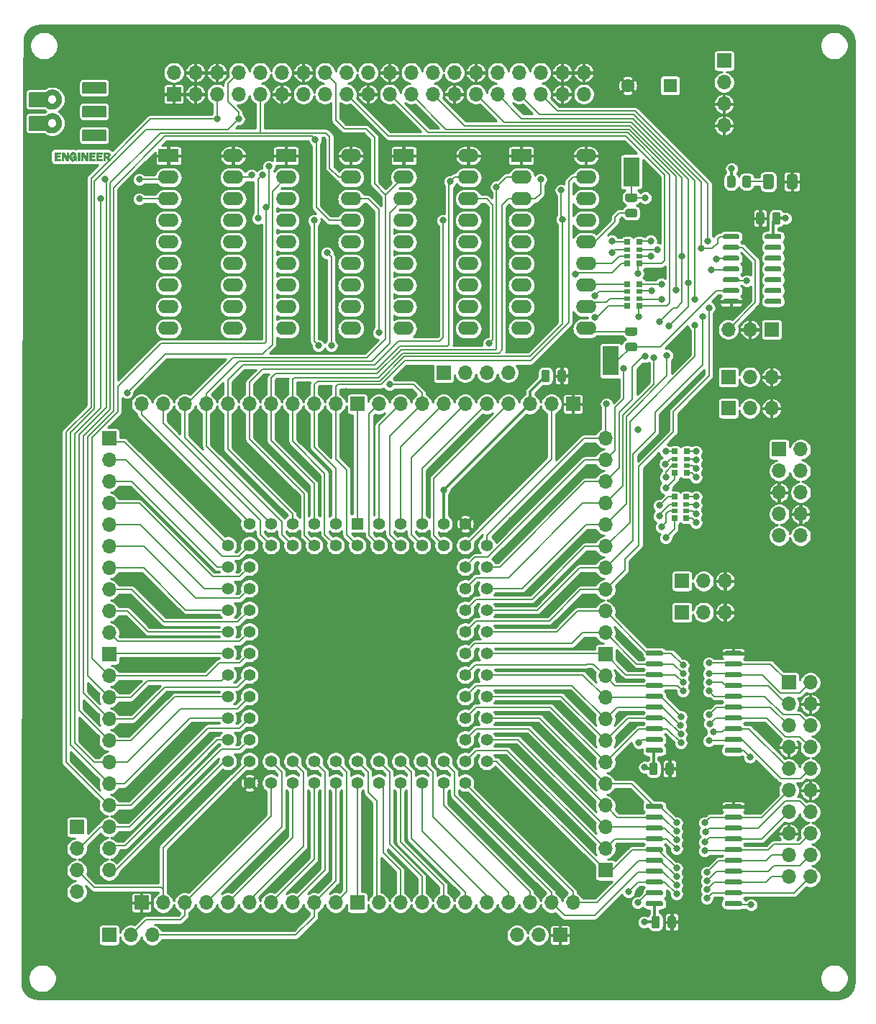
<source format=gbr>
%TF.GenerationSoftware,KiCad,Pcbnew,(5.1.10)-1*%
%TF.CreationDate,2021-06-15T10:48:06-05:00*%
%TF.ProjectId,gd MegaII proto pcb,6764204d-6567-4614-9949-2070726f746f,rev?*%
%TF.SameCoordinates,Original*%
%TF.FileFunction,Copper,L1,Top*%
%TF.FilePolarity,Positive*%
%FSLAX46Y46*%
G04 Gerber Fmt 4.6, Leading zero omitted, Abs format (unit mm)*
G04 Created by KiCad (PCBNEW (5.1.10)-1) date 2021-06-15 10:48:06*
%MOMM*%
%LPD*%
G01*
G04 APERTURE LIST*
%TA.AperFunction,EtchedComponent*%
%ADD10C,0.134262*%
%TD*%
%TA.AperFunction,EtchedComponent*%
%ADD11C,0.095901*%
%TD*%
%TA.AperFunction,ComponentPad*%
%ADD12O,1.700000X1.700000*%
%TD*%
%TA.AperFunction,ComponentPad*%
%ADD13R,1.700000X1.700000*%
%TD*%
%TA.AperFunction,ComponentPad*%
%ADD14O,2.400000X1.600000*%
%TD*%
%TA.AperFunction,ComponentPad*%
%ADD15R,2.400000X1.600000*%
%TD*%
%TA.AperFunction,ComponentPad*%
%ADD16C,1.600000*%
%TD*%
%TA.AperFunction,ComponentPad*%
%ADD17R,1.600000X1.600000*%
%TD*%
%TA.AperFunction,SMDPad,CuDef*%
%ADD18R,0.700000X0.640000*%
%TD*%
%TA.AperFunction,SMDPad,CuDef*%
%ADD19R,0.700000X0.500000*%
%TD*%
%TA.AperFunction,ComponentPad*%
%ADD20C,1.422400*%
%TD*%
%TA.AperFunction,ComponentPad*%
%ADD21R,1.422400X1.422400*%
%TD*%
%TA.AperFunction,SMDPad,CuDef*%
%ADD22R,1.850000X3.450000*%
%TD*%
%TA.AperFunction,ViaPad*%
%ADD23C,0.800000*%
%TD*%
%TA.AperFunction,Conductor*%
%ADD24C,0.304800*%
%TD*%
%TA.AperFunction,Conductor*%
%ADD25C,0.203200*%
%TD*%
%TA.AperFunction,Conductor*%
%ADD26C,0.254000*%
%TD*%
%TA.AperFunction,Conductor*%
%ADD27C,0.100000*%
%TD*%
G04 APERTURE END LIST*
D10*
%TO.C,svg2mod*%
G36*
X93634000Y-43091646D02*
G01*
X93111226Y-43957923D01*
X93233062Y-43772177D01*
X93413492Y-43647274D01*
X93634000Y-43601561D01*
X93855562Y-43647636D01*
X94035875Y-43773143D01*
X94157125Y-43959009D01*
X94201500Y-44186161D01*
X94157125Y-44414802D01*
X94035875Y-44601433D01*
X93855562Y-44727221D01*
X93634000Y-44773336D01*
X93412437Y-44727221D01*
X93232125Y-44601433D01*
X93110875Y-44414802D01*
X93066500Y-44186161D01*
X93111226Y-43957923D01*
X93634000Y-43091646D01*
X93357796Y-43129323D01*
X93109370Y-43235102D01*
X92896500Y-43398111D01*
X90961500Y-43398111D01*
X90961500Y-44974211D01*
X92896500Y-44974211D01*
X93108259Y-45138365D01*
X93357241Y-45243572D01*
X93634000Y-45280675D01*
X93916697Y-45241628D01*
X94170574Y-45131402D01*
X94385562Y-44960369D01*
X94551592Y-44738903D01*
X94658595Y-44477376D01*
X94696500Y-44186161D01*
X94658595Y-43894946D01*
X94551592Y-43633419D01*
X94385562Y-43411953D01*
X94170574Y-43240920D01*
X93916697Y-43130694D01*
X93634000Y-43091646D01*
G37*
X93634000Y-43091646D02*
X93111226Y-43957923D01*
X93233062Y-43772177D01*
X93413492Y-43647274D01*
X93634000Y-43601561D01*
X93855562Y-43647636D01*
X94035875Y-43773143D01*
X94157125Y-43959009D01*
X94201500Y-44186161D01*
X94157125Y-44414802D01*
X94035875Y-44601433D01*
X93855562Y-44727221D01*
X93634000Y-44773336D01*
X93412437Y-44727221D01*
X93232125Y-44601433D01*
X93110875Y-44414802D01*
X93066500Y-44186161D01*
X93111226Y-43957923D01*
X93634000Y-43091646D01*
X93357796Y-43129323D01*
X93109370Y-43235102D01*
X92896500Y-43398111D01*
X90961500Y-43398111D01*
X90961500Y-44974211D01*
X92896500Y-44974211D01*
X93108259Y-45138365D01*
X93357241Y-45243572D01*
X93634000Y-45280675D01*
X93916697Y-45241628D01*
X94170574Y-45131402D01*
X94385562Y-44960369D01*
X94551592Y-44738903D01*
X94658595Y-44477376D01*
X94696500Y-44186161D01*
X94658595Y-43894946D01*
X94551592Y-43633419D01*
X94385562Y-43411953D01*
X94170574Y-43240920D01*
X93916697Y-43130694D01*
X93634000Y-43091646D01*
G36*
X97254000Y-39396051D02*
G01*
X99889000Y-39396051D01*
X99889000Y-40619331D01*
X97254000Y-40619331D01*
X97254000Y-39396051D01*
G37*
X97254000Y-39396051D02*
X99889000Y-39396051D01*
X99889000Y-40619331D01*
X97254000Y-40619331D01*
X97254000Y-39396051D01*
G36*
X97254000Y-42195432D02*
G01*
X99889000Y-42195432D01*
X99889000Y-43418713D01*
X97254000Y-43418713D01*
X97254000Y-42195432D01*
G37*
X97254000Y-42195432D02*
X99889000Y-42195432D01*
X99889000Y-43418713D01*
X97254000Y-43418713D01*
X97254000Y-42195432D01*
G36*
X97254000Y-45002540D02*
G01*
X99889000Y-45002540D01*
X99889000Y-46225821D01*
X97254000Y-46225821D01*
X97254000Y-45002540D01*
G37*
X97254000Y-45002540D02*
X99889000Y-45002540D01*
X99889000Y-46225821D01*
X97254000Y-46225821D01*
X97254000Y-45002540D01*
G36*
X93634000Y-40297415D02*
G01*
X93111226Y-41163289D01*
X93233062Y-40976658D01*
X93413492Y-40850869D01*
X93634000Y-40804755D01*
X93855562Y-40850869D01*
X94035875Y-40976658D01*
X94157125Y-41163289D01*
X94201500Y-41391930D01*
X94157125Y-41619082D01*
X94035875Y-41804948D01*
X93855562Y-41930455D01*
X93634000Y-41976529D01*
X93412437Y-41930455D01*
X93232125Y-41804948D01*
X93110875Y-41619082D01*
X93066500Y-41391930D01*
X93111226Y-41163289D01*
X93634000Y-40297415D01*
X93357796Y-40335091D01*
X93109370Y-40440871D01*
X92896500Y-40603879D01*
X90961500Y-40603879D01*
X90961500Y-42179980D01*
X92896500Y-42179980D01*
X93108259Y-42344134D01*
X93357241Y-42449341D01*
X93634000Y-42486444D01*
X93916697Y-42447397D01*
X94170574Y-42337171D01*
X94385562Y-42166138D01*
X94551592Y-41944672D01*
X94658595Y-41683145D01*
X94696500Y-41391930D01*
X94658595Y-41100715D01*
X94551592Y-40839188D01*
X94385562Y-40617722D01*
X94170574Y-40446689D01*
X93916697Y-40336463D01*
X93634000Y-40297415D01*
G37*
X93634000Y-40297415D02*
X93111226Y-41163289D01*
X93233062Y-40976658D01*
X93413492Y-40850869D01*
X93634000Y-40804755D01*
X93855562Y-40850869D01*
X94035875Y-40976658D01*
X94157125Y-41163289D01*
X94201500Y-41391930D01*
X94157125Y-41619082D01*
X94035875Y-41804948D01*
X93855562Y-41930455D01*
X93634000Y-41976529D01*
X93412437Y-41930455D01*
X93232125Y-41804948D01*
X93110875Y-41619082D01*
X93066500Y-41391930D01*
X93111226Y-41163289D01*
X93634000Y-40297415D01*
X93357796Y-40335091D01*
X93109370Y-40440871D01*
X92896500Y-40603879D01*
X90961500Y-40603879D01*
X90961500Y-42179980D01*
X92896500Y-42179980D01*
X93108259Y-42344134D01*
X93357241Y-42449341D01*
X93634000Y-42486444D01*
X93916697Y-42447397D01*
X94170574Y-42337171D01*
X94385562Y-42166138D01*
X94551592Y-41944672D01*
X94658595Y-41683145D01*
X94696500Y-41391930D01*
X94658595Y-41100715D01*
X94551592Y-40839188D01*
X94385562Y-40617722D01*
X94170574Y-40446689D01*
X93916697Y-40336463D01*
X93634000Y-40297415D01*
D11*
G36*
X94614000Y-47786469D02*
G01*
X94154000Y-47786469D01*
X94154000Y-47989920D01*
X94516500Y-47989920D01*
X94516500Y-48177919D01*
X94154000Y-48177919D01*
X94154000Y-48394247D01*
X94614000Y-48394247D01*
X94614000Y-48592547D01*
X93924000Y-48592547D01*
X93924000Y-47595895D01*
X94614000Y-47595895D01*
X94614000Y-47786469D01*
G37*
X94614000Y-47786469D02*
X94154000Y-47786469D01*
X94154000Y-47989920D01*
X94516500Y-47989920D01*
X94516500Y-48177919D01*
X94154000Y-48177919D01*
X94154000Y-48394247D01*
X94614000Y-48394247D01*
X94614000Y-48592547D01*
X93924000Y-48592547D01*
X93924000Y-47595895D01*
X94614000Y-47595895D01*
X94614000Y-47786469D01*
G36*
X95494000Y-47598470D02*
G01*
X95494000Y-48595123D01*
X95301500Y-48595123D01*
X94924000Y-47920387D01*
X94926487Y-47953866D01*
X94928974Y-47997646D01*
X94928974Y-48595123D01*
X94751474Y-48595123D01*
X94751474Y-47598470D01*
X94996474Y-47598470D01*
X95326474Y-48185645D01*
X95321473Y-48118687D01*
X95321473Y-47598470D01*
X95494000Y-47598470D01*
G37*
X95494000Y-47598470D02*
X95494000Y-48595123D01*
X95301500Y-48595123D01*
X94924000Y-47920387D01*
X94926487Y-47953866D01*
X94928974Y-47997646D01*
X94928974Y-48595123D01*
X94751474Y-48595123D01*
X94751474Y-47598470D01*
X94996474Y-47598470D01*
X95326474Y-48185645D01*
X95321473Y-48118687D01*
X95321473Y-47598470D01*
X95494000Y-47598470D01*
G36*
X96444000Y-48062029D02*
G01*
X96444000Y-48595123D01*
X96341500Y-48595123D01*
X96309000Y-48479233D01*
X96044000Y-48607999D01*
X95875875Y-48573232D01*
X95749000Y-48468931D01*
X95670250Y-48308939D01*
X95644000Y-48108386D01*
X95672125Y-47893346D01*
X95756500Y-47724662D01*
X95889312Y-47616820D01*
X96061500Y-47580443D01*
X96321500Y-47673155D01*
X96441500Y-47922962D01*
X96226500Y-47951290D01*
X96059000Y-47771017D01*
X95919000Y-47856003D01*
X95871500Y-48100659D01*
X95921500Y-48335014D01*
X96066500Y-48414849D01*
X96174000Y-48373644D01*
X96221500Y-48242303D01*
X96039000Y-48242303D01*
X96039000Y-48056879D01*
X96444000Y-48056879D01*
X96444000Y-48062029D01*
G37*
X96444000Y-48062029D02*
X96444000Y-48595123D01*
X96341500Y-48595123D01*
X96309000Y-48479233D01*
X96044000Y-48607999D01*
X95875875Y-48573232D01*
X95749000Y-48468931D01*
X95670250Y-48308939D01*
X95644000Y-48108386D01*
X95672125Y-47893346D01*
X95756500Y-47724662D01*
X95889312Y-47616820D01*
X96061500Y-47580443D01*
X96321500Y-47673155D01*
X96441500Y-47922962D01*
X96226500Y-47951290D01*
X96059000Y-47771017D01*
X95919000Y-47856003D01*
X95871500Y-48100659D01*
X95921500Y-48335014D01*
X96066500Y-48414849D01*
X96174000Y-48373644D01*
X96221500Y-48242303D01*
X96039000Y-48242303D01*
X96039000Y-48056879D01*
X96444000Y-48056879D01*
X96444000Y-48062029D01*
G36*
X96846500Y-47598470D02*
G01*
X96846500Y-48595123D01*
X96621500Y-48595123D01*
X96621500Y-47598470D01*
X96846500Y-47598470D01*
G37*
X96846500Y-47598470D02*
X96846500Y-48595123D01*
X96621500Y-48595123D01*
X96621500Y-47598470D01*
X96846500Y-47598470D01*
G36*
X97786500Y-47598470D02*
G01*
X97786500Y-48595123D01*
X97594000Y-48595123D01*
X97216500Y-47922962D01*
X97218987Y-47956441D01*
X97221474Y-48000222D01*
X97221474Y-48597698D01*
X97043974Y-48597698D01*
X97043974Y-47601046D01*
X97288974Y-47601046D01*
X97618974Y-48188221D01*
X97613973Y-48121262D01*
X97613973Y-47601046D01*
X97786473Y-47601046D01*
X97786500Y-47598470D01*
G37*
X97786500Y-47598470D02*
X97786500Y-48595123D01*
X97594000Y-48595123D01*
X97216500Y-47922962D01*
X97218987Y-47956441D01*
X97221474Y-48000222D01*
X97221474Y-48597698D01*
X97043974Y-48597698D01*
X97043974Y-47601046D01*
X97288974Y-47601046D01*
X97618974Y-48188221D01*
X97613973Y-48121262D01*
X97613973Y-47601046D01*
X97786473Y-47601046D01*
X97786500Y-47598470D01*
G36*
X98671500Y-47786469D02*
G01*
X98211500Y-47786469D01*
X98211500Y-47989920D01*
X98574000Y-47989920D01*
X98574000Y-48177919D01*
X98211500Y-48177919D01*
X98211500Y-48394247D01*
X98671500Y-48394247D01*
X98671500Y-48592547D01*
X97981500Y-48592547D01*
X97981500Y-47595895D01*
X98671500Y-47595895D01*
X98671500Y-47786469D01*
G37*
X98671500Y-47786469D02*
X98211500Y-47786469D01*
X98211500Y-47989920D01*
X98574000Y-47989920D01*
X98574000Y-48177919D01*
X98211500Y-48177919D01*
X98211500Y-48394247D01*
X98671500Y-48394247D01*
X98671500Y-48592547D01*
X97981500Y-48592547D01*
X97981500Y-47595895D01*
X98671500Y-47595895D01*
X98671500Y-47786469D01*
G36*
X99499000Y-47786469D02*
G01*
X99039000Y-47786469D01*
X99039000Y-47989920D01*
X99399000Y-47989920D01*
X99399000Y-48177919D01*
X99036500Y-48177919D01*
X99036500Y-48394247D01*
X99499000Y-48394247D01*
X99499000Y-48592547D01*
X98809000Y-48592547D01*
X98809000Y-47595895D01*
X99499000Y-47595895D01*
X99499000Y-47786469D01*
G37*
X99499000Y-47786469D02*
X99039000Y-47786469D01*
X99039000Y-47989920D01*
X99399000Y-47989920D01*
X99399000Y-48177919D01*
X99036500Y-48177919D01*
X99036500Y-48394247D01*
X99499000Y-48394247D01*
X99499000Y-48592547D01*
X98809000Y-48592547D01*
X98809000Y-47595895D01*
X99499000Y-47595895D01*
X99499000Y-47786469D01*
G36*
X99861500Y-48198522D02*
G01*
X99861500Y-48031126D01*
X100001500Y-48031126D01*
X100101500Y-48020825D01*
X100156500Y-47977045D01*
X100181500Y-47899785D01*
X100156500Y-47825100D01*
X100104000Y-47783895D01*
X99996500Y-47776169D01*
X99861500Y-47776168D01*
X99861500Y-48031126D01*
X99861500Y-48198522D01*
X99861500Y-48592547D01*
X99634000Y-48592547D01*
X99634000Y-47595895D01*
X100059000Y-47595895D01*
X100249000Y-47624224D01*
X100366500Y-47727237D01*
X100414000Y-47894633D01*
X100372437Y-48048509D01*
X100246500Y-48152166D01*
X100424000Y-48592547D01*
X100174000Y-48592547D01*
X100026500Y-48198522D01*
X99861500Y-48198522D01*
G37*
X99861500Y-48198522D02*
X99861500Y-48031126D01*
X100001500Y-48031126D01*
X100101500Y-48020825D01*
X100156500Y-47977045D01*
X100181500Y-47899785D01*
X100156500Y-47825100D01*
X100104000Y-47783895D01*
X99996500Y-47776169D01*
X99861500Y-47776168D01*
X99861500Y-48031126D01*
X99861500Y-48198522D01*
X99861500Y-48592547D01*
X99634000Y-48592547D01*
X99634000Y-47595895D01*
X100059000Y-47595895D01*
X100249000Y-47624224D01*
X100366500Y-47727237D01*
X100414000Y-47894633D01*
X100372437Y-48048509D01*
X100246500Y-48152166D01*
X100424000Y-48592547D01*
X100174000Y-48592547D01*
X100026500Y-48198522D01*
X99861500Y-48198522D01*
%TD*%
D12*
%TO.P,J8,3*%
%TO.N,/M2SEL*%
X148336000Y-139700000D03*
%TO.P,J8,2*%
%TO.N,/BA12*%
X150876000Y-139700000D03*
D13*
%TO.P,J8,1*%
%TO.N,GND*%
X153416000Y-139700000D03*
%TD*%
%TO.P,C11,2*%
%TO.N,GND*%
%TA.AperFunction,SMDPad,CuDef*%
G36*
G01*
X153104000Y-74389000D02*
X153104000Y-73439000D01*
G75*
G02*
X153354000Y-73189000I250000J0D01*
G01*
X153854000Y-73189000D01*
G75*
G02*
X154104000Y-73439000I0J-250000D01*
G01*
X154104000Y-74389000D01*
G75*
G02*
X153854000Y-74639000I-250000J0D01*
G01*
X153354000Y-74639000D01*
G75*
G02*
X153104000Y-74389000I0J250000D01*
G01*
G37*
%TD.AperFunction*%
%TO.P,C11,1*%
%TO.N,+5V*%
%TA.AperFunction,SMDPad,CuDef*%
G36*
G01*
X151204000Y-74389000D02*
X151204000Y-73439000D01*
G75*
G02*
X151454000Y-73189000I250000J0D01*
G01*
X151954000Y-73189000D01*
G75*
G02*
X152204000Y-73439000I0J-250000D01*
G01*
X152204000Y-74389000D01*
G75*
G02*
X151954000Y-74639000I-250000J0D01*
G01*
X151454000Y-74639000D01*
G75*
G02*
X151204000Y-74389000I0J250000D01*
G01*
G37*
%TD.AperFunction*%
%TD*%
D12*
%TO.P,J6,3*%
%TO.N,/R-W*%
X105410000Y-139700000D03*
%TO.P,J6,2*%
%TO.N,/RESET*%
X102870000Y-139700000D03*
D13*
%TO.P,J6,1*%
%TO.N,/IRQ*%
X100330000Y-139700000D03*
%TD*%
D12*
%TO.P,J7,40*%
%TO.N,GND*%
X156210000Y-38227000D03*
%TO.P,J7,39*%
%TO.N,/PH#*%
X156210000Y-40767000D03*
%TO.P,J7,38*%
%TO.N,GND*%
X153670000Y-38227000D03*
%TO.P,J7,37*%
X153670000Y-40767000D03*
%TO.P,J7,36*%
%TO.N,/MD7*%
X151130000Y-38227000D03*
%TO.P,J7,35*%
%TO.N,/RA7*%
X151130000Y-40767000D03*
%TO.P,J7,34*%
%TO.N,/MD6*%
X148590000Y-38227000D03*
%TO.P,J7,33*%
%TO.N,/RA6*%
X148590000Y-40767000D03*
%TO.P,J7,32*%
%TO.N,/MD5*%
X146050000Y-38227000D03*
%TO.P,J7,31*%
%TO.N,/RA5*%
X146050000Y-40767000D03*
%TO.P,J7,30*%
%TO.N,GND*%
X143510000Y-38227000D03*
%TO.P,J7,29*%
%TO.N,/RA4*%
X143510000Y-40767000D03*
%TO.P,J7,28*%
%TO.N,/MD4*%
X140970000Y-38227000D03*
%TO.P,J7,27*%
%TO.N,GND*%
X140970000Y-40767000D03*
%TO.P,J7,26*%
%TO.N,/MD3*%
X138430000Y-38227000D03*
%TO.P,J7,25*%
%TO.N,/RA3*%
X138430000Y-40767000D03*
%TO.P,J7,24*%
%TO.N,/MD2*%
X135890000Y-38227000D03*
%TO.P,J7,23*%
%TO.N,/RA2*%
X135890000Y-40767000D03*
%TO.P,J7,22*%
%TO.N,GND*%
X133350000Y-38227000D03*
%TO.P,J7,21*%
%TO.N,/RA1*%
X133350000Y-40767000D03*
%TO.P,J7,20*%
%TO.N,Net-(J7-Pad20)*%
X130810000Y-38227000D03*
%TO.P,J7,19*%
%TO.N,GND*%
X130810000Y-40767000D03*
%TO.P,J7,18*%
%TO.N,/MD1*%
X128270000Y-38227000D03*
%TO.P,J7,17*%
%TO.N,/RA0*%
X128270000Y-40767000D03*
%TO.P,J7,16*%
%TO.N,/MD0*%
X125730000Y-38227000D03*
%TO.P,J7,15*%
%TO.N,/AD0*%
X125730000Y-40767000D03*
%TO.P,J7,14*%
%TO.N,GND*%
X123190000Y-38227000D03*
%TO.P,J7,13*%
%TO.N,/AD1*%
X123190000Y-40767000D03*
%TO.P,J7,12*%
%TO.N,/AD2*%
X120650000Y-38227000D03*
%TO.P,J7,11*%
%TO.N,GND*%
X120650000Y-40767000D03*
%TO.P,J7,10*%
%TO.N,/AD4*%
X118110000Y-38227000D03*
%TO.P,J7,9*%
%TO.N,/AD3*%
X118110000Y-40767000D03*
%TO.P,J7,8*%
%TO.N,/AD6*%
X115570000Y-38227000D03*
%TO.P,J7,7*%
%TO.N,/AD5*%
X115570000Y-40767000D03*
%TO.P,J7,6*%
%TO.N,GND*%
X113030000Y-38227000D03*
%TO.P,J7,5*%
%TO.N,/AD7*%
X113030000Y-40767000D03*
%TO.P,J7,4*%
%TO.N,GND*%
X110490000Y-38227000D03*
%TO.P,J7,3*%
X110490000Y-40767000D03*
%TO.P,J7,2*%
%TO.N,/14M*%
X107950000Y-38227000D03*
D13*
%TO.P,J7,1*%
%TO.N,GND*%
X107950000Y-40767000D03*
%TD*%
D14*
%TO.P,U7,18*%
%TO.N,GND*%
X142621000Y-48006000D03*
%TO.P,U7,9*%
%TO.N,+5V*%
X135001000Y-68326000D03*
%TO.P,U7,17*%
%TO.N,/MD3*%
X142621000Y-50546000D03*
%TO.P,U7,8*%
%TO.N,/RAF1*%
X135001000Y-65786000D03*
%TO.P,U7,16*%
%TO.N,/CASM.B*%
X142621000Y-53086000D03*
%TO.P,U7,7*%
%TO.N,/RAF2*%
X135001000Y-63246000D03*
%TO.P,U7,15*%
%TO.N,/MD2*%
X142621000Y-55626000D03*
%TO.P,U7,6*%
%TO.N,/RAF0*%
X135001000Y-60706000D03*
%TO.P,U7,14*%
%TO.N,/UM4-14*%
X142621000Y-58166000D03*
%TO.P,U7,5*%
%TO.N,/RAS.B*%
X135001000Y-58166000D03*
%TO.P,U7,13*%
%TO.N,/RAF3*%
X142621000Y-60706000D03*
%TO.P,U7,4*%
%TO.N,/RWE.B*%
X135001000Y-55626000D03*
%TO.P,U7,12*%
%TO.N,/RAF4*%
X142621000Y-63246000D03*
%TO.P,U7,3*%
%TO.N,/MD1*%
X135001000Y-53086000D03*
%TO.P,U7,11*%
%TO.N,/RAF5*%
X142621000Y-65786000D03*
%TO.P,U7,2*%
%TO.N,/MD0*%
X135001000Y-50546000D03*
%TO.P,U7,10*%
%TO.N,/UM4-10*%
X142621000Y-68326000D03*
D15*
%TO.P,U7,1*%
%TO.N,GND*%
X135001000Y-48006000D03*
%TD*%
D12*
%TO.P,JP8,11*%
%TO.N,/C060-67*%
X104140000Y-77216000D03*
%TO.P,JP8,10*%
%TO.N,/PDLTRIG*%
X106680000Y-77216000D03*
%TO.P,JP8,9*%
%TO.N,/MD0*%
X109220000Y-77216000D03*
%TO.P,JP8,8*%
%TO.N,/MD1*%
X111760000Y-77216000D03*
%TO.P,JP8,7*%
%TO.N,/MD2*%
X114300000Y-77216000D03*
%TO.P,JP8,6*%
%TO.N,/MD3*%
X116840000Y-77216000D03*
%TO.P,JP8,5*%
%TO.N,/MD4*%
X119380000Y-77216000D03*
%TO.P,JP8,4*%
%TO.N,/MD5*%
X121920000Y-77216000D03*
%TO.P,JP8,3*%
%TO.N,/MD6*%
X124460000Y-77216000D03*
%TO.P,JP8,2*%
%TO.N,/MD7*%
X127000000Y-77216000D03*
D13*
%TO.P,JP8,1*%
%TO.N,/RAMWE*%
X129540000Y-77216000D03*
%TD*%
D12*
%TO.P,J12,4*%
%TO.N,/7M*%
X147320000Y-73533000D03*
%TO.P,J12,3*%
%TO.N,/CREF*%
X144780000Y-73533000D03*
%TO.P,J12,2*%
%TO.N,/Q3*%
X142240000Y-73533000D03*
D13*
%TO.P,J12,1*%
%TO.N,/PH#*%
X139700000Y-73533000D03*
%TD*%
D12*
%TO.P,JP1,4*%
%TO.N,/RGB2*%
X96520000Y-134620000D03*
%TO.P,JP1,3*%
%TO.N,/RGB1*%
X96520000Y-132080000D03*
%TO.P,JP1,2*%
%TO.N,/RGB8*%
X96520000Y-129540000D03*
D13*
%TO.P,JP1,1*%
%TO.N,/RGB4*%
X96520000Y-127000000D03*
%TD*%
D12*
%TO.P,JP15,11*%
%TO.N,/RA0*%
X158750000Y-81280000D03*
%TO.P,JP15,10*%
%TO.N,/RA1*%
X158750000Y-83820000D03*
%TO.P,JP15,9*%
%TO.N,/RA2*%
X158750000Y-86360000D03*
%TO.P,JP15,8*%
%TO.N,/RA3*%
X158750000Y-88900000D03*
%TO.P,JP15,7*%
%TO.N,/RA4*%
X158750000Y-91440000D03*
%TO.P,JP15,6*%
%TO.N,/RA5*%
X158750000Y-93980000D03*
%TO.P,JP15,5*%
%TO.N,/RA6*%
X158750000Y-96520000D03*
%TO.P,JP15,4*%
%TO.N,/RA7*%
X158750000Y-99060000D03*
%TO.P,JP15,3*%
%TO.N,/BA0*%
X158750000Y-101600000D03*
%TO.P,JP15,2*%
%TO.N,/BA1*%
X158750000Y-104140000D03*
D13*
%TO.P,JP15,1*%
%TO.N,/BA2*%
X158750000Y-106680000D03*
%TD*%
D12*
%TO.P,J11,4*%
%TO.N,GND*%
X172720000Y-44450000D03*
%TO.P,J11,3*%
X172720000Y-41910000D03*
%TO.P,J11,2*%
%TO.N,+5V*%
X172720000Y-39370000D03*
D13*
%TO.P,J11,1*%
X172720000Y-36830000D03*
%TD*%
D16*
%TO.P,C2,2*%
%TO.N,GND*%
X161370000Y-39751000D03*
D17*
%TO.P,C2,1*%
%TO.N,+5V*%
X166370000Y-39751000D03*
%TD*%
D18*
%TO.P,RN8,1*%
%TO.N,/RA1*%
X162752000Y-65659000D03*
D19*
%TO.P,RN8,3*%
%TO.N,/RA2*%
X162752000Y-63989000D03*
%TO.P,RN8,2*%
%TO.N,/RA5*%
X162752000Y-64789000D03*
D18*
%TO.P,RN8,4*%
%TO.N,/RA4*%
X162752000Y-63119000D03*
D19*
%TO.P,RN8,7*%
%TO.N,/RAF5*%
X161352000Y-64789000D03*
D18*
%TO.P,RN8,8*%
%TO.N,/RAF1*%
X161352000Y-65659000D03*
D19*
%TO.P,RN8,6*%
%TO.N,/RAF2*%
X161352000Y-63989000D03*
D18*
%TO.P,RN8,5*%
%TO.N,/RAF4*%
X161352000Y-63119000D03*
%TD*%
%TO.P,RN7,1*%
%TO.N,/RA0*%
X162752000Y-60706000D03*
D19*
%TO.P,RN7,3*%
%TO.N,/RA6*%
X162752000Y-59036000D03*
%TO.P,RN7,2*%
%TO.N,/RA3*%
X162752000Y-59836000D03*
D18*
%TO.P,RN7,4*%
%TO.N,/RA7*%
X162752000Y-58166000D03*
D19*
%TO.P,RN7,7*%
%TO.N,/RAF3*%
X161352000Y-59836000D03*
D18*
%TO.P,RN7,8*%
%TO.N,/RAF0*%
X161352000Y-60706000D03*
D19*
%TO.P,RN7,6*%
%TO.N,/RAF6*%
X161352000Y-59036000D03*
D18*
%TO.P,RN7,5*%
%TO.N,/RAF7*%
X161352000Y-58166000D03*
%TD*%
D12*
%TO.P,JP16,10*%
%TO.N,/BA3*%
X158750000Y-109220000D03*
%TO.P,JP16,9*%
%TO.N,/BA4*%
X158750000Y-111760000D03*
%TO.P,JP16,8*%
%TO.N,/BA5*%
X158750000Y-114300000D03*
%TO.P,JP16,7*%
%TO.N,/BA6*%
X158750000Y-116840000D03*
%TO.P,JP16,6*%
%TO.N,/BA7*%
X158750000Y-119380000D03*
%TO.P,JP16,5*%
%TO.N,/BA8*%
X158750000Y-121920000D03*
%TO.P,JP16,4*%
%TO.N,/BA9*%
X158750000Y-124460000D03*
%TO.P,JP16,3*%
%TO.N,/BA10*%
X158750000Y-127000000D03*
%TO.P,JP16,2*%
%TO.N,/BA11*%
X158750000Y-129540000D03*
D13*
%TO.P,JP16,1*%
%TO.N,/BA12*%
X158750000Y-132080000D03*
%TD*%
D12*
%TO.P,JP12,10*%
%TO.N,/RAS*%
X132080000Y-77216000D03*
%TO.P,JP12,9*%
%TO.N,/CASM*%
X134620000Y-77216000D03*
%TO.P,JP12,8*%
%TO.N,/CASA*%
X137160000Y-77216000D03*
%TO.P,JP12,7*%
%TO.N,/PH#*%
X139700000Y-77216000D03*
%TO.P,JP12,6*%
%TO.N,/Q3*%
X142240000Y-77216000D03*
%TO.P,JP12,5*%
%TO.N,/CREF*%
X144780000Y-77216000D03*
%TO.P,JP12,4*%
%TO.N,/7M*%
X147320000Y-77216000D03*
%TO.P,JP12,3*%
%TO.N,+5V*%
X149860000Y-77216000D03*
%TO.P,JP12,2*%
%TO.N,/14M*%
X152400000Y-77216000D03*
D13*
%TO.P,JP12,1*%
%TO.N,GND*%
X154940000Y-77216000D03*
%TD*%
D12*
%TO.P,JP11,11*%
%TO.N,/BA13*%
X154940000Y-135890000D03*
%TO.P,JP11,10*%
%TO.N,/BA14*%
X152400000Y-135890000D03*
%TO.P,JP11,9*%
%TO.N,/BA15*%
X149860000Y-135890000D03*
%TO.P,JP11,8*%
%TO.N,/SYNC*%
X147320000Y-135890000D03*
%TO.P,JP11,7*%
%TO.N,/WINDOW*%
X144780000Y-135890000D03*
%TO.P,JP11,6*%
%TO.N,/RMBK*%
X142240000Y-135890000D03*
%TO.P,JP11,5*%
%TO.N,/S5*%
X139700000Y-135890000D03*
%TO.P,JP11,4*%
%TO.N,/S4*%
X137160000Y-135890000D03*
%TO.P,JP11,3*%
%TO.N,/S3*%
X134620000Y-135890000D03*
%TO.P,JP11,2*%
%TO.N,/S2*%
X132080000Y-135890000D03*
D13*
%TO.P,JP11,1*%
%TO.N,/S1*%
X129540000Y-135890000D03*
%TD*%
D12*
%TO.P,JP7,10*%
%TO.N,/S0*%
X127000000Y-135890000D03*
%TO.P,JP7,9*%
%TO.N,/R-W*%
X124460000Y-135890000D03*
%TO.P,JP7,8*%
%TO.N,/INH*%
X121920000Y-135890000D03*
%TO.P,JP7,7*%
%TO.N,/M2SEL*%
X119380000Y-135890000D03*
%TO.P,JP7,6*%
%TO.N,/DMA*%
X116840000Y-135890000D03*
%TO.P,JP7,5*%
%TO.N,/ROMEN*%
X114300000Y-135890000D03*
%TO.P,JP7,4*%
%TO.N,/MDI-MDO*%
X111760000Y-135890000D03*
%TO.P,JP7,3*%
%TO.N,/RESET*%
X109220000Y-135890000D03*
%TO.P,JP7,2*%
%TO.N,/RGB1*%
X106680000Y-135890000D03*
D13*
%TO.P,JP7,1*%
%TO.N,GND*%
X104140000Y-135890000D03*
%TD*%
D12*
%TO.P,JP4,11*%
%TO.N,/RGB2*%
X100330000Y-132080000D03*
%TO.P,JP4,10*%
%TO.N,/RGB4*%
X100330000Y-129540000D03*
%TO.P,JP4,9*%
%TO.N,/RGB8*%
X100330000Y-127000000D03*
%TO.P,JP4,8*%
%TO.N,/AD7*%
X100330000Y-124460000D03*
%TO.P,JP4,7*%
%TO.N,/AD6*%
X100330000Y-121920000D03*
%TO.P,JP4,6*%
%TO.N,/AD5*%
X100330000Y-119380000D03*
%TO.P,JP4,5*%
%TO.N,/AD4*%
X100330000Y-116840000D03*
%TO.P,JP4,4*%
%TO.N,/AD3*%
X100330000Y-114300000D03*
%TO.P,JP4,3*%
%TO.N,/AD2*%
X100330000Y-111760000D03*
%TO.P,JP4,2*%
%TO.N,/AD1*%
X100330000Y-109220000D03*
D13*
%TO.P,JP4,1*%
%TO.N,/AD0*%
X100330000Y-106680000D03*
%TD*%
D12*
%TO.P,JP3,10*%
%TO.N,/SERVIDEO*%
X100330000Y-104140000D03*
%TO.P,JP3,9*%
%TO.N,/MSW*%
X100330000Y-101600000D03*
%TO.P,JP3,8*%
%TO.N,/Y1*%
X100330000Y-99060000D03*
%TO.P,JP3,7*%
%TO.N,/Y0*%
X100330000Y-96520000D03*
%TO.P,JP3,6*%
%TO.N,/X1*%
X100330000Y-93980000D03*
%TO.P,JP3,5*%
%TO.N,/X0*%
X100330000Y-91440000D03*
%TO.P,JP3,4*%
%TO.N,/IRQ*%
X100330000Y-88900000D03*
%TO.P,JP3,3*%
%TO.N,/KSEL2*%
X100330000Y-86360000D03*
%TO.P,JP3,2*%
%TO.N,/KSEL1*%
X100330000Y-83820000D03*
D13*
%TO.P,JP3,1*%
%TO.N,/SPKR*%
X100330000Y-81280000D03*
%TD*%
D12*
%TO.P,J10,10*%
%TO.N,/D7*%
X181737000Y-92710000D03*
%TO.P,J10,9*%
%TO.N,/D6*%
X179197000Y-92710000D03*
%TO.P,J10,8*%
%TO.N,GND*%
X181737000Y-90170000D03*
%TO.P,J10,7*%
%TO.N,/D4*%
X179197000Y-90170000D03*
%TO.P,J10,6*%
%TO.N,/D5*%
X181737000Y-87630000D03*
%TO.P,J10,5*%
%TO.N,GND*%
X179197000Y-87630000D03*
%TO.P,J10,4*%
%TO.N,/D3*%
X181737000Y-85090000D03*
%TO.P,J10,3*%
%TO.N,/D2*%
X179197000Y-85090000D03*
%TO.P,J10,2*%
%TO.N,/D1*%
X181737000Y-82550000D03*
D13*
%TO.P,J10,1*%
%TO.N,/D0*%
X179197000Y-82550000D03*
%TD*%
D18*
%TO.P,RN6,1*%
%TO.N,/D7*%
X168278000Y-90678000D03*
D19*
%TO.P,RN6,3*%
%TO.N,/D5*%
X168278000Y-89008000D03*
%TO.P,RN6,2*%
%TO.N,/D6*%
X168278000Y-89808000D03*
D18*
%TO.P,RN6,4*%
%TO.N,/D4*%
X168278000Y-88138000D03*
D19*
%TO.P,RN6,7*%
%TO.N,/MD6*%
X166878000Y-89808000D03*
D18*
%TO.P,RN6,8*%
%TO.N,/MD7*%
X166878000Y-90678000D03*
D19*
%TO.P,RN6,6*%
%TO.N,/MD5*%
X166878000Y-89008000D03*
D18*
%TO.P,RN6,5*%
%TO.N,/MD4*%
X166878000Y-88138000D03*
%TD*%
%TO.P,RN3,1*%
%TO.N,/D3*%
X168340000Y-85344000D03*
D19*
%TO.P,RN3,3*%
%TO.N,/D1*%
X168340000Y-83674000D03*
%TO.P,RN3,2*%
%TO.N,/D2*%
X168340000Y-84474000D03*
D18*
%TO.P,RN3,4*%
%TO.N,/D0*%
X168340000Y-82804000D03*
D19*
%TO.P,RN3,7*%
%TO.N,/MD2*%
X166940000Y-84474000D03*
D18*
%TO.P,RN3,8*%
%TO.N,/MD3*%
X166940000Y-85344000D03*
D19*
%TO.P,RN3,6*%
%TO.N,/MD1*%
X166940000Y-83674000D03*
D18*
%TO.P,RN3,5*%
%TO.N,/MD0*%
X166940000Y-82804000D03*
%TD*%
D12*
%TO.P,J9,20*%
%TO.N,/A15*%
X182880000Y-132842000D03*
%TO.P,J9,19*%
%TO.N,/A14*%
X180340000Y-132842000D03*
%TO.P,J9,18*%
%TO.N,/A13*%
X182880000Y-130302000D03*
%TO.P,J9,17*%
%TO.N,/A12*%
X180340000Y-130302000D03*
%TO.P,J9,16*%
%TO.N,/A11*%
X182880000Y-127762000D03*
%TO.P,J9,15*%
%TO.N,GND*%
X180340000Y-127762000D03*
%TO.P,J9,14*%
%TO.N,/A9*%
X182880000Y-125222000D03*
%TO.P,J9,13*%
%TO.N,/A10*%
X180340000Y-125222000D03*
%TO.P,J9,12*%
%TO.N,GND*%
X182880000Y-122682000D03*
%TO.P,J9,11*%
%TO.N,/A8*%
X180340000Y-122682000D03*
%TO.P,J9,10*%
%TO.N,/A7*%
X182880000Y-120142000D03*
%TO.P,J9,9*%
%TO.N,/A6*%
X180340000Y-120142000D03*
%TO.P,J9,8*%
%TO.N,/A5*%
X182880000Y-117602000D03*
%TO.P,J9,7*%
%TO.N,GND*%
X180340000Y-117602000D03*
%TO.P,J9,6*%
%TO.N,/A3*%
X182880000Y-115062000D03*
%TO.P,J9,5*%
%TO.N,/A4*%
X180340000Y-115062000D03*
%TO.P,J9,4*%
%TO.N,GND*%
X182880000Y-112522000D03*
%TO.P,J9,3*%
%TO.N,/A2*%
X180340000Y-112522000D03*
%TO.P,J9,2*%
%TO.N,/A1*%
X182880000Y-109982000D03*
D13*
%TO.P,J9,1*%
%TO.N,/A0*%
X180340000Y-109982000D03*
%TD*%
D12*
%TO.P,J5,3*%
%TO.N,GND*%
X178308000Y-74041000D03*
%TO.P,J5,2*%
%TO.N,/DBEN*%
X175768000Y-74041000D03*
D13*
%TO.P,J5,1*%
%TO.N,+5V*%
X173228000Y-74041000D03*
%TD*%
D12*
%TO.P,J4,3*%
%TO.N,GND*%
X178308000Y-77724000D03*
%TO.P,J4,2*%
%TO.N,/DBDIR*%
X175768000Y-77724000D03*
D13*
%TO.P,J4,1*%
%TO.N,+5V*%
X173228000Y-77724000D03*
%TD*%
D12*
%TO.P,J3,3*%
%TO.N,/FLIP6*%
X173228000Y-68453000D03*
%TO.P,J3,2*%
%TO.N,GND*%
X175768000Y-68453000D03*
D13*
%TO.P,J3,1*%
%TO.N,/FLIP7*%
X178308000Y-68453000D03*
%TD*%
D12*
%TO.P,J2,3*%
%TO.N,GND*%
X172847000Y-101727000D03*
%TO.P,J2,2*%
%TO.N,/ABEN*%
X170307000Y-101727000D03*
D13*
%TO.P,J2,1*%
%TO.N,+5V*%
X167767000Y-101727000D03*
%TD*%
D12*
%TO.P,J1,3*%
%TO.N,GND*%
X172847000Y-98044000D03*
%TO.P,J1,2*%
%TO.N,/ABDIR*%
X170307000Y-98044000D03*
D13*
%TO.P,J1,1*%
%TO.N,+5V*%
X167767000Y-98044000D03*
%TD*%
D14*
%TO.P,U9,18*%
%TO.N,GND*%
X156464000Y-48006000D03*
%TO.P,U9,9*%
%TO.N,+5V*%
X148844000Y-68326000D03*
%TO.P,U9,17*%
%TO.N,/MD7*%
X156464000Y-50546000D03*
%TO.P,U9,8*%
%TO.N,/RAF1*%
X148844000Y-65786000D03*
%TO.P,U9,16*%
%TO.N,/CASM.B*%
X156464000Y-53086000D03*
%TO.P,U9,7*%
%TO.N,/RAF2*%
X148844000Y-63246000D03*
%TO.P,U9,15*%
%TO.N,/MD6*%
X156464000Y-55626000D03*
%TO.P,U9,6*%
%TO.N,/RAF0*%
X148844000Y-60706000D03*
%TO.P,U9,14*%
%TO.N,/UM4-14*%
X156464000Y-58166000D03*
%TO.P,U9,5*%
%TO.N,/RAS.B*%
X148844000Y-58166000D03*
%TO.P,U9,13*%
%TO.N,/RAF3*%
X156464000Y-60706000D03*
%TO.P,U9,4*%
%TO.N,/RWE.B*%
X148844000Y-55626000D03*
%TO.P,U9,12*%
%TO.N,/RAF4*%
X156464000Y-63246000D03*
%TO.P,U9,3*%
%TO.N,/MD5*%
X148844000Y-53086000D03*
%TO.P,U9,11*%
%TO.N,/RAF5*%
X156464000Y-65786000D03*
%TO.P,U9,2*%
%TO.N,/MD4*%
X148844000Y-50546000D03*
%TO.P,U9,10*%
%TO.N,/UM4-10*%
X156464000Y-68326000D03*
D15*
%TO.P,U9,1*%
%TO.N,GND*%
X148844000Y-48006000D03*
%TD*%
%TO.P,U6,14*%
%TO.N,+5V*%
%TA.AperFunction,SMDPad,CuDef*%
G36*
G01*
X177522000Y-57681000D02*
X177522000Y-57381000D01*
G75*
G02*
X177672000Y-57231000I150000J0D01*
G01*
X179322000Y-57231000D01*
G75*
G02*
X179472000Y-57381000I0J-150000D01*
G01*
X179472000Y-57681000D01*
G75*
G02*
X179322000Y-57831000I-150000J0D01*
G01*
X177672000Y-57831000D01*
G75*
G02*
X177522000Y-57681000I0J150000D01*
G01*
G37*
%TD.AperFunction*%
%TO.P,U6,13*%
%TO.N,N/C*%
%TA.AperFunction,SMDPad,CuDef*%
G36*
G01*
X177522000Y-58951000D02*
X177522000Y-58651000D01*
G75*
G02*
X177672000Y-58501000I150000J0D01*
G01*
X179322000Y-58501000D01*
G75*
G02*
X179472000Y-58651000I0J-150000D01*
G01*
X179472000Y-58951000D01*
G75*
G02*
X179322000Y-59101000I-150000J0D01*
G01*
X177672000Y-59101000D01*
G75*
G02*
X177522000Y-58951000I0J150000D01*
G01*
G37*
%TD.AperFunction*%
%TO.P,U6,12*%
%TA.AperFunction,SMDPad,CuDef*%
G36*
G01*
X177522000Y-60221000D02*
X177522000Y-59921000D01*
G75*
G02*
X177672000Y-59771000I150000J0D01*
G01*
X179322000Y-59771000D01*
G75*
G02*
X179472000Y-59921000I0J-150000D01*
G01*
X179472000Y-60221000D01*
G75*
G02*
X179322000Y-60371000I-150000J0D01*
G01*
X177672000Y-60371000D01*
G75*
G02*
X177522000Y-60221000I0J150000D01*
G01*
G37*
%TD.AperFunction*%
%TO.P,U6,11*%
%TA.AperFunction,SMDPad,CuDef*%
G36*
G01*
X177522000Y-61491000D02*
X177522000Y-61191000D01*
G75*
G02*
X177672000Y-61041000I150000J0D01*
G01*
X179322000Y-61041000D01*
G75*
G02*
X179472000Y-61191000I0J-150000D01*
G01*
X179472000Y-61491000D01*
G75*
G02*
X179322000Y-61641000I-150000J0D01*
G01*
X177672000Y-61641000D01*
G75*
G02*
X177522000Y-61491000I0J150000D01*
G01*
G37*
%TD.AperFunction*%
%TO.P,U6,10*%
%TA.AperFunction,SMDPad,CuDef*%
G36*
G01*
X177522000Y-62761000D02*
X177522000Y-62461000D01*
G75*
G02*
X177672000Y-62311000I150000J0D01*
G01*
X179322000Y-62311000D01*
G75*
G02*
X179472000Y-62461000I0J-150000D01*
G01*
X179472000Y-62761000D01*
G75*
G02*
X179322000Y-62911000I-150000J0D01*
G01*
X177672000Y-62911000D01*
G75*
G02*
X177522000Y-62761000I0J150000D01*
G01*
G37*
%TD.AperFunction*%
%TO.P,U6,9*%
%TA.AperFunction,SMDPad,CuDef*%
G36*
G01*
X177522000Y-64031000D02*
X177522000Y-63731000D01*
G75*
G02*
X177672000Y-63581000I150000J0D01*
G01*
X179322000Y-63581000D01*
G75*
G02*
X179472000Y-63731000I0J-150000D01*
G01*
X179472000Y-64031000D01*
G75*
G02*
X179322000Y-64181000I-150000J0D01*
G01*
X177672000Y-64181000D01*
G75*
G02*
X177522000Y-64031000I0J150000D01*
G01*
G37*
%TD.AperFunction*%
%TO.P,U6,8*%
%TA.AperFunction,SMDPad,CuDef*%
G36*
G01*
X177522000Y-65301000D02*
X177522000Y-65001000D01*
G75*
G02*
X177672000Y-64851000I150000J0D01*
G01*
X179322000Y-64851000D01*
G75*
G02*
X179472000Y-65001000I0J-150000D01*
G01*
X179472000Y-65301000D01*
G75*
G02*
X179322000Y-65451000I-150000J0D01*
G01*
X177672000Y-65451000D01*
G75*
G02*
X177522000Y-65301000I0J150000D01*
G01*
G37*
%TD.AperFunction*%
%TO.P,U6,7*%
%TO.N,GND*%
%TA.AperFunction,SMDPad,CuDef*%
G36*
G01*
X172572000Y-65301000D02*
X172572000Y-65001000D01*
G75*
G02*
X172722000Y-64851000I150000J0D01*
G01*
X174372000Y-64851000D01*
G75*
G02*
X174522000Y-65001000I0J-150000D01*
G01*
X174522000Y-65301000D01*
G75*
G02*
X174372000Y-65451000I-150000J0D01*
G01*
X172722000Y-65451000D01*
G75*
G02*
X172572000Y-65301000I0J150000D01*
G01*
G37*
%TD.AperFunction*%
%TO.P,U6,6*%
%TO.N,Net-(R15-Pad2)*%
%TA.AperFunction,SMDPad,CuDef*%
G36*
G01*
X172572000Y-64031000D02*
X172572000Y-63731000D01*
G75*
G02*
X172722000Y-63581000I150000J0D01*
G01*
X174372000Y-63581000D01*
G75*
G02*
X174522000Y-63731000I0J-150000D01*
G01*
X174522000Y-64031000D01*
G75*
G02*
X174372000Y-64181000I-150000J0D01*
G01*
X172722000Y-64181000D01*
G75*
G02*
X172572000Y-64031000I0J150000D01*
G01*
G37*
%TD.AperFunction*%
%TO.P,U6,5*%
%TO.N,/FLIP7*%
%TA.AperFunction,SMDPad,CuDef*%
G36*
G01*
X172572000Y-62761000D02*
X172572000Y-62461000D01*
G75*
G02*
X172722000Y-62311000I150000J0D01*
G01*
X174372000Y-62311000D01*
G75*
G02*
X174522000Y-62461000I0J-150000D01*
G01*
X174522000Y-62761000D01*
G75*
G02*
X174372000Y-62911000I-150000J0D01*
G01*
X172722000Y-62911000D01*
G75*
G02*
X172572000Y-62761000I0J150000D01*
G01*
G37*
%TD.AperFunction*%
%TO.P,U6,4*%
%TO.N,/RA7*%
%TA.AperFunction,SMDPad,CuDef*%
G36*
G01*
X172572000Y-61491000D02*
X172572000Y-61191000D01*
G75*
G02*
X172722000Y-61041000I150000J0D01*
G01*
X174372000Y-61041000D01*
G75*
G02*
X174522000Y-61191000I0J-150000D01*
G01*
X174522000Y-61491000D01*
G75*
G02*
X174372000Y-61641000I-150000J0D01*
G01*
X172722000Y-61641000D01*
G75*
G02*
X172572000Y-61491000I0J150000D01*
G01*
G37*
%TD.AperFunction*%
%TO.P,U6,3*%
%TO.N,Net-(R14-Pad2)*%
%TA.AperFunction,SMDPad,CuDef*%
G36*
G01*
X172572000Y-60221000D02*
X172572000Y-59921000D01*
G75*
G02*
X172722000Y-59771000I150000J0D01*
G01*
X174372000Y-59771000D01*
G75*
G02*
X174522000Y-59921000I0J-150000D01*
G01*
X174522000Y-60221000D01*
G75*
G02*
X174372000Y-60371000I-150000J0D01*
G01*
X172722000Y-60371000D01*
G75*
G02*
X172572000Y-60221000I0J150000D01*
G01*
G37*
%TD.AperFunction*%
%TO.P,U6,2*%
%TO.N,/FLIP6*%
%TA.AperFunction,SMDPad,CuDef*%
G36*
G01*
X172572000Y-58951000D02*
X172572000Y-58651000D01*
G75*
G02*
X172722000Y-58501000I150000J0D01*
G01*
X174372000Y-58501000D01*
G75*
G02*
X174522000Y-58651000I0J-150000D01*
G01*
X174522000Y-58951000D01*
G75*
G02*
X174372000Y-59101000I-150000J0D01*
G01*
X172722000Y-59101000D01*
G75*
G02*
X172572000Y-58951000I0J150000D01*
G01*
G37*
%TD.AperFunction*%
%TO.P,U6,1*%
%TO.N,/RA6*%
%TA.AperFunction,SMDPad,CuDef*%
G36*
G01*
X172572000Y-57681000D02*
X172572000Y-57381000D01*
G75*
G02*
X172722000Y-57231000I150000J0D01*
G01*
X174372000Y-57231000D01*
G75*
G02*
X174522000Y-57381000I0J-150000D01*
G01*
X174522000Y-57681000D01*
G75*
G02*
X174372000Y-57831000I-150000J0D01*
G01*
X172722000Y-57831000D01*
G75*
G02*
X172572000Y-57681000I0J150000D01*
G01*
G37*
%TD.AperFunction*%
%TD*%
%TO.P,U5,20*%
%TO.N,+5V*%
%TA.AperFunction,SMDPad,CuDef*%
G36*
G01*
X165539000Y-117833000D02*
X165539000Y-118133000D01*
G75*
G02*
X165389000Y-118283000I-150000J0D01*
G01*
X163639000Y-118283000D01*
G75*
G02*
X163489000Y-118133000I0J150000D01*
G01*
X163489000Y-117833000D01*
G75*
G02*
X163639000Y-117683000I150000J0D01*
G01*
X165389000Y-117683000D01*
G75*
G02*
X165539000Y-117833000I0J-150000D01*
G01*
G37*
%TD.AperFunction*%
%TO.P,U5,19*%
%TO.N,/ABEN*%
%TA.AperFunction,SMDPad,CuDef*%
G36*
G01*
X165539000Y-116563000D02*
X165539000Y-116863000D01*
G75*
G02*
X165389000Y-117013000I-150000J0D01*
G01*
X163639000Y-117013000D01*
G75*
G02*
X163489000Y-116863000I0J150000D01*
G01*
X163489000Y-116563000D01*
G75*
G02*
X163639000Y-116413000I150000J0D01*
G01*
X165389000Y-116413000D01*
G75*
G02*
X165539000Y-116563000I0J-150000D01*
G01*
G37*
%TD.AperFunction*%
%TO.P,U5,18*%
%TO.N,/BA7*%
%TA.AperFunction,SMDPad,CuDef*%
G36*
G01*
X165539000Y-115293000D02*
X165539000Y-115593000D01*
G75*
G02*
X165389000Y-115743000I-150000J0D01*
G01*
X163639000Y-115743000D01*
G75*
G02*
X163489000Y-115593000I0J150000D01*
G01*
X163489000Y-115293000D01*
G75*
G02*
X163639000Y-115143000I150000J0D01*
G01*
X165389000Y-115143000D01*
G75*
G02*
X165539000Y-115293000I0J-150000D01*
G01*
G37*
%TD.AperFunction*%
%TO.P,U5,17*%
%TO.N,/BA6*%
%TA.AperFunction,SMDPad,CuDef*%
G36*
G01*
X165539000Y-114023000D02*
X165539000Y-114323000D01*
G75*
G02*
X165389000Y-114473000I-150000J0D01*
G01*
X163639000Y-114473000D01*
G75*
G02*
X163489000Y-114323000I0J150000D01*
G01*
X163489000Y-114023000D01*
G75*
G02*
X163639000Y-113873000I150000J0D01*
G01*
X165389000Y-113873000D01*
G75*
G02*
X165539000Y-114023000I0J-150000D01*
G01*
G37*
%TD.AperFunction*%
%TO.P,U5,16*%
%TO.N,/BA5*%
%TA.AperFunction,SMDPad,CuDef*%
G36*
G01*
X165539000Y-112753000D02*
X165539000Y-113053000D01*
G75*
G02*
X165389000Y-113203000I-150000J0D01*
G01*
X163639000Y-113203000D01*
G75*
G02*
X163489000Y-113053000I0J150000D01*
G01*
X163489000Y-112753000D01*
G75*
G02*
X163639000Y-112603000I150000J0D01*
G01*
X165389000Y-112603000D01*
G75*
G02*
X165539000Y-112753000I0J-150000D01*
G01*
G37*
%TD.AperFunction*%
%TO.P,U5,15*%
%TO.N,/BA4*%
%TA.AperFunction,SMDPad,CuDef*%
G36*
G01*
X165539000Y-111483000D02*
X165539000Y-111783000D01*
G75*
G02*
X165389000Y-111933000I-150000J0D01*
G01*
X163639000Y-111933000D01*
G75*
G02*
X163489000Y-111783000I0J150000D01*
G01*
X163489000Y-111483000D01*
G75*
G02*
X163639000Y-111333000I150000J0D01*
G01*
X165389000Y-111333000D01*
G75*
G02*
X165539000Y-111483000I0J-150000D01*
G01*
G37*
%TD.AperFunction*%
%TO.P,U5,14*%
%TO.N,/BA3*%
%TA.AperFunction,SMDPad,CuDef*%
G36*
G01*
X165539000Y-110213000D02*
X165539000Y-110513000D01*
G75*
G02*
X165389000Y-110663000I-150000J0D01*
G01*
X163639000Y-110663000D01*
G75*
G02*
X163489000Y-110513000I0J150000D01*
G01*
X163489000Y-110213000D01*
G75*
G02*
X163639000Y-110063000I150000J0D01*
G01*
X165389000Y-110063000D01*
G75*
G02*
X165539000Y-110213000I0J-150000D01*
G01*
G37*
%TD.AperFunction*%
%TO.P,U5,13*%
%TO.N,/BA2*%
%TA.AperFunction,SMDPad,CuDef*%
G36*
G01*
X165539000Y-108943000D02*
X165539000Y-109243000D01*
G75*
G02*
X165389000Y-109393000I-150000J0D01*
G01*
X163639000Y-109393000D01*
G75*
G02*
X163489000Y-109243000I0J150000D01*
G01*
X163489000Y-108943000D01*
G75*
G02*
X163639000Y-108793000I150000J0D01*
G01*
X165389000Y-108793000D01*
G75*
G02*
X165539000Y-108943000I0J-150000D01*
G01*
G37*
%TD.AperFunction*%
%TO.P,U5,12*%
%TO.N,/BA1*%
%TA.AperFunction,SMDPad,CuDef*%
G36*
G01*
X165539000Y-107673000D02*
X165539000Y-107973000D01*
G75*
G02*
X165389000Y-108123000I-150000J0D01*
G01*
X163639000Y-108123000D01*
G75*
G02*
X163489000Y-107973000I0J150000D01*
G01*
X163489000Y-107673000D01*
G75*
G02*
X163639000Y-107523000I150000J0D01*
G01*
X165389000Y-107523000D01*
G75*
G02*
X165539000Y-107673000I0J-150000D01*
G01*
G37*
%TD.AperFunction*%
%TO.P,U5,11*%
%TO.N,/BA0*%
%TA.AperFunction,SMDPad,CuDef*%
G36*
G01*
X165539000Y-106403000D02*
X165539000Y-106703000D01*
G75*
G02*
X165389000Y-106853000I-150000J0D01*
G01*
X163639000Y-106853000D01*
G75*
G02*
X163489000Y-106703000I0J150000D01*
G01*
X163489000Y-106403000D01*
G75*
G02*
X163639000Y-106253000I150000J0D01*
G01*
X165389000Y-106253000D01*
G75*
G02*
X165539000Y-106403000I0J-150000D01*
G01*
G37*
%TD.AperFunction*%
%TO.P,U5,10*%
%TO.N,GND*%
%TA.AperFunction,SMDPad,CuDef*%
G36*
G01*
X174839000Y-106403000D02*
X174839000Y-106703000D01*
G75*
G02*
X174689000Y-106853000I-150000J0D01*
G01*
X172939000Y-106853000D01*
G75*
G02*
X172789000Y-106703000I0J150000D01*
G01*
X172789000Y-106403000D01*
G75*
G02*
X172939000Y-106253000I150000J0D01*
G01*
X174689000Y-106253000D01*
G75*
G02*
X174839000Y-106403000I0J-150000D01*
G01*
G37*
%TD.AperFunction*%
%TO.P,U5,9*%
%TO.N,/A0*%
%TA.AperFunction,SMDPad,CuDef*%
G36*
G01*
X174839000Y-107673000D02*
X174839000Y-107973000D01*
G75*
G02*
X174689000Y-108123000I-150000J0D01*
G01*
X172939000Y-108123000D01*
G75*
G02*
X172789000Y-107973000I0J150000D01*
G01*
X172789000Y-107673000D01*
G75*
G02*
X172939000Y-107523000I150000J0D01*
G01*
X174689000Y-107523000D01*
G75*
G02*
X174839000Y-107673000I0J-150000D01*
G01*
G37*
%TD.AperFunction*%
%TO.P,U5,8*%
%TO.N,/A1*%
%TA.AperFunction,SMDPad,CuDef*%
G36*
G01*
X174839000Y-108943000D02*
X174839000Y-109243000D01*
G75*
G02*
X174689000Y-109393000I-150000J0D01*
G01*
X172939000Y-109393000D01*
G75*
G02*
X172789000Y-109243000I0J150000D01*
G01*
X172789000Y-108943000D01*
G75*
G02*
X172939000Y-108793000I150000J0D01*
G01*
X174689000Y-108793000D01*
G75*
G02*
X174839000Y-108943000I0J-150000D01*
G01*
G37*
%TD.AperFunction*%
%TO.P,U5,7*%
%TO.N,/A2*%
%TA.AperFunction,SMDPad,CuDef*%
G36*
G01*
X174839000Y-110213000D02*
X174839000Y-110513000D01*
G75*
G02*
X174689000Y-110663000I-150000J0D01*
G01*
X172939000Y-110663000D01*
G75*
G02*
X172789000Y-110513000I0J150000D01*
G01*
X172789000Y-110213000D01*
G75*
G02*
X172939000Y-110063000I150000J0D01*
G01*
X174689000Y-110063000D01*
G75*
G02*
X174839000Y-110213000I0J-150000D01*
G01*
G37*
%TD.AperFunction*%
%TO.P,U5,6*%
%TO.N,/A3*%
%TA.AperFunction,SMDPad,CuDef*%
G36*
G01*
X174839000Y-111483000D02*
X174839000Y-111783000D01*
G75*
G02*
X174689000Y-111933000I-150000J0D01*
G01*
X172939000Y-111933000D01*
G75*
G02*
X172789000Y-111783000I0J150000D01*
G01*
X172789000Y-111483000D01*
G75*
G02*
X172939000Y-111333000I150000J0D01*
G01*
X174689000Y-111333000D01*
G75*
G02*
X174839000Y-111483000I0J-150000D01*
G01*
G37*
%TD.AperFunction*%
%TO.P,U5,5*%
%TO.N,/A4*%
%TA.AperFunction,SMDPad,CuDef*%
G36*
G01*
X174839000Y-112753000D02*
X174839000Y-113053000D01*
G75*
G02*
X174689000Y-113203000I-150000J0D01*
G01*
X172939000Y-113203000D01*
G75*
G02*
X172789000Y-113053000I0J150000D01*
G01*
X172789000Y-112753000D01*
G75*
G02*
X172939000Y-112603000I150000J0D01*
G01*
X174689000Y-112603000D01*
G75*
G02*
X174839000Y-112753000I0J-150000D01*
G01*
G37*
%TD.AperFunction*%
%TO.P,U5,4*%
%TO.N,/A5*%
%TA.AperFunction,SMDPad,CuDef*%
G36*
G01*
X174839000Y-114023000D02*
X174839000Y-114323000D01*
G75*
G02*
X174689000Y-114473000I-150000J0D01*
G01*
X172939000Y-114473000D01*
G75*
G02*
X172789000Y-114323000I0J150000D01*
G01*
X172789000Y-114023000D01*
G75*
G02*
X172939000Y-113873000I150000J0D01*
G01*
X174689000Y-113873000D01*
G75*
G02*
X174839000Y-114023000I0J-150000D01*
G01*
G37*
%TD.AperFunction*%
%TO.P,U5,3*%
%TO.N,/A6*%
%TA.AperFunction,SMDPad,CuDef*%
G36*
G01*
X174839000Y-115293000D02*
X174839000Y-115593000D01*
G75*
G02*
X174689000Y-115743000I-150000J0D01*
G01*
X172939000Y-115743000D01*
G75*
G02*
X172789000Y-115593000I0J150000D01*
G01*
X172789000Y-115293000D01*
G75*
G02*
X172939000Y-115143000I150000J0D01*
G01*
X174689000Y-115143000D01*
G75*
G02*
X174839000Y-115293000I0J-150000D01*
G01*
G37*
%TD.AperFunction*%
%TO.P,U5,2*%
%TO.N,/A7*%
%TA.AperFunction,SMDPad,CuDef*%
G36*
G01*
X174839000Y-116563000D02*
X174839000Y-116863000D01*
G75*
G02*
X174689000Y-117013000I-150000J0D01*
G01*
X172939000Y-117013000D01*
G75*
G02*
X172789000Y-116863000I0J150000D01*
G01*
X172789000Y-116563000D01*
G75*
G02*
X172939000Y-116413000I150000J0D01*
G01*
X174689000Y-116413000D01*
G75*
G02*
X174839000Y-116563000I0J-150000D01*
G01*
G37*
%TD.AperFunction*%
%TO.P,U5,1*%
%TO.N,/ABDIR*%
%TA.AperFunction,SMDPad,CuDef*%
G36*
G01*
X174839000Y-117833000D02*
X174839000Y-118133000D01*
G75*
G02*
X174689000Y-118283000I-150000J0D01*
G01*
X172939000Y-118283000D01*
G75*
G02*
X172789000Y-118133000I0J150000D01*
G01*
X172789000Y-117833000D01*
G75*
G02*
X172939000Y-117683000I150000J0D01*
G01*
X174689000Y-117683000D01*
G75*
G02*
X174839000Y-117833000I0J-150000D01*
G01*
G37*
%TD.AperFunction*%
%TD*%
D14*
%TO.P,U4,18*%
%TO.N,GND*%
X114935000Y-48006000D03*
%TO.P,U4,9*%
%TO.N,+5V*%
X107315000Y-68326000D03*
%TO.P,U4,17*%
%TO.N,/AD7*%
X114935000Y-50546000D03*
%TO.P,U4,8*%
%TO.N,/RAF1*%
X107315000Y-65786000D03*
%TO.P,U4,16*%
%TO.N,/CASA.B*%
X114935000Y-53086000D03*
%TO.P,U4,7*%
%TO.N,/RAF2*%
X107315000Y-63246000D03*
%TO.P,U4,15*%
%TO.N,/AD6*%
X114935000Y-55626000D03*
%TO.P,U4,6*%
%TO.N,/RAF0*%
X107315000Y-60706000D03*
%TO.P,U4,14*%
%TO.N,/RAF6*%
X114935000Y-58166000D03*
%TO.P,U4,5*%
%TO.N,/RAS.B*%
X107315000Y-58166000D03*
%TO.P,U4,13*%
%TO.N,/RAF3*%
X114935000Y-60706000D03*
%TO.P,U4,4*%
%TO.N,/RWE.B*%
X107315000Y-55626000D03*
%TO.P,U4,12*%
%TO.N,/RAF4*%
X114935000Y-63246000D03*
%TO.P,U4,3*%
%TO.N,/AD5*%
X107315000Y-53086000D03*
%TO.P,U4,11*%
%TO.N,/RAF5*%
X114935000Y-65786000D03*
%TO.P,U4,2*%
%TO.N,/AD4*%
X107315000Y-50546000D03*
%TO.P,U4,10*%
%TO.N,/RAF7*%
X114935000Y-68326000D03*
D15*
%TO.P,U4,1*%
%TO.N,GND*%
X107315000Y-48006000D03*
%TD*%
%TO.P,U3,20*%
%TO.N,+5V*%
%TA.AperFunction,SMDPad,CuDef*%
G36*
G01*
X165539000Y-135867000D02*
X165539000Y-136167000D01*
G75*
G02*
X165389000Y-136317000I-150000J0D01*
G01*
X163639000Y-136317000D01*
G75*
G02*
X163489000Y-136167000I0J150000D01*
G01*
X163489000Y-135867000D01*
G75*
G02*
X163639000Y-135717000I150000J0D01*
G01*
X165389000Y-135717000D01*
G75*
G02*
X165539000Y-135867000I0J-150000D01*
G01*
G37*
%TD.AperFunction*%
%TO.P,U3,19*%
%TO.N,/ABEN*%
%TA.AperFunction,SMDPad,CuDef*%
G36*
G01*
X165539000Y-134597000D02*
X165539000Y-134897000D01*
G75*
G02*
X165389000Y-135047000I-150000J0D01*
G01*
X163639000Y-135047000D01*
G75*
G02*
X163489000Y-134897000I0J150000D01*
G01*
X163489000Y-134597000D01*
G75*
G02*
X163639000Y-134447000I150000J0D01*
G01*
X165389000Y-134447000D01*
G75*
G02*
X165539000Y-134597000I0J-150000D01*
G01*
G37*
%TD.AperFunction*%
%TO.P,U3,18*%
%TO.N,/BA15*%
%TA.AperFunction,SMDPad,CuDef*%
G36*
G01*
X165539000Y-133327000D02*
X165539000Y-133627000D01*
G75*
G02*
X165389000Y-133777000I-150000J0D01*
G01*
X163639000Y-133777000D01*
G75*
G02*
X163489000Y-133627000I0J150000D01*
G01*
X163489000Y-133327000D01*
G75*
G02*
X163639000Y-133177000I150000J0D01*
G01*
X165389000Y-133177000D01*
G75*
G02*
X165539000Y-133327000I0J-150000D01*
G01*
G37*
%TD.AperFunction*%
%TO.P,U3,17*%
%TO.N,/BA14*%
%TA.AperFunction,SMDPad,CuDef*%
G36*
G01*
X165539000Y-132057000D02*
X165539000Y-132357000D01*
G75*
G02*
X165389000Y-132507000I-150000J0D01*
G01*
X163639000Y-132507000D01*
G75*
G02*
X163489000Y-132357000I0J150000D01*
G01*
X163489000Y-132057000D01*
G75*
G02*
X163639000Y-131907000I150000J0D01*
G01*
X165389000Y-131907000D01*
G75*
G02*
X165539000Y-132057000I0J-150000D01*
G01*
G37*
%TD.AperFunction*%
%TO.P,U3,16*%
%TO.N,/BA13*%
%TA.AperFunction,SMDPad,CuDef*%
G36*
G01*
X165539000Y-130787000D02*
X165539000Y-131087000D01*
G75*
G02*
X165389000Y-131237000I-150000J0D01*
G01*
X163639000Y-131237000D01*
G75*
G02*
X163489000Y-131087000I0J150000D01*
G01*
X163489000Y-130787000D01*
G75*
G02*
X163639000Y-130637000I150000J0D01*
G01*
X165389000Y-130637000D01*
G75*
G02*
X165539000Y-130787000I0J-150000D01*
G01*
G37*
%TD.AperFunction*%
%TO.P,U3,15*%
%TO.N,/BA12*%
%TA.AperFunction,SMDPad,CuDef*%
G36*
G01*
X165539000Y-129517000D02*
X165539000Y-129817000D01*
G75*
G02*
X165389000Y-129967000I-150000J0D01*
G01*
X163639000Y-129967000D01*
G75*
G02*
X163489000Y-129817000I0J150000D01*
G01*
X163489000Y-129517000D01*
G75*
G02*
X163639000Y-129367000I150000J0D01*
G01*
X165389000Y-129367000D01*
G75*
G02*
X165539000Y-129517000I0J-150000D01*
G01*
G37*
%TD.AperFunction*%
%TO.P,U3,14*%
%TO.N,/BA11*%
%TA.AperFunction,SMDPad,CuDef*%
G36*
G01*
X165539000Y-128247000D02*
X165539000Y-128547000D01*
G75*
G02*
X165389000Y-128697000I-150000J0D01*
G01*
X163639000Y-128697000D01*
G75*
G02*
X163489000Y-128547000I0J150000D01*
G01*
X163489000Y-128247000D01*
G75*
G02*
X163639000Y-128097000I150000J0D01*
G01*
X165389000Y-128097000D01*
G75*
G02*
X165539000Y-128247000I0J-150000D01*
G01*
G37*
%TD.AperFunction*%
%TO.P,U3,13*%
%TO.N,/BA10*%
%TA.AperFunction,SMDPad,CuDef*%
G36*
G01*
X165539000Y-126977000D02*
X165539000Y-127277000D01*
G75*
G02*
X165389000Y-127427000I-150000J0D01*
G01*
X163639000Y-127427000D01*
G75*
G02*
X163489000Y-127277000I0J150000D01*
G01*
X163489000Y-126977000D01*
G75*
G02*
X163639000Y-126827000I150000J0D01*
G01*
X165389000Y-126827000D01*
G75*
G02*
X165539000Y-126977000I0J-150000D01*
G01*
G37*
%TD.AperFunction*%
%TO.P,U3,12*%
%TO.N,/BA9*%
%TA.AperFunction,SMDPad,CuDef*%
G36*
G01*
X165539000Y-125707000D02*
X165539000Y-126007000D01*
G75*
G02*
X165389000Y-126157000I-150000J0D01*
G01*
X163639000Y-126157000D01*
G75*
G02*
X163489000Y-126007000I0J150000D01*
G01*
X163489000Y-125707000D01*
G75*
G02*
X163639000Y-125557000I150000J0D01*
G01*
X165389000Y-125557000D01*
G75*
G02*
X165539000Y-125707000I0J-150000D01*
G01*
G37*
%TD.AperFunction*%
%TO.P,U3,11*%
%TO.N,/BA8*%
%TA.AperFunction,SMDPad,CuDef*%
G36*
G01*
X165539000Y-124437000D02*
X165539000Y-124737000D01*
G75*
G02*
X165389000Y-124887000I-150000J0D01*
G01*
X163639000Y-124887000D01*
G75*
G02*
X163489000Y-124737000I0J150000D01*
G01*
X163489000Y-124437000D01*
G75*
G02*
X163639000Y-124287000I150000J0D01*
G01*
X165389000Y-124287000D01*
G75*
G02*
X165539000Y-124437000I0J-150000D01*
G01*
G37*
%TD.AperFunction*%
%TO.P,U3,10*%
%TO.N,GND*%
%TA.AperFunction,SMDPad,CuDef*%
G36*
G01*
X174839000Y-124437000D02*
X174839000Y-124737000D01*
G75*
G02*
X174689000Y-124887000I-150000J0D01*
G01*
X172939000Y-124887000D01*
G75*
G02*
X172789000Y-124737000I0J150000D01*
G01*
X172789000Y-124437000D01*
G75*
G02*
X172939000Y-124287000I150000J0D01*
G01*
X174689000Y-124287000D01*
G75*
G02*
X174839000Y-124437000I0J-150000D01*
G01*
G37*
%TD.AperFunction*%
%TO.P,U3,9*%
%TO.N,/A8*%
%TA.AperFunction,SMDPad,CuDef*%
G36*
G01*
X174839000Y-125707000D02*
X174839000Y-126007000D01*
G75*
G02*
X174689000Y-126157000I-150000J0D01*
G01*
X172939000Y-126157000D01*
G75*
G02*
X172789000Y-126007000I0J150000D01*
G01*
X172789000Y-125707000D01*
G75*
G02*
X172939000Y-125557000I150000J0D01*
G01*
X174689000Y-125557000D01*
G75*
G02*
X174839000Y-125707000I0J-150000D01*
G01*
G37*
%TD.AperFunction*%
%TO.P,U3,8*%
%TO.N,/A9*%
%TA.AperFunction,SMDPad,CuDef*%
G36*
G01*
X174839000Y-126977000D02*
X174839000Y-127277000D01*
G75*
G02*
X174689000Y-127427000I-150000J0D01*
G01*
X172939000Y-127427000D01*
G75*
G02*
X172789000Y-127277000I0J150000D01*
G01*
X172789000Y-126977000D01*
G75*
G02*
X172939000Y-126827000I150000J0D01*
G01*
X174689000Y-126827000D01*
G75*
G02*
X174839000Y-126977000I0J-150000D01*
G01*
G37*
%TD.AperFunction*%
%TO.P,U3,7*%
%TO.N,/A10*%
%TA.AperFunction,SMDPad,CuDef*%
G36*
G01*
X174839000Y-128247000D02*
X174839000Y-128547000D01*
G75*
G02*
X174689000Y-128697000I-150000J0D01*
G01*
X172939000Y-128697000D01*
G75*
G02*
X172789000Y-128547000I0J150000D01*
G01*
X172789000Y-128247000D01*
G75*
G02*
X172939000Y-128097000I150000J0D01*
G01*
X174689000Y-128097000D01*
G75*
G02*
X174839000Y-128247000I0J-150000D01*
G01*
G37*
%TD.AperFunction*%
%TO.P,U3,6*%
%TO.N,/A11*%
%TA.AperFunction,SMDPad,CuDef*%
G36*
G01*
X174839000Y-129517000D02*
X174839000Y-129817000D01*
G75*
G02*
X174689000Y-129967000I-150000J0D01*
G01*
X172939000Y-129967000D01*
G75*
G02*
X172789000Y-129817000I0J150000D01*
G01*
X172789000Y-129517000D01*
G75*
G02*
X172939000Y-129367000I150000J0D01*
G01*
X174689000Y-129367000D01*
G75*
G02*
X174839000Y-129517000I0J-150000D01*
G01*
G37*
%TD.AperFunction*%
%TO.P,U3,5*%
%TO.N,/A12*%
%TA.AperFunction,SMDPad,CuDef*%
G36*
G01*
X174839000Y-130787000D02*
X174839000Y-131087000D01*
G75*
G02*
X174689000Y-131237000I-150000J0D01*
G01*
X172939000Y-131237000D01*
G75*
G02*
X172789000Y-131087000I0J150000D01*
G01*
X172789000Y-130787000D01*
G75*
G02*
X172939000Y-130637000I150000J0D01*
G01*
X174689000Y-130637000D01*
G75*
G02*
X174839000Y-130787000I0J-150000D01*
G01*
G37*
%TD.AperFunction*%
%TO.P,U3,4*%
%TO.N,/A13*%
%TA.AperFunction,SMDPad,CuDef*%
G36*
G01*
X174839000Y-132057000D02*
X174839000Y-132357000D01*
G75*
G02*
X174689000Y-132507000I-150000J0D01*
G01*
X172939000Y-132507000D01*
G75*
G02*
X172789000Y-132357000I0J150000D01*
G01*
X172789000Y-132057000D01*
G75*
G02*
X172939000Y-131907000I150000J0D01*
G01*
X174689000Y-131907000D01*
G75*
G02*
X174839000Y-132057000I0J-150000D01*
G01*
G37*
%TD.AperFunction*%
%TO.P,U3,3*%
%TO.N,/A14*%
%TA.AperFunction,SMDPad,CuDef*%
G36*
G01*
X174839000Y-133327000D02*
X174839000Y-133627000D01*
G75*
G02*
X174689000Y-133777000I-150000J0D01*
G01*
X172939000Y-133777000D01*
G75*
G02*
X172789000Y-133627000I0J150000D01*
G01*
X172789000Y-133327000D01*
G75*
G02*
X172939000Y-133177000I150000J0D01*
G01*
X174689000Y-133177000D01*
G75*
G02*
X174839000Y-133327000I0J-150000D01*
G01*
G37*
%TD.AperFunction*%
%TO.P,U3,2*%
%TO.N,/A15*%
%TA.AperFunction,SMDPad,CuDef*%
G36*
G01*
X174839000Y-134597000D02*
X174839000Y-134897000D01*
G75*
G02*
X174689000Y-135047000I-150000J0D01*
G01*
X172939000Y-135047000D01*
G75*
G02*
X172789000Y-134897000I0J150000D01*
G01*
X172789000Y-134597000D01*
G75*
G02*
X172939000Y-134447000I150000J0D01*
G01*
X174689000Y-134447000D01*
G75*
G02*
X174839000Y-134597000I0J-150000D01*
G01*
G37*
%TD.AperFunction*%
%TO.P,U3,1*%
%TO.N,/ABDIR*%
%TA.AperFunction,SMDPad,CuDef*%
G36*
G01*
X174839000Y-135867000D02*
X174839000Y-136167000D01*
G75*
G02*
X174689000Y-136317000I-150000J0D01*
G01*
X172939000Y-136317000D01*
G75*
G02*
X172789000Y-136167000I0J150000D01*
G01*
X172789000Y-135867000D01*
G75*
G02*
X172939000Y-135717000I150000J0D01*
G01*
X174689000Y-135717000D01*
G75*
G02*
X174839000Y-135867000I0J-150000D01*
G01*
G37*
%TD.AperFunction*%
%TD*%
D14*
%TO.P,U2,18*%
%TO.N,GND*%
X128778000Y-48006000D03*
%TO.P,U2,9*%
%TO.N,+5V*%
X121158000Y-68326000D03*
%TO.P,U2,17*%
%TO.N,/AD3*%
X128778000Y-50546000D03*
%TO.P,U2,8*%
%TO.N,/RAF1*%
X121158000Y-65786000D03*
%TO.P,U2,16*%
%TO.N,/CASA.B*%
X128778000Y-53086000D03*
%TO.P,U2,7*%
%TO.N,/RAF2*%
X121158000Y-63246000D03*
%TO.P,U2,15*%
%TO.N,/AD2*%
X128778000Y-55626000D03*
%TO.P,U2,6*%
%TO.N,/RAF0*%
X121158000Y-60706000D03*
%TO.P,U2,14*%
%TO.N,/RAF6*%
X128778000Y-58166000D03*
%TO.P,U2,5*%
%TO.N,/RAS.B*%
X121158000Y-58166000D03*
%TO.P,U2,13*%
%TO.N,/RAF3*%
X128778000Y-60706000D03*
%TO.P,U2,4*%
%TO.N,/RWE.B*%
X121158000Y-55626000D03*
%TO.P,U2,12*%
%TO.N,/RAF4*%
X128778000Y-63246000D03*
%TO.P,U2,3*%
%TO.N,/AD1*%
X121158000Y-53086000D03*
%TO.P,U2,11*%
%TO.N,/RAF5*%
X128778000Y-65786000D03*
%TO.P,U2,2*%
%TO.N,/AD0*%
X121158000Y-50546000D03*
%TO.P,U2,10*%
%TO.N,/RAF7*%
X128778000Y-68326000D03*
D15*
%TO.P,U2,1*%
%TO.N,GND*%
X121158000Y-48006000D03*
%TD*%
D20*
%TO.P,U1,72*%
%TO.N,/RA2*%
X144780000Y-96393000D03*
%TO.P,U1,70*%
%TO.N,/RA4*%
X144780000Y-98933000D03*
%TO.P,U1,68*%
%TO.N,/RA6*%
X144780000Y-101473000D03*
%TO.P,U1,66*%
%TO.N,/BA0*%
X144780000Y-104013000D03*
%TO.P,U1,64*%
%TO.N,/BA2*%
X144780000Y-106553000D03*
%TO.P,U1,62*%
%TO.N,/BA4*%
X144780000Y-109093000D03*
%TO.P,U1,60*%
%TO.N,/BA6*%
X144780000Y-111633000D03*
%TO.P,U1,58*%
%TO.N,/BA8*%
X144780000Y-114173000D03*
%TO.P,U1,56*%
%TO.N,/BA10*%
X144780000Y-116713000D03*
%TO.P,U1,54*%
%TO.N,/BA12*%
X144780000Y-119253000D03*
%TO.P,U1,73*%
%TO.N,/RA1*%
X142240000Y-96393000D03*
%TO.P,U1,71*%
%TO.N,/RA3*%
X142240000Y-98933000D03*
%TO.P,U1,69*%
%TO.N,/RA5*%
X142240000Y-101473000D03*
%TO.P,U1,67*%
%TO.N,/RA7*%
X142240000Y-104013000D03*
%TO.P,U1,65*%
%TO.N,/BA1*%
X142240000Y-106553000D03*
%TO.P,U1,63*%
%TO.N,/BA3*%
X142240000Y-109093000D03*
%TO.P,U1,61*%
%TO.N,/BA5*%
X142240000Y-111633000D03*
%TO.P,U1,59*%
%TO.N,/BA7*%
X142240000Y-114173000D03*
%TO.P,U1,57*%
%TO.N,/BA9*%
X142240000Y-116713000D03*
%TO.P,U1,55*%
%TO.N,/BA11*%
X142240000Y-119253000D03*
%TO.P,U1,53*%
%TO.N,/BA13*%
X142240000Y-121793000D03*
%TO.P,U1,51*%
%TO.N,/BA15*%
X139700000Y-121793000D03*
%TO.P,U1,49*%
%TO.N,/WINDOW*%
X137160000Y-121793000D03*
%TO.P,U1,47*%
%TO.N,/S5*%
X134620000Y-121793000D03*
%TO.P,U1,45*%
%TO.N,/S3*%
X132080000Y-121793000D03*
%TO.P,U1,43*%
%TO.N,/S1*%
X129540000Y-121793000D03*
%TO.P,U1,41*%
%TO.N,/R-W*%
X127000000Y-121793000D03*
%TO.P,U1,39*%
%TO.N,/M2SEL*%
X124460000Y-121793000D03*
%TO.P,U1,37*%
%TO.N,/ROMEN*%
X121920000Y-121793000D03*
%TO.P,U1,35*%
%TO.N,/RESET*%
X119380000Y-121793000D03*
%TO.P,U1,33*%
%TO.N,GND*%
X116840000Y-121793000D03*
%TO.P,U1,52*%
%TO.N,/BA14*%
X139700000Y-119253000D03*
%TO.P,U1,50*%
%TO.N,/SYNC*%
X137160000Y-119253000D03*
%TO.P,U1,48*%
%TO.N,/RMBK*%
X134620000Y-119253000D03*
%TO.P,U1,46*%
%TO.N,/S4*%
X132080000Y-119253000D03*
%TO.P,U1,44*%
%TO.N,/S2*%
X129540000Y-119253000D03*
%TO.P,U1,42*%
%TO.N,/S0*%
X127000000Y-119253000D03*
%TO.P,U1,40*%
%TO.N,/INH*%
X124460000Y-119253000D03*
%TO.P,U1,38*%
%TO.N,/DMA*%
X121920000Y-119253000D03*
%TO.P,U1,36*%
%TO.N,/MDI-MDO*%
X119380000Y-119253000D03*
%TO.P,U1,34*%
%TO.N,/RGB1*%
X116840000Y-119253000D03*
%TO.P,U1,32*%
%TO.N,/RGB2*%
X114300000Y-119253000D03*
%TO.P,U1,30*%
%TO.N,/RGB8*%
X114300000Y-116713000D03*
%TO.P,U1,28*%
%TO.N,/AD6*%
X114300000Y-114173000D03*
%TO.P,U1,26*%
%TO.N,/AD4*%
X114300000Y-111633000D03*
%TO.P,U1,24*%
%TO.N,/AD2*%
X114300000Y-109093000D03*
%TO.P,U1,22*%
%TO.N,/AD0*%
X114300000Y-106553000D03*
%TO.P,U1,20*%
%TO.N,/MSW*%
X114300000Y-104013000D03*
%TO.P,U1,18*%
%TO.N,/Y0*%
X114300000Y-101473000D03*
%TO.P,U1,16*%
%TO.N,/X0*%
X114300000Y-98933000D03*
%TO.P,U1,14*%
%TO.N,/KSEL2*%
X114300000Y-96393000D03*
%TO.P,U1,12*%
%TO.N,/SPKR*%
X114300000Y-93853000D03*
%TO.P,U1,31*%
%TO.N,/RGB4*%
X116840000Y-116713000D03*
%TO.P,U1,29*%
%TO.N,/AD7*%
X116840000Y-114173000D03*
%TO.P,U1,27*%
%TO.N,/AD5*%
X116840000Y-111633000D03*
%TO.P,U1,25*%
%TO.N,/AD3*%
X116840000Y-109093000D03*
%TO.P,U1,23*%
%TO.N,/AD1*%
X116840000Y-106553000D03*
%TO.P,U1,21*%
%TO.N,/SERVIDEO*%
X116840000Y-104013000D03*
%TO.P,U1,19*%
%TO.N,/Y1*%
X116840000Y-101473000D03*
%TO.P,U1,17*%
%TO.N,/X1*%
X116840000Y-98933000D03*
%TO.P,U1,15*%
%TO.N,/IRQ*%
X116840000Y-96393000D03*
%TO.P,U1,13*%
%TO.N,/KSEL1*%
X116840000Y-93853000D03*
%TO.P,U1,75*%
%TO.N,GND*%
X142240000Y-91313000D03*
%TO.P,U1,77*%
%TO.N,+5V*%
X139700000Y-91313000D03*
%TO.P,U1,79*%
%TO.N,/CREF*%
X137160000Y-91313000D03*
%TO.P,U1,81*%
%TO.N,/PH#*%
X134620000Y-91313000D03*
%TO.P,U1,83*%
%TO.N,/CASM*%
X132080000Y-91313000D03*
%TO.P,U1,11*%
%TO.N,/C060-67*%
X116840000Y-91313000D03*
%TO.P,U1,9*%
%TO.N,/MD0*%
X119380000Y-91313000D03*
%TO.P,U1,7*%
%TO.N,/MD2*%
X121920000Y-91313000D03*
%TO.P,U1,5*%
%TO.N,/MD4*%
X124460000Y-91313000D03*
%TO.P,U1,3*%
%TO.N,/MD6*%
X127000000Y-91313000D03*
D21*
%TO.P,U1,1*%
%TO.N,/RAMWE*%
X129540000Y-91313000D03*
D20*
%TO.P,U1,74*%
%TO.N,/RA0*%
X144780000Y-93853000D03*
%TO.P,U1,76*%
%TO.N,/14M*%
X142240000Y-93853000D03*
%TO.P,U1,78*%
%TO.N,/7M*%
X139700000Y-93853000D03*
%TO.P,U1,80*%
%TO.N,/Q3*%
X137160000Y-93853000D03*
%TO.P,U1,82*%
%TO.N,/CASA*%
X134620000Y-93853000D03*
%TO.P,U1,84*%
%TO.N,/RAS*%
X132080000Y-93853000D03*
%TO.P,U1,10*%
%TO.N,/PDLTRIG*%
X119380000Y-93853000D03*
%TO.P,U1,8*%
%TO.N,/MD1*%
X121920000Y-93853000D03*
%TO.P,U1,6*%
%TO.N,/MD3*%
X124460000Y-93853000D03*
%TO.P,U1,4*%
%TO.N,/MD5*%
X127000000Y-93853000D03*
%TO.P,U1,2*%
%TO.N,/MD7*%
X129540000Y-93853000D03*
%TD*%
D22*
%TO.P,TP98,1*%
%TO.N,Net-(R15-Pad2)*%
X159385000Y-72136000D03*
%TD*%
%TO.P,TP97,1*%
%TO.N,Net-(R14-Pad2)*%
X161798000Y-49911000D03*
%TD*%
%TO.P,R15,2*%
%TO.N,Net-(R15-Pad2)*%
%TA.AperFunction,SMDPad,CuDef*%
G36*
G01*
X161347999Y-69996000D02*
X162248001Y-69996000D01*
G75*
G02*
X162498000Y-70245999I0J-249999D01*
G01*
X162498000Y-70771001D01*
G75*
G02*
X162248001Y-71021000I-249999J0D01*
G01*
X161347999Y-71021000D01*
G75*
G02*
X161098000Y-70771001I0J249999D01*
G01*
X161098000Y-70245999D01*
G75*
G02*
X161347999Y-69996000I249999J0D01*
G01*
G37*
%TD.AperFunction*%
%TO.P,R15,1*%
%TO.N,/UM4-10*%
%TA.AperFunction,SMDPad,CuDef*%
G36*
G01*
X161347999Y-68171000D02*
X162248001Y-68171000D01*
G75*
G02*
X162498000Y-68420999I0J-249999D01*
G01*
X162498000Y-68946001D01*
G75*
G02*
X162248001Y-69196000I-249999J0D01*
G01*
X161347999Y-69196000D01*
G75*
G02*
X161098000Y-68946001I0J249999D01*
G01*
X161098000Y-68420999D01*
G75*
G02*
X161347999Y-68171000I249999J0D01*
G01*
G37*
%TD.AperFunction*%
%TD*%
%TO.P,R14,2*%
%TO.N,Net-(R14-Pad2)*%
%TA.AperFunction,SMDPad,CuDef*%
G36*
G01*
X162248001Y-53448000D02*
X161347999Y-53448000D01*
G75*
G02*
X161098000Y-53198001I0J249999D01*
G01*
X161098000Y-52672999D01*
G75*
G02*
X161347999Y-52423000I249999J0D01*
G01*
X162248001Y-52423000D01*
G75*
G02*
X162498000Y-52672999I0J-249999D01*
G01*
X162498000Y-53198001D01*
G75*
G02*
X162248001Y-53448000I-249999J0D01*
G01*
G37*
%TD.AperFunction*%
%TO.P,R14,1*%
%TO.N,/UM4-14*%
%TA.AperFunction,SMDPad,CuDef*%
G36*
G01*
X162248001Y-55273000D02*
X161347999Y-55273000D01*
G75*
G02*
X161098000Y-55023001I0J249999D01*
G01*
X161098000Y-54497999D01*
G75*
G02*
X161347999Y-54248000I249999J0D01*
G01*
X162248001Y-54248000D01*
G75*
G02*
X162498000Y-54497999I0J-249999D01*
G01*
X162498000Y-55023001D01*
G75*
G02*
X162248001Y-55273000I-249999J0D01*
G01*
G37*
%TD.AperFunction*%
%TD*%
%TO.P,R1,2*%
%TO.N,Net-(D1-Pad2)*%
%TA.AperFunction,SMDPad,CuDef*%
G36*
G01*
X174874500Y-51504001D02*
X174874500Y-50603999D01*
G75*
G02*
X175124499Y-50354000I249999J0D01*
G01*
X175649501Y-50354000D01*
G75*
G02*
X175899500Y-50603999I0J-249999D01*
G01*
X175899500Y-51504001D01*
G75*
G02*
X175649501Y-51754000I-249999J0D01*
G01*
X175124499Y-51754000D01*
G75*
G02*
X174874500Y-51504001I0J249999D01*
G01*
G37*
%TD.AperFunction*%
%TO.P,R1,1*%
%TO.N,+5V*%
%TA.AperFunction,SMDPad,CuDef*%
G36*
G01*
X173049500Y-51504001D02*
X173049500Y-50603999D01*
G75*
G02*
X173299499Y-50354000I249999J0D01*
G01*
X173824501Y-50354000D01*
G75*
G02*
X174074500Y-50603999I0J-249999D01*
G01*
X174074500Y-51504001D01*
G75*
G02*
X173824501Y-51754000I-249999J0D01*
G01*
X173299499Y-51754000D01*
G75*
G02*
X173049500Y-51504001I0J249999D01*
G01*
G37*
%TD.AperFunction*%
%TD*%
%TO.P,D1,2*%
%TO.N,Net-(D1-Pad2)*%
%TA.AperFunction,SMDPad,CuDef*%
G36*
G01*
X178549000Y-50429000D02*
X178549000Y-51679000D01*
G75*
G02*
X178299000Y-51929000I-250000J0D01*
G01*
X177549000Y-51929000D01*
G75*
G02*
X177299000Y-51679000I0J250000D01*
G01*
X177299000Y-50429000D01*
G75*
G02*
X177549000Y-50179000I250000J0D01*
G01*
X178299000Y-50179000D01*
G75*
G02*
X178549000Y-50429000I0J-250000D01*
G01*
G37*
%TD.AperFunction*%
%TO.P,D1,1*%
%TO.N,GND*%
%TA.AperFunction,SMDPad,CuDef*%
G36*
G01*
X181349000Y-50429000D02*
X181349000Y-51679000D01*
G75*
G02*
X181099000Y-51929000I-250000J0D01*
G01*
X180349000Y-51929000D01*
G75*
G02*
X180099000Y-51679000I0J250000D01*
G01*
X180099000Y-50429000D01*
G75*
G02*
X180349000Y-50179000I250000J0D01*
G01*
X181099000Y-50179000D01*
G75*
G02*
X181349000Y-50429000I0J-250000D01*
G01*
G37*
%TD.AperFunction*%
%TD*%
%TO.P,C4,2*%
%TO.N,GND*%
%TA.AperFunction,SMDPad,CuDef*%
G36*
G01*
X165804000Y-120617000D02*
X165804000Y-119667000D01*
G75*
G02*
X166054000Y-119417000I250000J0D01*
G01*
X166554000Y-119417000D01*
G75*
G02*
X166804000Y-119667000I0J-250000D01*
G01*
X166804000Y-120617000D01*
G75*
G02*
X166554000Y-120867000I-250000J0D01*
G01*
X166054000Y-120867000D01*
G75*
G02*
X165804000Y-120617000I0J250000D01*
G01*
G37*
%TD.AperFunction*%
%TO.P,C4,1*%
%TO.N,+5V*%
%TA.AperFunction,SMDPad,CuDef*%
G36*
G01*
X163904000Y-120617000D02*
X163904000Y-119667000D01*
G75*
G02*
X164154000Y-119417000I250000J0D01*
G01*
X164654000Y-119417000D01*
G75*
G02*
X164904000Y-119667000I0J-250000D01*
G01*
X164904000Y-120617000D01*
G75*
G02*
X164654000Y-120867000I-250000J0D01*
G01*
X164154000Y-120867000D01*
G75*
G02*
X163904000Y-120617000I0J250000D01*
G01*
G37*
%TD.AperFunction*%
%TD*%
%TO.P,C3,2*%
%TO.N,GND*%
%TA.AperFunction,SMDPad,CuDef*%
G36*
G01*
X166058000Y-138651000D02*
X166058000Y-137701000D01*
G75*
G02*
X166308000Y-137451000I250000J0D01*
G01*
X166808000Y-137451000D01*
G75*
G02*
X167058000Y-137701000I0J-250000D01*
G01*
X167058000Y-138651000D01*
G75*
G02*
X166808000Y-138901000I-250000J0D01*
G01*
X166308000Y-138901000D01*
G75*
G02*
X166058000Y-138651000I0J250000D01*
G01*
G37*
%TD.AperFunction*%
%TO.P,C3,1*%
%TO.N,+5V*%
%TA.AperFunction,SMDPad,CuDef*%
G36*
G01*
X164158000Y-138651000D02*
X164158000Y-137701000D01*
G75*
G02*
X164408000Y-137451000I250000J0D01*
G01*
X164908000Y-137451000D01*
G75*
G02*
X165158000Y-137701000I0J-250000D01*
G01*
X165158000Y-138651000D01*
G75*
G02*
X164908000Y-138901000I-250000J0D01*
G01*
X164408000Y-138901000D01*
G75*
G02*
X164158000Y-138651000I0J250000D01*
G01*
G37*
%TD.AperFunction*%
%TD*%
%TO.P,C1,2*%
%TO.N,GND*%
%TA.AperFunction,SMDPad,CuDef*%
G36*
G01*
X177477000Y-54897000D02*
X177477000Y-55847000D01*
G75*
G02*
X177227000Y-56097000I-250000J0D01*
G01*
X176727000Y-56097000D01*
G75*
G02*
X176477000Y-55847000I0J250000D01*
G01*
X176477000Y-54897000D01*
G75*
G02*
X176727000Y-54647000I250000J0D01*
G01*
X177227000Y-54647000D01*
G75*
G02*
X177477000Y-54897000I0J-250000D01*
G01*
G37*
%TD.AperFunction*%
%TO.P,C1,1*%
%TO.N,+5V*%
%TA.AperFunction,SMDPad,CuDef*%
G36*
G01*
X179377000Y-54897000D02*
X179377000Y-55847000D01*
G75*
G02*
X179127000Y-56097000I-250000J0D01*
G01*
X178627000Y-56097000D01*
G75*
G02*
X178377000Y-55847000I0J250000D01*
G01*
X178377000Y-54897000D01*
G75*
G02*
X178627000Y-54647000I250000J0D01*
G01*
X179127000Y-54647000D01*
G75*
G02*
X179377000Y-54897000I0J-250000D01*
G01*
G37*
%TD.AperFunction*%
%TD*%
D23*
%TO.N,GND*%
X174244000Y-93472000D03*
X167894000Y-138176000D03*
X167640000Y-120142000D03*
X175768000Y-124714000D03*
X175768000Y-106680000D03*
X180721000Y-49276000D03*
X165608000Y-78486000D03*
X171958000Y-65151000D03*
X176911000Y-53975000D03*
X154432000Y-70104000D03*
X145034000Y-86868000D03*
X116903500Y-42735500D03*
X106362500Y-100266500D03*
X104203500Y-101600000D03*
X103568500Y-104013000D03*
X103568500Y-107632500D03*
X110426500Y-107632500D03*
X102171500Y-110363000D03*
X102171500Y-112839500D03*
X102235000Y-115443000D03*
X97790000Y-116522500D03*
X98107500Y-113347500D03*
X98298000Y-110934500D03*
X103441500Y-87947500D03*
X110680500Y-81343500D03*
X110490000Y-79184500D03*
X112903000Y-79184500D03*
X115570000Y-79184500D03*
X118046500Y-79184500D03*
X120650000Y-79184500D03*
X123190000Y-79184500D03*
X125666500Y-79184500D03*
X128270000Y-79184500D03*
X131826000Y-78867000D03*
X143954500Y-79184500D03*
X108077000Y-79184500D03*
X147701000Y-90932000D03*
X147701000Y-93726000D03*
X152146000Y-96964500D03*
X156972000Y-95377000D03*
X156972000Y-97790000D03*
X152146000Y-101473000D03*
X156972000Y-100457000D03*
X156908500Y-105600500D03*
X156908500Y-108648500D03*
X156908500Y-113665000D03*
X154241500Y-113538000D03*
X156845000Y-118681500D03*
X156781500Y-121221500D03*
X156781500Y-123634500D03*
X156781500Y-126238000D03*
X156718000Y-128714500D03*
X150431500Y-122491500D03*
X150431500Y-119951500D03*
X150368000Y-117348000D03*
X150495000Y-114998500D03*
X161353500Y-105410000D03*
X161163000Y-107759500D03*
X160337500Y-109410500D03*
X160464500Y-113792000D03*
X160528000Y-116268500D03*
X160655000Y-123761500D03*
X160591500Y-129413000D03*
X146621500Y-127444500D03*
X143827500Y-127444500D03*
X130492500Y-127444500D03*
X133096000Y-133096000D03*
X135763000Y-133032500D03*
X138303000Y-133985000D03*
X140652500Y-134302500D03*
X127381000Y-134112000D03*
X125349000Y-133731000D03*
X123126500Y-133477000D03*
X121158000Y-132778500D03*
X117729000Y-131127500D03*
X115506500Y-138239500D03*
X123190000Y-137223500D03*
X109474000Y-119126000D03*
X109410500Y-116141500D03*
X104775000Y-121031000D03*
X97345500Y-120142000D03*
X101600000Y-128079500D03*
X101727000Y-130302000D03*
X175387000Y-60896500D03*
X163322000Y-55943500D03*
X164147500Y-50673000D03*
X164909500Y-61595000D03*
X136271000Y-42481500D03*
X148907500Y-42418000D03*
X168021000Y-70358000D03*
X163131500Y-73787000D03*
X113030000Y-76200000D03*
X115506500Y-75755500D03*
X118046500Y-75755500D03*
X120650000Y-75755500D03*
X123190000Y-75819000D03*
X125730000Y-75755500D03*
X128206500Y-75755500D03*
X135890000Y-75882500D03*
%TO.N,/AD7*%
X117094000Y-50292000D03*
X113029990Y-43688000D03*
%TO.N,/AD6*%
X117856000Y-55372000D03*
X115570000Y-43688000D03*
X118364000Y-50291992D03*
%TO.N,/AD5*%
X99314000Y-53086000D03*
X103886000Y-53086000D03*
%TO.N,/AD4*%
X99822000Y-50800000D03*
X103886000Y-50800000D03*
%TO.N,/AD2*%
X124587000Y-46101000D03*
%TO.N,/AD1*%
X118814810Y-54102000D03*
X119126000Y-49276000D03*
%TO.N,/AD0*%
X102428750Y-75879250D03*
%TO.N,/MD0*%
X165862000Y-82804810D03*
%TO.N,/MD1*%
X165803302Y-84265304D03*
%TO.N,/MD2*%
X165862000Y-85852000D03*
X139630190Y-55626000D03*
%TO.N,/MD3*%
X140462000Y-51054000D03*
X165862000Y-87122000D03*
%TO.N,/MD4*%
X145923000Y-51689000D03*
X165100000Y-89154000D03*
%TO.N,/MD5*%
X151130000Y-50800000D03*
X165100000Y-90424000D03*
%TO.N,/MD6*%
X153670000Y-55499000D03*
X153543000Y-52070000D03*
X165354000Y-91694000D03*
%TO.N,/MD7*%
X165862000Y-92964000D03*
%TO.N,/A13*%
X170688000Y-133350000D03*
%TO.N,/A14*%
X170688000Y-134366000D03*
%TO.N,/A15*%
X170688000Y-135382000D03*
%TO.N,/CASA*%
X133350000Y-74930000D03*
%TO.N,/RA0*%
X158877000Y-77216000D03*
X162560000Y-61849000D03*
%TO.N,/RA1*%
X160913202Y-73025000D03*
X162687000Y-66929000D03*
%TO.N,/RA2*%
X164211000Y-63881000D03*
X163449000Y-71628000D03*
X167062194Y-63839114D03*
%TO.N,/RA3*%
X164084000Y-59817000D03*
X167767004Y-59817000D03*
X164465000Y-71755000D03*
X165100000Y-67564000D03*
%TO.N,/RA4*%
X165354000Y-63119000D03*
X168528994Y-62992000D03*
X165989000Y-71501000D03*
X166243000Y-68072000D03*
%TO.N,/RA5*%
X165354000Y-64897000D03*
X169291000Y-64897004D03*
X169291000Y-67945000D03*
%TO.N,/RA6*%
X170053000Y-58928000D03*
X164846004Y-59055000D03*
X170180000Y-66929000D03*
%TO.N,/RA7*%
X164084000Y-58039000D03*
X170815000Y-58039004D03*
X171196000Y-61468000D03*
X170942000Y-65913000D03*
%TO.N,/A0*%
X170942000Y-107696000D03*
%TO.N,/A1*%
X170942000Y-108966000D03*
%TO.N,/A2*%
X170942000Y-109982000D03*
%TO.N,/A3*%
X170942000Y-110998000D03*
%TO.N,/A4*%
X170942000Y-113792000D03*
%TO.N,/A5*%
X171028709Y-114842391D03*
%TO.N,/A6*%
X171450000Y-115824000D03*
%TO.N,/A7*%
X170942000Y-116840000D03*
%TO.N,/A8*%
X170434000Y-126492000D03*
%TO.N,/A9*%
X170520709Y-127542391D03*
%TO.N,/A10*%
X170434000Y-128778000D03*
%TO.N,/A11*%
X170434000Y-129794000D03*
%TO.N,/A12*%
X170688000Y-132334000D03*
%TO.N,/RAF0*%
X155194000Y-61976000D03*
%TO.N,/RAF1*%
X157480000Y-67056000D03*
%TO.N,/RAF2*%
X157480000Y-64516000D03*
%TO.N,/RAF6*%
X159512000Y-59435988D03*
%TO.N,/RAF7*%
X159512000Y-58039000D03*
%TO.N,/CASA.B*%
X132080000Y-68834000D03*
%TO.N,/CASM.B*%
X145034000Y-70104000D03*
%TO.N,/RAS.B*%
X126492004Y-70358000D03*
X125984000Y-59436000D03*
%TO.N,/RWE.B*%
X124967996Y-70358000D03*
X124460000Y-55626000D03*
%TO.N,Net-(R14-Pad2)*%
X171831000Y-60198000D03*
X163449000Y-52959000D03*
%TO.N,/BA0*%
X167894000Y-107950000D03*
%TO.N,/BA1*%
X167894000Y-108966000D03*
%TO.N,/BA2*%
X167894000Y-109982000D03*
%TO.N,/BA3*%
X167894000Y-110998000D03*
%TO.N,/BA4*%
X167660494Y-114027742D03*
%TO.N,/BA5*%
X167604615Y-115045863D03*
%TO.N,/BA6*%
X167640000Y-116078000D03*
%TO.N,/BA7*%
X167640000Y-117094000D03*
%TO.N,/BA8*%
X167132000Y-126492000D03*
%TO.N,/BA9*%
X167132000Y-127508000D03*
%TO.N,/BA10*%
X167132000Y-128524000D03*
%TO.N,/BA11*%
X167132000Y-129540000D03*
%TO.N,/BA12*%
X167132000Y-131826000D03*
%TO.N,/BA13*%
X167132000Y-132842000D03*
%TO.N,/BA14*%
X167132000Y-133858000D03*
%TO.N,/BA15*%
X167132000Y-134874000D03*
X161474190Y-134620000D03*
%TO.N,/D0*%
X169418000Y-82804000D03*
%TO.N,/D1*%
X169418000Y-83820000D03*
%TO.N,/D2*%
X169418000Y-84836000D03*
%TO.N,/D3*%
X169418000Y-85852000D03*
%TO.N,/D4*%
X169418000Y-88138000D03*
%TO.N,/D5*%
X169418000Y-89154000D03*
%TO.N,/D6*%
X169418000Y-90170000D03*
%TO.N,/D7*%
X169418000Y-91186000D03*
%TO.N,/ABEN*%
X162687000Y-117094000D03*
X162560000Y-135890000D03*
%TO.N,/ABDIR*%
X175768000Y-118745000D03*
X175895000Y-136144000D03*
%TO.N,/FLIP7*%
X175387000Y-62738000D03*
%TO.N,+5V*%
X162560000Y-80264000D03*
X163322000Y-138176000D03*
X173609000Y-49530000D03*
X179959000Y-55372000D03*
X163366410Y-119962646D03*
X139700000Y-87376000D03*
%TD*%
D24*
%TO.N,GND*%
X166558000Y-138176000D02*
X167640000Y-138176000D01*
X167640000Y-138176000D02*
X167894000Y-138176000D01*
X166304000Y-120142000D02*
X167640000Y-120142000D01*
X175641000Y-124587000D02*
X175768000Y-124714000D01*
X173814000Y-124587000D02*
X175641000Y-124587000D01*
X175641000Y-106553000D02*
X175768000Y-106680000D01*
X173814000Y-106553000D02*
X175641000Y-106553000D01*
X180724000Y-49279000D02*
X180721000Y-49276000D01*
X180724000Y-51054000D02*
X180724000Y-49279000D01*
X173547000Y-65151000D02*
X171958000Y-65151000D01*
X176977000Y-54041000D02*
X176911000Y-53975000D01*
X176977000Y-55372000D02*
X176977000Y-54041000D01*
X153604000Y-73914000D02*
X154559000Y-73914000D01*
X154940000Y-74295000D02*
X154940000Y-77216000D01*
X154559000Y-73914000D02*
X154940000Y-74295000D01*
D25*
%TO.N,Net-(D1-Pad2)*%
X175387000Y-51054000D02*
X177924000Y-51054000D01*
%TO.N,/SERVIDEO*%
X101346000Y-105156000D02*
X100330000Y-104140000D01*
X115697000Y-105156000D02*
X101346000Y-105156000D01*
X116840000Y-104013000D02*
X115697000Y-105156000D01*
%TO.N,/MSW*%
X114300000Y-104013000D02*
X104902000Y-104013000D01*
X102489000Y-101600000D02*
X100330000Y-101600000D01*
X104902000Y-104013000D02*
X102489000Y-101600000D01*
%TO.N,/Y1*%
X102997000Y-99060000D02*
X100330000Y-99060000D01*
X106807000Y-102870000D02*
X102997000Y-99060000D01*
X115443000Y-102870000D02*
X106807000Y-102870000D01*
X116840000Y-101473000D02*
X115443000Y-102870000D01*
%TO.N,/Y0*%
X114300000Y-101473000D02*
X109347000Y-101473000D01*
X104394000Y-96520000D02*
X100330000Y-96520000D01*
X109347000Y-101473000D02*
X104394000Y-96520000D01*
%TO.N,/X1*%
X116840000Y-98933000D02*
X115697000Y-100076000D01*
X115697000Y-100076000D02*
X110490000Y-100076000D01*
X104394000Y-93980000D02*
X100330000Y-93980000D01*
X110490000Y-100076000D02*
X104394000Y-93980000D01*
%TO.N,/X0*%
X114300000Y-98933000D02*
X111506000Y-98933000D01*
X104013000Y-91440000D02*
X100330000Y-91440000D01*
X111506000Y-98933000D02*
X104013000Y-91440000D01*
%TO.N,/IRQ*%
X116840000Y-96393000D02*
X115697000Y-97536000D01*
X115697000Y-97536000D02*
X112522000Y-97536000D01*
X103886000Y-88900000D02*
X100330000Y-88900000D01*
X112522000Y-97536000D02*
X103886000Y-88900000D01*
%TO.N,/KSEL2*%
X114300000Y-96393000D02*
X113030000Y-96393000D01*
X102997000Y-86360000D02*
X100330000Y-86360000D01*
X113030000Y-96393000D02*
X102997000Y-86360000D01*
%TO.N,/KSEL1*%
X102308659Y-83820000D02*
X100330000Y-83820000D01*
X113611659Y-95123000D02*
X102308659Y-83820000D01*
X115570000Y-95123000D02*
X113611659Y-95123000D01*
X116840000Y-93853000D02*
X115570000Y-95123000D01*
%TO.N,/SPKR*%
X114300000Y-93853000D02*
X102108000Y-81661000D01*
X100711000Y-81661000D02*
X100330000Y-81280000D01*
X102108000Y-81661000D02*
X100711000Y-81661000D01*
%TO.N,/RGB2*%
X101092000Y-132080000D02*
X100330000Y-132080000D01*
X113919000Y-119253000D02*
X101092000Y-132080000D01*
X114300000Y-119253000D02*
X113919000Y-119253000D01*
%TO.N,/RGB4*%
X102214682Y-129179318D02*
X100690682Y-129179318D01*
X113538000Y-117856000D02*
X102214682Y-129179318D01*
X115697000Y-117856000D02*
X113538000Y-117856000D01*
X100690682Y-129179318D02*
X100330000Y-129540000D01*
X116840000Y-116713000D02*
X115697000Y-117856000D01*
%TO.N,/RGB8*%
X99314000Y-127000000D02*
X100330000Y-127000000D01*
X96774000Y-129540000D02*
X99314000Y-127000000D01*
X96520000Y-129540000D02*
X96774000Y-129540000D01*
X114300000Y-116713000D02*
X113030000Y-116713000D01*
X102743000Y-127000000D02*
X100330000Y-127000000D01*
X113030000Y-116713000D02*
X102743000Y-127000000D01*
%TO.N,/AD7*%
X116840000Y-50546000D02*
X117094000Y-50292000D01*
X114935000Y-50546000D02*
X116840000Y-50546000D01*
X98202787Y-77565213D02*
X98202787Y-50641213D01*
X98202787Y-50641213D02*
X105156000Y-43688000D01*
X100330000Y-124460000D02*
X95250000Y-119380000D01*
X105156000Y-43688000D02*
X113029990Y-43688000D01*
X95250000Y-119380000D02*
X95250000Y-80518000D01*
X95250000Y-80518000D02*
X98202787Y-77565213D01*
X113029990Y-40767010D02*
X113030000Y-40767000D01*
X113029990Y-43688000D02*
X113029990Y-40767010D01*
X102870000Y-124460000D02*
X100330000Y-124460000D01*
X111988591Y-115341409D02*
X102870000Y-124460000D01*
X115671591Y-115341409D02*
X111988591Y-115341409D01*
X116840000Y-114173000D02*
X115671591Y-115341409D01*
%TO.N,/AD6*%
X98609198Y-50996802D02*
X104705199Y-44900801D01*
X100330000Y-121920000D02*
X95758000Y-117348000D01*
X95758000Y-117348000D02*
X95758000Y-80584750D01*
X95758000Y-80584750D02*
X98609198Y-77733552D01*
X98609198Y-77733552D02*
X98609198Y-50996802D01*
X104705199Y-44900801D02*
X114357199Y-44900801D01*
X114357199Y-44900801D02*
X115570000Y-43688000D01*
X117856000Y-55372000D02*
X117856000Y-50799992D01*
X117856000Y-50799992D02*
X118364000Y-50291992D01*
X115570000Y-43688000D02*
X115570000Y-42926000D01*
X115570000Y-42926000D02*
X114300000Y-41656000D01*
X114300000Y-39497000D02*
X115570000Y-38227000D01*
X114300000Y-41656000D02*
X114300000Y-39497000D01*
X102108000Y-121920000D02*
X100330000Y-121920000D01*
X109855000Y-114173000D02*
X102108000Y-121920000D01*
X114300000Y-114173000D02*
X109855000Y-114173000D01*
%TO.N,/AD5*%
X99314000Y-77724000D02*
X99314000Y-74676000D01*
X96266000Y-80772000D02*
X99314000Y-77724000D01*
X96266000Y-117094000D02*
X96266000Y-80772000D01*
X98552000Y-119380000D02*
X96266000Y-117094000D01*
X100330000Y-119380000D02*
X98552000Y-119380000D01*
X99314000Y-74676000D02*
X99314000Y-53086000D01*
X103886000Y-53086000D02*
X107315000Y-53086000D01*
X108753341Y-113055409D02*
X102428750Y-119380000D01*
X116840000Y-111633000D02*
X115417591Y-113055409D01*
X102428750Y-119380000D02*
X100330000Y-119380000D01*
X115417591Y-113055409D02*
X108753341Y-113055409D01*
%TO.N,/AD4*%
X107061000Y-50800000D02*
X107315000Y-50546000D01*
X103886000Y-50800000D02*
X107061000Y-50800000D01*
X100018802Y-77593948D02*
X100018802Y-50996802D01*
X100330000Y-116840000D02*
X96774000Y-113284000D01*
X100018802Y-50996802D02*
X99822000Y-50800000D01*
X96774000Y-80838750D02*
X100018802Y-77593948D01*
X96774000Y-113284000D02*
X96774000Y-80838750D01*
X102870000Y-116840000D02*
X100330000Y-116840000D01*
X108077000Y-111633000D02*
X102870000Y-116840000D01*
X114300000Y-111633000D02*
X108077000Y-111633000D01*
%TO.N,/AD3*%
X97282000Y-81026000D02*
X100425213Y-77882787D01*
X100330000Y-114300000D02*
X97282000Y-111252000D01*
X97282000Y-111252000D02*
X97282000Y-81026000D01*
X100425213Y-51212787D02*
X106330788Y-45307212D01*
X100425213Y-77882787D02*
X100425213Y-51212787D01*
X118110000Y-45212000D02*
X118014788Y-45307212D01*
X118110000Y-40767000D02*
X118110000Y-45212000D01*
X106330788Y-45307212D02*
X118014788Y-45307212D01*
X103124000Y-114300000D02*
X100330000Y-114300000D01*
X106908591Y-110515409D02*
X103124000Y-114300000D01*
X115417591Y-110515409D02*
X106908591Y-110515409D01*
X116840000Y-109093000D02*
X115417591Y-110515409D01*
X128778000Y-50546000D02*
X127381000Y-50546000D01*
X127381000Y-50546000D02*
X126301500Y-49466500D01*
X126301500Y-45783500D02*
X125825212Y-45307212D01*
X126301500Y-49466500D02*
X126301500Y-45783500D01*
X118014788Y-45307212D02*
X125825212Y-45307212D01*
%TO.N,/AD2*%
X100330000Y-111760000D02*
X97790000Y-109220000D01*
X97790000Y-109220000D02*
X97790000Y-81092750D01*
X126238000Y-55626000D02*
X124714000Y-54102000D01*
X97790000Y-81092750D02*
X100838000Y-78044750D01*
X124714000Y-54102000D02*
X124714000Y-46228000D01*
X100838000Y-78044750D02*
X100838000Y-51751478D01*
X106875855Y-45713623D02*
X124199623Y-45713623D01*
X100838000Y-51751478D02*
X106875855Y-45713623D01*
X128778000Y-55626000D02*
X126238000Y-55626000D01*
X124587000Y-46101000D02*
X124199623Y-45713623D01*
X124714000Y-46228000D02*
X124587000Y-46101000D01*
X104825801Y-109804199D02*
X102870000Y-111760000D01*
X102870000Y-111760000D02*
X100330000Y-111760000D01*
X113588801Y-109804199D02*
X104825801Y-109804199D01*
X114300000Y-109093000D02*
X113588801Y-109804199D01*
%TO.N,/AD1*%
X101346000Y-78111501D02*
X101346000Y-75184000D01*
X100330000Y-109220000D02*
X98298000Y-107188000D01*
X118814810Y-69907190D02*
X118814810Y-54102000D01*
X98298000Y-107188000D02*
X98298000Y-81159501D01*
X98298000Y-81159501D02*
X101346000Y-78111501D01*
X118618010Y-70103990D02*
X118814810Y-69907190D01*
X106426010Y-70103990D02*
X118618010Y-70103990D01*
X101346000Y-75184000D02*
X106426010Y-70103990D01*
X119126000Y-53790810D02*
X118814810Y-54102000D01*
X119126000Y-49276000D02*
X119126000Y-53790810D01*
X111760000Y-109220000D02*
X100330000Y-109220000D01*
X113284000Y-107696000D02*
X111760000Y-109220000D01*
X115697000Y-107696000D02*
X113284000Y-107696000D01*
X116840000Y-106553000D02*
X115697000Y-107696000D01*
%TO.N,/AD0*%
X102428750Y-75879250D02*
X106934000Y-71374000D01*
X118364000Y-71374000D02*
X119532411Y-70205589D01*
X106934000Y-71374000D02*
X118364000Y-71374000D01*
X119532411Y-70205589D02*
X119532411Y-52171589D01*
X119532411Y-52171589D02*
X121158000Y-50546000D01*
X100457000Y-106553000D02*
X100330000Y-106680000D01*
X114300000Y-106553000D02*
X100457000Y-106553000D01*
X102428750Y-75879250D02*
X102428750Y-75879250D01*
%TO.N,/S0*%
X128270000Y-134620000D02*
X127000000Y-135890000D01*
X128270000Y-120523000D02*
X128270000Y-134620000D01*
X127000000Y-119253000D02*
X128270000Y-120523000D01*
%TO.N,/R-W*%
X127000000Y-133350000D02*
X124460000Y-135890000D01*
X127000000Y-121793000D02*
X127000000Y-133350000D01*
X105410000Y-139700000D02*
X122301000Y-139700000D01*
X124460000Y-137541000D02*
X124460000Y-135890000D01*
X122301000Y-139700000D02*
X124460000Y-137541000D01*
%TO.N,/INH*%
X125730000Y-132080000D02*
X121920000Y-135890000D01*
X125730000Y-120523000D02*
X125730000Y-132080000D01*
X124460000Y-119253000D02*
X125730000Y-120523000D01*
%TO.N,/M2SEL*%
X124460000Y-130810000D02*
X119380000Y-135890000D01*
X124460000Y-121793000D02*
X124460000Y-130810000D01*
%TO.N,/DMA*%
X116840000Y-135636000D02*
X116840000Y-135890000D01*
X123190000Y-129286000D02*
X116840000Y-135636000D01*
X123190000Y-120523000D02*
X123190000Y-129286000D01*
X121920000Y-119253000D02*
X123190000Y-120523000D01*
%TO.N,/MDI-MDO*%
X119380000Y-119253000D02*
X120650000Y-120523000D01*
X120650000Y-127000000D02*
X111760000Y-135890000D01*
X120650000Y-120523000D02*
X120650000Y-127000000D01*
%TO.N,/RESET*%
X119380000Y-125730000D02*
X109220000Y-135890000D01*
X119380000Y-121793000D02*
X119380000Y-125730000D01*
X109220000Y-137414000D02*
X109220000Y-135890000D01*
X108712000Y-137922000D02*
X109220000Y-137414000D01*
X104648000Y-137922000D02*
X108712000Y-137922000D01*
X102870000Y-139700000D02*
X104648000Y-137922000D01*
%TO.N,/RGB1*%
X96520000Y-132080000D02*
X98552000Y-134112000D01*
X98552000Y-134112000D02*
X106426000Y-134112000D01*
X106426000Y-134112000D02*
X106680000Y-134366000D01*
X106680000Y-129413000D02*
X106680000Y-134874000D01*
X116840000Y-119253000D02*
X106680000Y-129413000D01*
X106680000Y-134874000D02*
X106680000Y-135890000D01*
X106680000Y-134366000D02*
X106680000Y-134874000D01*
%TO.N,/C060-67*%
X104140000Y-78486000D02*
X104140000Y-77216000D01*
X116840000Y-91186000D02*
X104140000Y-78486000D01*
X116840000Y-91313000D02*
X116840000Y-91186000D01*
%TO.N,/PDLTRIG*%
X106680000Y-79448659D02*
X106680000Y-77216000D01*
X118110000Y-90878659D02*
X106680000Y-79448659D01*
X118110000Y-92583000D02*
X118110000Y-90878659D01*
X119380000Y-93853000D02*
X118110000Y-92583000D01*
%TO.N,/MD0*%
X132905500Y-52641500D02*
X132905500Y-69532500D01*
X130657589Y-71780411D02*
X114909589Y-71780411D01*
X132905500Y-69532500D02*
X130657589Y-71780411D01*
X135001000Y-50546000D02*
X132905500Y-52641500D01*
X109474000Y-77216000D02*
X109220000Y-77216000D01*
X114909589Y-71780411D02*
X109474000Y-77216000D01*
X135001000Y-50546000D02*
X136017000Y-50546000D01*
X128016000Y-44831000D02*
X127000000Y-43815000D01*
X130556000Y-44831000D02*
X128016000Y-44831000D01*
X127000000Y-43815000D02*
X127000000Y-39497000D01*
X131572000Y-45847000D02*
X130556000Y-44831000D01*
X131572000Y-51308000D02*
X131572000Y-45847000D01*
X127000000Y-39497000D02*
X125730000Y-38227000D01*
X132905500Y-52641500D02*
X131572000Y-51308000D01*
X119380000Y-91313000D02*
X109220000Y-81153000D01*
X109220000Y-81153000D02*
X109220000Y-77216000D01*
X165862810Y-82804000D02*
X165862000Y-82804810D01*
X166940000Y-82804000D02*
X165862810Y-82804000D01*
%TO.N,/MD1*%
X131267178Y-72186822D02*
X115587097Y-72186822D01*
X133350000Y-54737000D02*
X133350000Y-70104000D01*
X115587097Y-72186822D02*
X111760000Y-76013919D01*
X135001000Y-53086000D02*
X133350000Y-54737000D01*
X111760000Y-76013919D02*
X111760000Y-77216000D01*
X133350000Y-70104000D02*
X131267178Y-72186822D01*
X121920000Y-93853000D02*
X120650000Y-92583000D01*
X111760000Y-82189318D02*
X111760000Y-77216000D01*
X120650000Y-91079318D02*
X111760000Y-82189318D01*
X120650000Y-92583000D02*
X120650000Y-91079318D01*
X166394606Y-83674000D02*
X166940000Y-83674000D01*
X165803302Y-84265304D02*
X166394606Y-83674000D01*
%TO.N,/MD2*%
X121920000Y-91313000D02*
X121920000Y-90170000D01*
X114300000Y-82550000D02*
X114300000Y-77216000D01*
X121920000Y-90170000D02*
X114300000Y-82550000D01*
X165862000Y-85852000D02*
X165862000Y-85203358D01*
X165862000Y-85203358D02*
X166591358Y-84474000D01*
X166591358Y-84474000D02*
X166940000Y-84474000D01*
X139630190Y-69411810D02*
X139630190Y-55626000D01*
X134366000Y-69850000D02*
X139192000Y-69850000D01*
X131572000Y-72644000D02*
X134366000Y-69850000D01*
X116078000Y-72644000D02*
X131572000Y-72644000D01*
X114300000Y-74422000D02*
X116078000Y-72644000D01*
X114300000Y-77216000D02*
X114300000Y-74422000D01*
X139192000Y-69850000D02*
X139630190Y-69411810D01*
%TO.N,/MD3*%
X140970000Y-50546000D02*
X140462000Y-51054000D01*
X142621000Y-50546000D02*
X140970000Y-50546000D01*
X124460000Y-93853000D02*
X123291591Y-92684591D01*
X123291591Y-92684591D02*
X123291591Y-87798341D01*
X123291591Y-87798341D02*
X116840000Y-81346750D01*
X116840000Y-81346750D02*
X116840000Y-77216000D01*
X166940000Y-86044000D02*
X166940000Y-85344000D01*
X165862000Y-87122000D02*
X166940000Y-86044000D01*
X116840000Y-74676000D02*
X116840000Y-77216000D01*
X118364000Y-73152000D02*
X116840000Y-74676000D01*
X131812996Y-73152000D02*
X118364000Y-73152000D01*
X134556227Y-70408769D02*
X131812996Y-73152000D01*
X140157231Y-70408769D02*
X134556227Y-70408769D01*
X140335000Y-70231000D02*
X140157231Y-70408769D01*
X140335000Y-51181000D02*
X140335000Y-70231000D01*
X140462000Y-51054000D02*
X140335000Y-51181000D01*
%TO.N,/MD4*%
X119380000Y-74168000D02*
X119380000Y-77216000D01*
X131879747Y-73660000D02*
X119888000Y-73660000D01*
X134724569Y-70815179D02*
X131879747Y-73660000D01*
X119888000Y-73660000D02*
X119380000Y-74168000D01*
X145846822Y-70815178D02*
X134724569Y-70815179D01*
X145923000Y-70739000D02*
X145846822Y-70815178D01*
X145923000Y-51689000D02*
X145923000Y-70739000D01*
X147066000Y-50546000D02*
X145923000Y-51689000D01*
X148844000Y-50546000D02*
X147066000Y-50546000D01*
X166116000Y-88138000D02*
X166878000Y-88138000D01*
X165100000Y-89154000D02*
X166116000Y-88138000D01*
X119380000Y-81534000D02*
X119380000Y-77216000D01*
X124460000Y-86614000D02*
X119380000Y-81534000D01*
X124460000Y-91313000D02*
X124460000Y-86614000D01*
%TO.N,/MD5*%
X146558000Y-53848000D02*
X147320000Y-53086000D01*
X146558000Y-70866000D02*
X146558000Y-53848000D01*
X134892910Y-71221589D02*
X146202411Y-71221589D01*
X131997320Y-74117178D02*
X134892910Y-71221589D01*
X146202411Y-71221589D02*
X146558000Y-70866000D01*
X122097822Y-74117178D02*
X131997320Y-74117178D01*
X147320000Y-53086000D02*
X148844000Y-53086000D01*
X121920000Y-74295000D02*
X122097822Y-74117178D01*
X121920000Y-77216000D02*
X121920000Y-74295000D01*
X151130000Y-50800000D02*
X151130000Y-52451000D01*
X150495000Y-53086000D02*
X148844000Y-53086000D01*
X151130000Y-52451000D02*
X150495000Y-53086000D01*
X127000000Y-93853000D02*
X125704591Y-92557591D01*
X125704591Y-92557591D02*
X125704591Y-85385341D01*
X125704591Y-85385341D02*
X121920000Y-81600750D01*
X121920000Y-81600750D02*
X121920000Y-77216000D01*
X165100000Y-90424000D02*
X165100000Y-90232800D01*
X165100000Y-90232800D02*
X166324800Y-89008000D01*
X166324800Y-89008000D02*
X166878000Y-89008000D01*
%TO.N,/MD6*%
X153670000Y-55499000D02*
X153670000Y-67818000D01*
X153670000Y-67818000D02*
X149860000Y-71628000D01*
X124460000Y-74930000D02*
X124460000Y-77216000D01*
X124866411Y-74523589D02*
X124460000Y-74930000D01*
X132165661Y-74523589D02*
X124866411Y-74523589D01*
X135061250Y-71628000D02*
X132165661Y-74523589D01*
X149860000Y-71628000D02*
X135061250Y-71628000D01*
X153543000Y-55372000D02*
X153670000Y-55499000D01*
X153543000Y-52070000D02*
X153543000Y-55372000D01*
X165354000Y-91694000D02*
X165862000Y-91186000D01*
X165862000Y-91186000D02*
X165862000Y-90170000D01*
X166224000Y-89808000D02*
X166878000Y-89808000D01*
X165862000Y-90170000D02*
X166224000Y-89808000D01*
X124460000Y-82296000D02*
X124460000Y-77216000D01*
X127000000Y-84836000D02*
X124460000Y-82296000D01*
X127000000Y-91313000D02*
X127000000Y-84836000D01*
%TO.N,/MD7*%
X149926750Y-72136000D02*
X135128000Y-72136000D01*
X154432000Y-51054000D02*
X154432000Y-67630750D01*
X156464000Y-50546000D02*
X154940000Y-50546000D01*
X154432000Y-67630750D02*
X149926750Y-72136000D01*
X135128000Y-72136000D02*
X132334000Y-74930000D01*
X154940000Y-50546000D02*
X154432000Y-51054000D01*
X132334000Y-74930000D02*
X127254000Y-74930000D01*
X127254000Y-74930000D02*
X127000000Y-75184000D01*
X127000000Y-75184000D02*
X127000000Y-77216000D01*
X129540000Y-93853000D02*
X128270000Y-92583000D01*
X128270000Y-92583000D02*
X128270000Y-84963000D01*
X127000000Y-83693000D02*
X127000000Y-77216000D01*
X128270000Y-84963000D02*
X127000000Y-83693000D01*
X166878000Y-91948000D02*
X166878000Y-90678000D01*
X165862000Y-92964000D02*
X166878000Y-91948000D01*
%TO.N,/RAMWE*%
X129540000Y-91313000D02*
X129540000Y-77216000D01*
%TO.N,/A13*%
X171831000Y-132207000D02*
X173814000Y-132207000D01*
X170688000Y-133350000D02*
X171831000Y-132207000D01*
X173814000Y-132207000D02*
X177927000Y-132207000D01*
X177927000Y-132207000D02*
X178562000Y-131572000D01*
X181610000Y-131572000D02*
X182880000Y-130302000D01*
X178562000Y-131572000D02*
X181610000Y-131572000D01*
%TO.N,/A14*%
X171577000Y-133477000D02*
X173814000Y-133477000D01*
X170688000Y-134366000D02*
X171577000Y-133477000D01*
X173814000Y-133477000D02*
X177673000Y-133477000D01*
X178308000Y-132842000D02*
X180340000Y-132842000D01*
X177673000Y-133477000D02*
X178308000Y-132842000D01*
%TO.N,/A15*%
X171323000Y-134747000D02*
X173814000Y-134747000D01*
X170688000Y-135382000D02*
X171323000Y-134747000D01*
X180975000Y-134747000D02*
X182880000Y-132842000D01*
X173814000Y-134747000D02*
X180975000Y-134747000D01*
%TO.N,/SYNC*%
X137160000Y-119253000D02*
X138430000Y-120523000D01*
X138430000Y-120523000D02*
X138430000Y-125797919D01*
X138430000Y-125797919D02*
X147320000Y-134687919D01*
X147320000Y-134687919D02*
X147320000Y-135890000D01*
%TO.N,/WINDOW*%
X144780000Y-135128000D02*
X144780000Y-135890000D01*
X137160000Y-127508000D02*
X144780000Y-135128000D01*
X137160000Y-121793000D02*
X137160000Y-127508000D01*
%TO.N,/RMBK*%
X142240000Y-134687919D02*
X142240000Y-135890000D01*
X135890000Y-128337919D02*
X142240000Y-134687919D01*
X135890000Y-120523000D02*
X135890000Y-128337919D01*
X134620000Y-119253000D02*
X135890000Y-120523000D01*
%TO.N,/S5*%
X139700000Y-133858000D02*
X139700000Y-135890000D01*
X134620000Y-128778000D02*
X139700000Y-133858000D01*
X134620000Y-121793000D02*
X134620000Y-128778000D01*
%TO.N,/S4*%
X132080000Y-119253000D02*
X133350000Y-120523000D01*
X133350000Y-120523000D02*
X133350000Y-129032000D01*
X137160000Y-132842000D02*
X137160000Y-135890000D01*
X133350000Y-129032000D02*
X137160000Y-132842000D01*
%TO.N,/S3*%
X134620000Y-132080000D02*
X134620000Y-135890000D01*
X132588000Y-130048000D02*
X134620000Y-132080000D01*
X132588000Y-122301000D02*
X132588000Y-130048000D01*
X132080000Y-121793000D02*
X132588000Y-122301000D01*
%TO.N,/S2*%
X131826000Y-135636000D02*
X132080000Y-135890000D01*
X131826000Y-123952000D02*
X131826000Y-135636000D01*
X130810000Y-122936000D02*
X131826000Y-123952000D01*
X130810000Y-120523000D02*
X130810000Y-122936000D01*
X129540000Y-119253000D02*
X130810000Y-120523000D01*
%TO.N,/S1*%
X129540000Y-121793000D02*
X129540000Y-135890000D01*
%TO.N,/RAS*%
X132080000Y-93853000D02*
X130937000Y-92710000D01*
X130937000Y-78359000D02*
X132080000Y-77216000D01*
X130937000Y-92710000D02*
X130937000Y-78359000D01*
%TO.N,/CASM*%
X132080000Y-79756000D02*
X134620000Y-77216000D01*
X132080000Y-91313000D02*
X132080000Y-79756000D01*
%TO.N,/CASA*%
X137160000Y-77216000D02*
X137160000Y-75946000D01*
X136144000Y-74930000D02*
X133350000Y-74930000D01*
X137160000Y-75946000D02*
X136144000Y-74930000D01*
X134620000Y-93853000D02*
X133350000Y-92583000D01*
X133350000Y-81026000D02*
X137160000Y-77216000D01*
X133350000Y-92583000D02*
X133350000Y-81026000D01*
%TO.N,/PH#*%
X134620000Y-82296000D02*
X139700000Y-77216000D01*
X134620000Y-91313000D02*
X134620000Y-82296000D01*
%TO.N,/Q3*%
X137160000Y-93853000D02*
X135890000Y-92583000D01*
X135890000Y-83566000D02*
X142240000Y-77216000D01*
X135890000Y-92583000D02*
X135890000Y-83566000D01*
%TO.N,/CREF*%
X137160000Y-84836000D02*
X144780000Y-77216000D01*
X137160000Y-91313000D02*
X137160000Y-84836000D01*
%TO.N,/7M*%
X139700000Y-93853000D02*
X138557000Y-92710000D01*
X138557000Y-85979000D02*
X147320000Y-77216000D01*
X138557000Y-92710000D02*
X138557000Y-85979000D01*
%TO.N,/14M*%
X152400000Y-83693000D02*
X152400000Y-77216000D01*
X142240000Y-93853000D02*
X152400000Y-83693000D01*
%TO.N,/RA0*%
X144780000Y-93853000D02*
X144780000Y-92710000D01*
X156210000Y-81280000D02*
X158750000Y-81280000D01*
X144780000Y-92710000D02*
X156210000Y-81280000D01*
X133223000Y-45720000D02*
X128270000Y-40767000D01*
X161163000Y-45720000D02*
X133223000Y-45720000D01*
X165735000Y-50292000D02*
X161163000Y-45720000D01*
X165735000Y-60325000D02*
X165735000Y-50292000D01*
X165354000Y-60706000D02*
X165735000Y-60325000D01*
X162752000Y-60706000D02*
X165354000Y-60706000D01*
X158750000Y-77343000D02*
X158877000Y-77216000D01*
X158750000Y-81280000D02*
X158750000Y-77343000D01*
X162560000Y-60898000D02*
X162752000Y-60706000D01*
X162560000Y-61849000D02*
X162560000Y-60898000D01*
%TO.N,/RA1*%
X142240000Y-96393000D02*
X143383000Y-95250000D01*
X156316682Y-83820000D02*
X158750000Y-83820000D01*
X144886682Y-95250000D02*
X156316682Y-83820000D01*
X143383000Y-95250000D02*
X144886682Y-95250000D01*
X159904801Y-82665199D02*
X159904801Y-77608801D01*
X158750000Y-83820000D02*
X159904801Y-82665199D01*
X160913202Y-76600400D02*
X160913202Y-73025000D01*
X159904801Y-77608801D02*
X160913202Y-76600400D01*
X162687000Y-65724000D02*
X162752000Y-65659000D01*
X162687000Y-66929000D02*
X162687000Y-65724000D01*
X161359411Y-45300911D02*
X137883911Y-45300911D01*
X165989000Y-65659000D02*
X166344589Y-65303411D01*
X166344589Y-65303411D02*
X166344589Y-50286089D01*
X162752000Y-65659000D02*
X165989000Y-65659000D01*
X166344589Y-50286089D02*
X161359411Y-45300911D01*
X137883911Y-45300911D02*
X133350000Y-40767000D01*
%TO.N,/RA2*%
X144780000Y-96393000D02*
X146304000Y-96393000D01*
X156337000Y-86360000D02*
X158750000Y-86360000D01*
X146304000Y-96393000D02*
X156337000Y-86360000D01*
X162860000Y-63881000D02*
X162752000Y-63989000D01*
X164211000Y-63881000D02*
X162860000Y-63881000D01*
X158750000Y-86360000D02*
X160401000Y-84709000D01*
X160401000Y-84709000D02*
X160401000Y-78232000D01*
X160401000Y-78232000D02*
X161925000Y-76708000D01*
X161925000Y-76708000D02*
X161925000Y-72898000D01*
X163195000Y-71628000D02*
X163449000Y-71628000D01*
X161925000Y-72898000D02*
X163195000Y-71628000D01*
X140017500Y-44894500D02*
X161527750Y-44894500D01*
X135890000Y-40767000D02*
X140017500Y-44894500D01*
X167062194Y-50428944D02*
X167062194Y-63839114D01*
X161527750Y-44894500D02*
X167062194Y-50428944D01*
%TO.N,/RA3*%
X142240000Y-98933000D02*
X143510000Y-97663000D01*
X143510000Y-97663000D02*
X147320000Y-97663000D01*
X156083000Y-88900000D02*
X158750000Y-88900000D01*
X147320000Y-97663000D02*
X156083000Y-88900000D01*
X162771000Y-59817000D02*
X162752000Y-59836000D01*
X164084000Y-59817000D02*
X162771000Y-59817000D01*
X165100000Y-67564000D02*
X166751000Y-65913000D01*
X166751000Y-65913000D02*
X167132000Y-65913000D01*
X167132000Y-65913000D02*
X167767004Y-65277996D01*
X167767004Y-65277996D02*
X167767004Y-59817000D01*
X158750000Y-88900000D02*
X160807410Y-86842590D01*
X160807410Y-86842590D02*
X160807410Y-78520839D01*
X160807410Y-78520839D02*
X164465000Y-74863250D01*
X164465000Y-74863250D02*
X164465000Y-71755000D01*
X138430000Y-40767000D02*
X142138411Y-44475411D01*
X142138411Y-44475411D02*
X161683411Y-44475411D01*
X161683411Y-44475411D02*
X167767004Y-50559004D01*
X167767004Y-50559004D02*
X167767004Y-59817000D01*
%TO.N,/RA4*%
X144780000Y-98933000D02*
X148971000Y-98933000D01*
X156464000Y-91440000D02*
X158750000Y-91440000D01*
X148971000Y-98933000D02*
X156464000Y-91440000D01*
X165354000Y-63119000D02*
X162752000Y-63119000D01*
X161213821Y-88976179D02*
X161213821Y-78689179D01*
X158750000Y-91440000D02*
X161213821Y-88976179D01*
X165989000Y-73914000D02*
X165989000Y-71501000D01*
X161213821Y-78689179D02*
X165989000Y-73914000D01*
X168528994Y-65786006D02*
X168528994Y-62992000D01*
X166243000Y-68072000D02*
X168528994Y-65786006D01*
X168528994Y-50746244D02*
X168528994Y-62992000D01*
X161851750Y-44069000D02*
X168528994Y-50746244D01*
X146812000Y-44069000D02*
X161851750Y-44069000D01*
X143510000Y-40767000D02*
X146812000Y-44069000D01*
%TO.N,/RA5*%
X142240000Y-101473000D02*
X143510000Y-100203000D01*
X143510000Y-100203000D02*
X150114000Y-100203000D01*
X156337000Y-93980000D02*
X158750000Y-93980000D01*
X150114000Y-100203000D02*
X156337000Y-93980000D01*
X162860000Y-64897000D02*
X162752000Y-64789000D01*
X165354000Y-64897000D02*
X162860000Y-64897000D01*
X161620230Y-91109770D02*
X161620230Y-79298770D01*
X158750000Y-93980000D02*
X161620230Y-91109770D01*
X169291000Y-71628000D02*
X169291000Y-67945000D01*
X161620230Y-79298770D02*
X169291000Y-71628000D01*
X169291000Y-50933500D02*
X169291000Y-64897004D01*
X161982000Y-43624500D02*
X169291000Y-50933500D01*
X148907500Y-43624500D02*
X161982000Y-43624500D01*
X146050000Y-40767000D02*
X148907500Y-43624500D01*
%TO.N,/RA6*%
X144780000Y-101473000D02*
X150749000Y-101473000D01*
X155702000Y-96520000D02*
X158750000Y-96520000D01*
X150749000Y-101473000D02*
X155702000Y-96520000D01*
X162752000Y-59036000D02*
X164827004Y-59036000D01*
X164827004Y-59036000D02*
X164846004Y-59055000D01*
X170053000Y-58928000D02*
X171323000Y-58928000D01*
X171323000Y-58928000D02*
X171958000Y-58293000D01*
X171958000Y-58293000D02*
X171958000Y-57785000D01*
X172212000Y-57531000D02*
X173547000Y-57531000D01*
X171958000Y-57785000D02*
X172212000Y-57531000D01*
X162026641Y-93243359D02*
X162026641Y-83083359D01*
X158750000Y-96520000D02*
X162026641Y-93243359D01*
X162026641Y-83083359D02*
X164592000Y-80518000D01*
X164592000Y-80518000D02*
X164592000Y-78232000D01*
X170180000Y-72644000D02*
X170180000Y-66929000D01*
X164592000Y-78232000D02*
X170180000Y-72644000D01*
X170053000Y-51120750D02*
X170053000Y-58928000D01*
X162112250Y-43180000D02*
X170053000Y-51120750D01*
X151003000Y-43180000D02*
X162112250Y-43180000D01*
X148590000Y-40767000D02*
X151003000Y-43180000D01*
%TO.N,/RA7*%
X142240000Y-104013000D02*
X143510000Y-102743000D01*
X143510000Y-102743000D02*
X152146000Y-102743000D01*
X155829000Y-99060000D02*
X158750000Y-99060000D01*
X152146000Y-102743000D02*
X155829000Y-99060000D01*
X162879000Y-58039000D02*
X162752000Y-58166000D01*
X164084000Y-58039000D02*
X162879000Y-58039000D01*
X173420000Y-61468000D02*
X173547000Y-61341000D01*
X171196000Y-61468000D02*
X173420000Y-61468000D01*
X158750000Y-99060000D02*
X161036000Y-96774000D01*
X161036000Y-96774000D02*
X161036000Y-95504000D01*
X161036000Y-95504000D02*
X162687000Y-93853000D01*
X162687000Y-93853000D02*
X162687000Y-84582000D01*
X162687000Y-84582000D02*
X166751000Y-80518000D01*
X166751000Y-80518000D02*
X166751000Y-78105000D01*
X170942000Y-73914000D02*
X170942000Y-65913000D01*
X166751000Y-78105000D02*
X170942000Y-73914000D01*
X170815000Y-51308000D02*
X170815000Y-58039004D01*
X162242500Y-42735500D02*
X170815000Y-51308000D01*
X153098500Y-42735500D02*
X162242500Y-42735500D01*
X151130000Y-40767000D02*
X153098500Y-42735500D01*
%TO.N,/A0*%
X173687000Y-107696000D02*
X173814000Y-107823000D01*
X170942000Y-107696000D02*
X173687000Y-107696000D01*
X178181000Y-107823000D02*
X180340000Y-109982000D01*
X173814000Y-107823000D02*
X178181000Y-107823000D01*
%TO.N,/A1*%
X173687000Y-108966000D02*
X173814000Y-109093000D01*
X170942000Y-108966000D02*
X173687000Y-108966000D01*
X177202358Y-109093000D02*
X179361358Y-111252000D01*
X173814000Y-109093000D02*
X177202358Y-109093000D01*
X181610000Y-111252000D02*
X182880000Y-109982000D01*
X179361358Y-111252000D02*
X181610000Y-111252000D01*
%TO.N,/A2*%
X172720000Y-110236000D02*
X173687000Y-110236000D01*
X172466000Y-109982000D02*
X172720000Y-110236000D01*
X173687000Y-110236000D02*
X173814000Y-110363000D01*
X170942000Y-109982000D02*
X172466000Y-109982000D01*
X180056607Y-112522000D02*
X180340000Y-112522000D01*
X177897607Y-110363000D02*
X180056607Y-112522000D01*
X173814000Y-110363000D02*
X177897607Y-110363000D01*
%TO.N,/A3*%
X171577000Y-111633000D02*
X173814000Y-111633000D01*
X170942000Y-110998000D02*
X171577000Y-111633000D01*
X173814000Y-111633000D02*
X177485750Y-111633000D01*
X177485750Y-111633000D02*
X179644750Y-113792000D01*
X179644750Y-113792000D02*
X181610000Y-113792000D01*
X181610000Y-113792000D02*
X182880000Y-115062000D01*
%TO.N,/A4*%
X171831000Y-112903000D02*
X173814000Y-112903000D01*
X170942000Y-113792000D02*
X171831000Y-112903000D01*
X178181000Y-112903000D02*
X180340000Y-115062000D01*
X173814000Y-112903000D02*
X178181000Y-112903000D01*
%TO.N,/A5*%
X171698100Y-114173000D02*
X173814000Y-114173000D01*
X171028709Y-114842391D02*
X171698100Y-114173000D01*
X181623599Y-116345599D02*
X182880000Y-117602000D01*
X179914493Y-116345599D02*
X181623599Y-116345599D01*
X177741894Y-114173000D02*
X179914493Y-116345599D01*
X173814000Y-114173000D02*
X177741894Y-114173000D01*
%TO.N,/A6*%
X173687000Y-115570000D02*
X173814000Y-115443000D01*
X172720000Y-115570000D02*
X173687000Y-115570000D01*
X172466000Y-115824000D02*
X172720000Y-115570000D01*
X171450000Y-115824000D02*
X172466000Y-115824000D01*
X175641000Y-115443000D02*
X180340000Y-120142000D01*
X173814000Y-115443000D02*
X175641000Y-115443000D01*
%TO.N,/A7*%
X173687000Y-116840000D02*
X173814000Y-116713000D01*
X170942000Y-116840000D02*
X173687000Y-116840000D01*
X181725199Y-121296801D02*
X182880000Y-120142000D01*
X179422801Y-121296801D02*
X181725199Y-121296801D01*
X174839000Y-116713000D02*
X179422801Y-121296801D01*
X173814000Y-116713000D02*
X174839000Y-116713000D01*
%TO.N,/A8*%
X171069000Y-125857000D02*
X173814000Y-125857000D01*
X170434000Y-126492000D02*
X171069000Y-125857000D01*
X177165000Y-125857000D02*
X180340000Y-122682000D01*
X173814000Y-125857000D02*
X177165000Y-125857000D01*
%TO.N,/A9*%
X170936100Y-127127000D02*
X173814000Y-127127000D01*
X170520709Y-127542391D02*
X170936100Y-127127000D01*
X176725894Y-127127000D02*
X179900894Y-123952000D01*
X173814000Y-127127000D02*
X176725894Y-127127000D01*
X181610000Y-123952000D02*
X182880000Y-125222000D01*
X179900894Y-123952000D02*
X181610000Y-123952000D01*
%TO.N,/A10*%
X170434000Y-128778000D02*
X170942000Y-128270000D01*
X173687000Y-128270000D02*
X173814000Y-128397000D01*
X170942000Y-128270000D02*
X173687000Y-128270000D01*
X177165000Y-128397000D02*
X180340000Y-125222000D01*
X173814000Y-128397000D02*
X177165000Y-128397000D01*
%TO.N,/A11*%
X173687000Y-129794000D02*
X173814000Y-129667000D01*
X170434000Y-129794000D02*
X173687000Y-129794000D01*
X173814000Y-129667000D02*
X177927000Y-129667000D01*
X177927000Y-129667000D02*
X178562000Y-129032000D01*
X181610000Y-129032000D02*
X182880000Y-127762000D01*
X178562000Y-129032000D02*
X181610000Y-129032000D01*
%TO.N,/A12*%
X172085000Y-130937000D02*
X173814000Y-130937000D01*
X170688000Y-132334000D02*
X172085000Y-130937000D01*
X173814000Y-130937000D02*
X177673000Y-130937000D01*
X178308000Y-130302000D02*
X180340000Y-130302000D01*
X177673000Y-130937000D02*
X178308000Y-130302000D01*
%TO.N,/RAF0*%
X155359190Y-61810810D02*
X155194000Y-61976000D01*
X159550190Y-61810810D02*
X155359190Y-61810810D01*
X160655000Y-60706000D02*
X159550190Y-61810810D01*
X161352000Y-60706000D02*
X160655000Y-60706000D01*
%TO.N,/RAF1*%
X157734000Y-67056000D02*
X157480000Y-67056000D01*
X159131000Y-65659000D02*
X157734000Y-67056000D01*
X159131000Y-65659000D02*
X161352000Y-65659000D01*
%TO.N,/RAF2*%
X157924500Y-64071500D02*
X157480000Y-64516000D01*
X158007000Y-63989000D02*
X157924500Y-64071500D01*
X161352000Y-63989000D02*
X158007000Y-63989000D01*
%TO.N,/RAF3*%
X159512000Y-60706000D02*
X156464000Y-60706000D01*
X160382000Y-59836000D02*
X159512000Y-60706000D01*
X161352000Y-59836000D02*
X160382000Y-59836000D01*
%TO.N,/RAF4*%
X156591000Y-63119000D02*
X156464000Y-63246000D01*
X161352000Y-63119000D02*
X156591000Y-63119000D01*
%TO.N,/RAF5*%
X157029199Y-65220801D02*
X156464000Y-65786000D01*
X158820752Y-65220801D02*
X157029199Y-65220801D01*
X159252553Y-64789000D02*
X158820752Y-65220801D01*
X161352000Y-64789000D02*
X159252553Y-64789000D01*
%TO.N,/RAF6*%
X159911988Y-59036000D02*
X159512000Y-59435988D01*
X161352000Y-59036000D02*
X159911988Y-59036000D01*
%TO.N,/RAF7*%
X159639000Y-58166000D02*
X159512000Y-58039000D01*
X161352000Y-58166000D02*
X159639000Y-58166000D01*
%TO.N,/CASA.B*%
X132080000Y-54356000D02*
X132080000Y-68834000D01*
X130810000Y-53086000D02*
X132080000Y-54356000D01*
X128778000Y-53086000D02*
X130810000Y-53086000D01*
%TO.N,/CASM.B*%
X144780000Y-53086000D02*
X142621000Y-53086000D01*
X145478500Y-53784500D02*
X144780000Y-53086000D01*
X145478500Y-69659500D02*
X145478500Y-53784500D01*
X145034000Y-70104000D02*
X145478500Y-69659500D01*
%TO.N,/RAS.B*%
X126492000Y-70357996D02*
X126492004Y-70358000D01*
X126492000Y-60960000D02*
X126492000Y-70357996D01*
X126492000Y-59944000D02*
X125984000Y-59436000D01*
X126492000Y-60960000D02*
X126492000Y-59944000D01*
%TO.N,/RWE.B*%
X124460000Y-69850004D02*
X124967996Y-70358000D01*
X124460000Y-57403992D02*
X124460000Y-69850004D01*
X124460000Y-57403992D02*
X124460000Y-55626000D01*
%TO.N,Net-(R14-Pad2)*%
X161798000Y-49911000D02*
X161798000Y-52935500D01*
X171958000Y-60071000D02*
X171831000Y-60198000D01*
X173547000Y-60071000D02*
X171958000Y-60071000D01*
X161821500Y-52959000D02*
X161798000Y-52935500D01*
X163449000Y-52959000D02*
X161821500Y-52959000D01*
%TO.N,/UM4-14*%
X156464000Y-58166000D02*
X157480000Y-58166000D01*
X157480000Y-58166000D02*
X159893000Y-55753000D01*
X159893000Y-55753000D02*
X159893000Y-55245000D01*
X160377500Y-54760500D02*
X161798000Y-54760500D01*
X159893000Y-55245000D02*
X160377500Y-54760500D01*
%TO.N,Net-(R15-Pad2)*%
X160170500Y-72136000D02*
X161798000Y-70508500D01*
X159385000Y-72136000D02*
X160170500Y-72136000D01*
X161798000Y-70508500D02*
X165203500Y-70508500D01*
X171831000Y-63881000D02*
X173547000Y-63881000D01*
X165203500Y-70508500D02*
X171831000Y-63881000D01*
%TO.N,/UM4-10*%
X156821500Y-68683500D02*
X156464000Y-68326000D01*
X161798000Y-68683500D02*
X156821500Y-68683500D01*
%TO.N,/BA0*%
X144780000Y-104013000D02*
X153035000Y-104013000D01*
X155448000Y-101600000D02*
X158750000Y-101600000D01*
X153035000Y-104013000D02*
X155448000Y-101600000D01*
X163703000Y-106553000D02*
X164514000Y-106553000D01*
X158750000Y-101600000D02*
X163703000Y-106553000D01*
X166497000Y-106553000D02*
X167894000Y-107950000D01*
X164514000Y-106553000D02*
X166497000Y-106553000D01*
%TO.N,/BA1*%
X142240000Y-106553000D02*
X143383000Y-105410000D01*
X143383000Y-105410000D02*
X154813000Y-105410000D01*
X156083000Y-104140000D02*
X158750000Y-104140000D01*
X154813000Y-105410000D02*
X156083000Y-104140000D01*
X162433000Y-107823000D02*
X164514000Y-107823000D01*
X158750000Y-104140000D02*
X162433000Y-107823000D01*
X166751000Y-107823000D02*
X164514000Y-107823000D01*
X167894000Y-108966000D02*
X166751000Y-107823000D01*
%TO.N,/BA2*%
X158623000Y-106553000D02*
X158750000Y-106680000D01*
X144780000Y-106553000D02*
X158623000Y-106553000D01*
X161163000Y-109093000D02*
X164514000Y-109093000D01*
X158750000Y-106680000D02*
X161163000Y-109093000D01*
X167005000Y-109093000D02*
X164514000Y-109093000D01*
X167894000Y-109982000D02*
X167005000Y-109093000D01*
%TO.N,/BA3*%
X159893000Y-110363000D02*
X164514000Y-110363000D01*
X158750000Y-109220000D02*
X159893000Y-110363000D01*
X167259000Y-110363000D02*
X164514000Y-110363000D01*
X167894000Y-110998000D02*
X167259000Y-110363000D01*
X157339974Y-107886500D02*
X157416500Y-107886500D01*
X157295573Y-107842099D02*
X157339974Y-107886500D01*
X157416500Y-107886500D02*
X158750000Y-109220000D01*
X156521427Y-107842099D02*
X157295573Y-107842099D01*
X156477026Y-107886500D02*
X156521427Y-107842099D01*
X143446500Y-107886500D02*
X156477026Y-107886500D01*
X142240000Y-109093000D02*
X143446500Y-107886500D01*
%TO.N,/BA4*%
X156083000Y-109093000D02*
X158750000Y-111760000D01*
X144780000Y-109093000D02*
X156083000Y-109093000D01*
X164387000Y-111760000D02*
X164514000Y-111633000D01*
X158750000Y-111760000D02*
X164387000Y-111760000D01*
X165265752Y-111633000D02*
X167660494Y-114027742D01*
X164514000Y-111633000D02*
X165265752Y-111633000D01*
%TO.N,/BA5*%
X160147000Y-112903000D02*
X164514000Y-112903000D01*
X158750000Y-114300000D02*
X160147000Y-112903000D01*
X165461752Y-112903000D02*
X167604615Y-115045863D01*
X164514000Y-112903000D02*
X165461752Y-112903000D01*
X143510000Y-110363000D02*
X142240000Y-111633000D01*
X154813000Y-110363000D02*
X143510000Y-110363000D01*
X158750000Y-114300000D02*
X154813000Y-110363000D01*
%TO.N,/BA6*%
X153543000Y-111633000D02*
X158750000Y-116840000D01*
X144780000Y-111633000D02*
X153543000Y-111633000D01*
X161417000Y-114173000D02*
X164514000Y-114173000D01*
X158750000Y-116840000D02*
X161417000Y-114173000D01*
X167640000Y-116078000D02*
X165735000Y-114173000D01*
X165735000Y-114173000D02*
X164514000Y-114173000D01*
%TO.N,/BA7*%
X142240000Y-114173000D02*
X143510000Y-112903000D01*
X152273000Y-112903000D02*
X158750000Y-119380000D01*
X143510000Y-112903000D02*
X152273000Y-112903000D01*
X162687000Y-115443000D02*
X164514000Y-115443000D01*
X158750000Y-119380000D02*
X162687000Y-115443000D01*
X165989000Y-115443000D02*
X164514000Y-115443000D01*
X167640000Y-117094000D02*
X165989000Y-115443000D01*
%TO.N,/BA8*%
X151003000Y-114173000D02*
X158750000Y-121920000D01*
X144780000Y-114173000D02*
X151003000Y-114173000D01*
X161847000Y-121920000D02*
X164514000Y-124587000D01*
X158750000Y-121920000D02*
X161847000Y-121920000D01*
X165227000Y-124587000D02*
X164514000Y-124587000D01*
X167132000Y-126492000D02*
X165227000Y-124587000D01*
%TO.N,/BA9*%
X142240000Y-116713000D02*
X143510000Y-115443000D01*
X149733000Y-115443000D02*
X149352000Y-115443000D01*
X158750000Y-124460000D02*
X149733000Y-115443000D01*
X143510000Y-115443000D02*
X149352000Y-115443000D01*
X160147000Y-125857000D02*
X164514000Y-125857000D01*
X158750000Y-124460000D02*
X160147000Y-125857000D01*
X165481000Y-125857000D02*
X164514000Y-125857000D01*
X167132000Y-127508000D02*
X165481000Y-125857000D01*
%TO.N,/BA10*%
X148463000Y-116713000D02*
X158750000Y-127000000D01*
X144780000Y-116713000D02*
X148463000Y-116713000D01*
X164387000Y-127000000D02*
X164514000Y-127127000D01*
X158750000Y-127000000D02*
X164387000Y-127000000D01*
X165735000Y-127127000D02*
X164514000Y-127127000D01*
X167132000Y-128524000D02*
X165735000Y-127127000D01*
%TO.N,/BA11*%
X147193000Y-117983000D02*
X158750000Y-129540000D01*
X143510000Y-117983000D02*
X147193000Y-117983000D01*
X142240000Y-119253000D02*
X143510000Y-117983000D01*
X159893000Y-128397000D02*
X164514000Y-128397000D01*
X158750000Y-129540000D02*
X159893000Y-128397000D01*
X165989000Y-128397000D02*
X164514000Y-128397000D01*
X167132000Y-129540000D02*
X165989000Y-128397000D01*
%TO.N,/BA12*%
X145923000Y-119253000D02*
X158750000Y-132080000D01*
X144780000Y-119253000D02*
X145923000Y-119253000D01*
X158750000Y-132080000D02*
X159512000Y-132080000D01*
X161925000Y-129667000D02*
X164514000Y-129667000D01*
X159512000Y-132080000D02*
X161925000Y-129667000D01*
X164973000Y-129667000D02*
X164514000Y-129667000D01*
X167132000Y-131826000D02*
X164973000Y-129667000D01*
%TO.N,/BA13*%
X165227000Y-130937000D02*
X164514000Y-130937000D01*
X167132000Y-132842000D02*
X165227000Y-130937000D01*
X154940000Y-134620000D02*
X154940000Y-135890000D01*
X142240000Y-121920000D02*
X154940000Y-134620000D01*
X142240000Y-121793000D02*
X142240000Y-121920000D01*
X162687000Y-130937000D02*
X164514000Y-130937000D01*
X157734000Y-135890000D02*
X162687000Y-130937000D01*
X154940000Y-135890000D02*
X157734000Y-135890000D01*
%TO.N,/BA14*%
X139700000Y-119253000D02*
X140970000Y-120523000D01*
X140970000Y-123257919D02*
X152400000Y-134687919D01*
X140970000Y-120523000D02*
X140970000Y-123257919D01*
X152400000Y-134687919D02*
X152400000Y-135890000D01*
X165481000Y-132207000D02*
X164514000Y-132207000D01*
X167132000Y-133858000D02*
X165481000Y-132207000D01*
X164387000Y-132334000D02*
X164514000Y-132207000D01*
X157480000Y-137414000D02*
X162560000Y-132334000D01*
X162560000Y-132334000D02*
X164387000Y-132334000D01*
X153924000Y-137414000D02*
X157480000Y-137414000D01*
X152400000Y-135890000D02*
X153924000Y-137414000D01*
%TO.N,/BA15*%
X165735000Y-133477000D02*
X164514000Y-133477000D01*
X167132000Y-134874000D02*
X165735000Y-133477000D01*
X164514000Y-133477000D02*
X162617190Y-133477000D01*
X162617190Y-133477000D02*
X161474190Y-134620000D01*
X149860000Y-134620000D02*
X149860000Y-135890000D01*
X139700000Y-124460000D02*
X149860000Y-134620000D01*
X139700000Y-121793000D02*
X139700000Y-124460000D01*
%TO.N,/D0*%
X168340000Y-82804000D02*
X169418000Y-82804000D01*
%TO.N,/D1*%
X169272000Y-83674000D02*
X169418000Y-83820000D01*
X168340000Y-83674000D02*
X169272000Y-83674000D01*
%TO.N,/D2*%
X169056000Y-84474000D02*
X169418000Y-84836000D01*
X168340000Y-84474000D02*
X169056000Y-84474000D01*
%TO.N,/D3*%
X168910000Y-85344000D02*
X169418000Y-85852000D01*
X168340000Y-85344000D02*
X168910000Y-85344000D01*
%TO.N,/D4*%
X168278000Y-88138000D02*
X169418000Y-88138000D01*
%TO.N,/D5*%
X169272000Y-89008000D02*
X169418000Y-89154000D01*
X168278000Y-89008000D02*
X169272000Y-89008000D01*
%TO.N,/D6*%
X169056000Y-89808000D02*
X169418000Y-90170000D01*
X168278000Y-89808000D02*
X169056000Y-89808000D01*
%TO.N,/D7*%
X168910000Y-90678000D02*
X169418000Y-91186000D01*
X168278000Y-90678000D02*
X168910000Y-90678000D01*
%TO.N,/ROMEN*%
X121920000Y-128270000D02*
X114300000Y-135890000D01*
X121920000Y-121793000D02*
X121920000Y-128270000D01*
%TO.N,/ABEN*%
X163068000Y-116713000D02*
X162687000Y-117094000D01*
X164514000Y-116713000D02*
X163068000Y-116713000D01*
X163703000Y-134747000D02*
X162560000Y-135890000D01*
X164514000Y-134747000D02*
X163703000Y-134747000D01*
%TO.N,/ABDIR*%
X175006000Y-117983000D02*
X173814000Y-117983000D01*
X175768000Y-118745000D02*
X175006000Y-117983000D01*
X173941000Y-136144000D02*
X173814000Y-136017000D01*
X175895000Y-136144000D02*
X173941000Y-136144000D01*
%TO.N,/FLIP7*%
X173674000Y-62738000D02*
X173547000Y-62611000D01*
X175387000Y-62738000D02*
X173674000Y-62738000D01*
%TO.N,/FLIP6*%
X173228000Y-68453000D02*
X176403000Y-65278000D01*
X176403000Y-65278000D02*
X176403000Y-60325000D01*
X174879000Y-58801000D02*
X173547000Y-58801000D01*
X176403000Y-60325000D02*
X174879000Y-58801000D01*
D24*
%TO.N,+5V*%
X139700000Y-87376000D02*
X149860000Y-77216000D01*
X139700000Y-91313000D02*
X139700000Y-87376000D01*
X164514000Y-138032000D02*
X164658000Y-138176000D01*
X164514000Y-136017000D02*
X164514000Y-138032000D01*
X164658000Y-138176000D02*
X163322000Y-138176000D01*
X164404000Y-118093000D02*
X164514000Y-117983000D01*
X164404000Y-120142000D02*
X164404000Y-118093000D01*
X173562000Y-49577000D02*
X173609000Y-49530000D01*
X173562000Y-51054000D02*
X173562000Y-49577000D01*
X178497000Y-55752000D02*
X178877000Y-55372000D01*
X178497000Y-57531000D02*
X178497000Y-55752000D01*
X178877000Y-55372000D02*
X179959000Y-55372000D01*
X149860000Y-75758000D02*
X151704000Y-73914000D01*
X149860000Y-77216000D02*
X149860000Y-75758000D01*
X163545764Y-120142000D02*
X163366410Y-119962646D01*
X164404000Y-120142000D02*
X163545764Y-120142000D01*
%TD*%
D26*
%TO.N,GND*%
X186546780Y-32701714D02*
X186897672Y-32807654D01*
X187221297Y-32979729D01*
X187505341Y-33211389D01*
X187738979Y-33493809D01*
X187913308Y-33816225D01*
X188021694Y-34166365D01*
X188062000Y-34549852D01*
X188062001Y-145268136D01*
X188024286Y-145652780D01*
X187918346Y-146003670D01*
X187746271Y-146327297D01*
X187514609Y-146611343D01*
X187232194Y-146844976D01*
X186909777Y-147019307D01*
X186559636Y-147127694D01*
X186176148Y-147168000D01*
X91967854Y-147168000D01*
X91583220Y-147130286D01*
X91232330Y-147024346D01*
X90908703Y-146852271D01*
X90624657Y-146620609D01*
X90391024Y-146338194D01*
X90216693Y-146015777D01*
X90108306Y-145665636D01*
X90068014Y-145282281D01*
X90069545Y-144614357D01*
X90774200Y-144614357D01*
X90774200Y-144945643D01*
X90838830Y-145270563D01*
X90965608Y-145576631D01*
X91149660Y-145852085D01*
X91383915Y-146086340D01*
X91659369Y-146270392D01*
X91965437Y-146397170D01*
X92290357Y-146461800D01*
X92621643Y-146461800D01*
X92946563Y-146397170D01*
X93252631Y-146270392D01*
X93528085Y-146086340D01*
X93762340Y-145852085D01*
X93946392Y-145576631D01*
X94073170Y-145270563D01*
X94137800Y-144945643D01*
X94137800Y-144614357D01*
X183992200Y-144614357D01*
X183992200Y-144945643D01*
X184056830Y-145270563D01*
X184183608Y-145576631D01*
X184367660Y-145852085D01*
X184601915Y-146086340D01*
X184877369Y-146270392D01*
X185183437Y-146397170D01*
X185508357Y-146461800D01*
X185839643Y-146461800D01*
X186164563Y-146397170D01*
X186470631Y-146270392D01*
X186746085Y-146086340D01*
X186980340Y-145852085D01*
X187164392Y-145576631D01*
X187291170Y-145270563D01*
X187355800Y-144945643D01*
X187355800Y-144614357D01*
X187291170Y-144289437D01*
X187164392Y-143983369D01*
X186980340Y-143707915D01*
X186746085Y-143473660D01*
X186470631Y-143289608D01*
X186164563Y-143162830D01*
X185839643Y-143098200D01*
X185508357Y-143098200D01*
X185183437Y-143162830D01*
X184877369Y-143289608D01*
X184601915Y-143473660D01*
X184367660Y-143707915D01*
X184183608Y-143983369D01*
X184056830Y-144289437D01*
X183992200Y-144614357D01*
X94137800Y-144614357D01*
X94073170Y-144289437D01*
X93946392Y-143983369D01*
X93762340Y-143707915D01*
X93528085Y-143473660D01*
X93252631Y-143289608D01*
X92946563Y-143162830D01*
X92621643Y-143098200D01*
X92290357Y-143098200D01*
X91965437Y-143162830D01*
X91659369Y-143289608D01*
X91383915Y-143473660D01*
X91149660Y-143707915D01*
X90965608Y-143983369D01*
X90838830Y-144289437D01*
X90774200Y-144614357D01*
X90069545Y-144614357D01*
X90087605Y-136740000D01*
X102907157Y-136740000D01*
X102914513Y-136814689D01*
X102936299Y-136886508D01*
X102971678Y-136952696D01*
X103019289Y-137010711D01*
X103077304Y-137058322D01*
X103143492Y-137093701D01*
X103215311Y-137115487D01*
X103290000Y-137122843D01*
X103981250Y-137121000D01*
X104076500Y-137025750D01*
X104076500Y-135953500D01*
X104203500Y-135953500D01*
X104203500Y-137025750D01*
X104298750Y-137121000D01*
X104990000Y-137122843D01*
X105064689Y-137115487D01*
X105136508Y-137093701D01*
X105202696Y-137058322D01*
X105260711Y-137010711D01*
X105308322Y-136952696D01*
X105343701Y-136886508D01*
X105365487Y-136814689D01*
X105372843Y-136740000D01*
X105371000Y-136048750D01*
X105275750Y-135953500D01*
X104203500Y-135953500D01*
X104076500Y-135953500D01*
X103004250Y-135953500D01*
X102909000Y-136048750D01*
X102907157Y-136740000D01*
X90087605Y-136740000D01*
X90292064Y-47595895D01*
X93444250Y-47595895D01*
X93444250Y-48592547D01*
X93448659Y-48637508D01*
X93452748Y-48682443D01*
X93453223Y-48684056D01*
X93453387Y-48685731D01*
X93466449Y-48728994D01*
X93479184Y-48772265D01*
X93479962Y-48773754D01*
X93480449Y-48775366D01*
X93501664Y-48815266D01*
X93522562Y-48855240D01*
X93523615Y-48856550D01*
X93524406Y-48858037D01*
X93552988Y-48893082D01*
X93581232Y-48928210D01*
X93582518Y-48929289D01*
X93583583Y-48930595D01*
X93618426Y-48959420D01*
X93652957Y-48988395D01*
X93654429Y-48989204D01*
X93655727Y-48990278D01*
X93695488Y-49011777D01*
X93735006Y-49033502D01*
X93736608Y-49034010D01*
X93738089Y-49034811D01*
X93781238Y-49048168D01*
X93824254Y-49061813D01*
X93825926Y-49062001D01*
X93827533Y-49062498D01*
X93872432Y-49067217D01*
X93917302Y-49072250D01*
X93920534Y-49072273D01*
X93920651Y-49072285D01*
X93920768Y-49072274D01*
X93924000Y-49072297D01*
X94614000Y-49072297D01*
X94658961Y-49067888D01*
X94671193Y-49066775D01*
X94699906Y-49069793D01*
X94744776Y-49074826D01*
X94748008Y-49074849D01*
X94748125Y-49074861D01*
X94748242Y-49074850D01*
X94751474Y-49074873D01*
X94928974Y-49074873D01*
X94973935Y-49070464D01*
X95018870Y-49066375D01*
X95020483Y-49065900D01*
X95022158Y-49065736D01*
X95065421Y-49052674D01*
X95108692Y-49039939D01*
X95110181Y-49039161D01*
X95111793Y-49038674D01*
X95115117Y-49036906D01*
X95141337Y-49045224D01*
X95169472Y-49056348D01*
X95185868Y-49059350D01*
X95201754Y-49064389D01*
X95231811Y-49067760D01*
X95261573Y-49073209D01*
X95278243Y-49072969D01*
X95294802Y-49074826D01*
X95301500Y-49074873D01*
X95494000Y-49074873D01*
X95538961Y-49070464D01*
X95583896Y-49066375D01*
X95585509Y-49065900D01*
X95587184Y-49065736D01*
X95630447Y-49052674D01*
X95673718Y-49039939D01*
X95675207Y-49039161D01*
X95676819Y-49038674D01*
X95709643Y-49021221D01*
X95709676Y-49021232D01*
X95735428Y-49031964D01*
X95754089Y-49035734D01*
X95772172Y-49041639D01*
X95778722Y-49043042D01*
X95946847Y-49077809D01*
X95960200Y-49079232D01*
X95973217Y-49082498D01*
X96006647Y-49084182D01*
X96039950Y-49087732D01*
X96053324Y-49086535D01*
X96066729Y-49087210D01*
X96099856Y-49082368D01*
X96133208Y-49079382D01*
X96146092Y-49075610D01*
X96159375Y-49073669D01*
X96190935Y-49062483D01*
X96213847Y-49055776D01*
X96216476Y-49056370D01*
X96241754Y-49064389D01*
X96262015Y-49066662D01*
X96281916Y-49071159D01*
X96308445Y-49071870D01*
X96334802Y-49074826D01*
X96341500Y-49074873D01*
X96444000Y-49074873D01*
X96488961Y-49070464D01*
X96533896Y-49066375D01*
X96534821Y-49066103D01*
X96569932Y-49069793D01*
X96614802Y-49074826D01*
X96618034Y-49074849D01*
X96618151Y-49074861D01*
X96618268Y-49074850D01*
X96621500Y-49074873D01*
X96846500Y-49074873D01*
X96891461Y-49070464D01*
X96936396Y-49066375D01*
X96938009Y-49065900D01*
X96939684Y-49065736D01*
X96940029Y-49065632D01*
X96944228Y-49066964D01*
X96945900Y-49067152D01*
X96947507Y-49067649D01*
X96992406Y-49072368D01*
X97037276Y-49077401D01*
X97040508Y-49077424D01*
X97040625Y-49077436D01*
X97040742Y-49077425D01*
X97043974Y-49077448D01*
X97221474Y-49077448D01*
X97266435Y-49073039D01*
X97311370Y-49068950D01*
X97312983Y-49068475D01*
X97314658Y-49068311D01*
X97357921Y-49055249D01*
X97401192Y-49042514D01*
X97402681Y-49041736D01*
X97404293Y-49041249D01*
X97410651Y-49037869D01*
X97434212Y-49045343D01*
X97462725Y-49056563D01*
X97478742Y-49059468D01*
X97494254Y-49064389D01*
X97524693Y-49067803D01*
X97554853Y-49073274D01*
X97571135Y-49073013D01*
X97587302Y-49074826D01*
X97594000Y-49074873D01*
X97786500Y-49074873D01*
X97831461Y-49070464D01*
X97876396Y-49066375D01*
X97878009Y-49065900D01*
X97879684Y-49065736D01*
X97889021Y-49062917D01*
X97929932Y-49067217D01*
X97974802Y-49072250D01*
X97978034Y-49072273D01*
X97978151Y-49072285D01*
X97978268Y-49072274D01*
X97981500Y-49072297D01*
X98671500Y-49072297D01*
X98716461Y-49067888D01*
X98741842Y-49065579D01*
X98757432Y-49067217D01*
X98802302Y-49072250D01*
X98805534Y-49072273D01*
X98805651Y-49072285D01*
X98805768Y-49072274D01*
X98809000Y-49072297D01*
X99017362Y-49072297D01*
X97844137Y-50245522D01*
X97823793Y-50262218D01*
X97807097Y-50282562D01*
X97807094Y-50282565D01*
X97788831Y-50304819D01*
X97757137Y-50343438D01*
X97757136Y-50343440D01*
X97707606Y-50436103D01*
X97677106Y-50536649D01*
X97666808Y-50641213D01*
X97669388Y-50667410D01*
X97669387Y-77344271D01*
X94891352Y-80122307D01*
X94871006Y-80139005D01*
X94854310Y-80159349D01*
X94854307Y-80159352D01*
X94835659Y-80182075D01*
X94804350Y-80220225D01*
X94804349Y-80220227D01*
X94754819Y-80312890D01*
X94724319Y-80413436D01*
X94714021Y-80518000D01*
X94716601Y-80544194D01*
X94716600Y-119353813D01*
X94714021Y-119380000D01*
X94716600Y-119406187D01*
X94716600Y-119406194D01*
X94724319Y-119484564D01*
X94754819Y-119585110D01*
X94804349Y-119677775D01*
X94871005Y-119758995D01*
X94891355Y-119775696D01*
X99128011Y-124012353D01*
X99097459Y-124086113D01*
X99048200Y-124333754D01*
X99048200Y-124586246D01*
X99097459Y-124833887D01*
X99194084Y-125067160D01*
X99334361Y-125277100D01*
X99512900Y-125455639D01*
X99722840Y-125595916D01*
X99956113Y-125692541D01*
X100144432Y-125730000D01*
X99956113Y-125767459D01*
X99722840Y-125864084D01*
X99512900Y-126004361D01*
X99334361Y-126182900D01*
X99194084Y-126392840D01*
X99153278Y-126491354D01*
X99108889Y-126504819D01*
X99016225Y-126554349D01*
X98935005Y-126621005D01*
X98918309Y-126641349D01*
X97803889Y-127755769D01*
X97803889Y-126150000D01*
X97795552Y-126065352D01*
X97770861Y-125983958D01*
X97730766Y-125908944D01*
X97676806Y-125843194D01*
X97611056Y-125789234D01*
X97536042Y-125749139D01*
X97454648Y-125724448D01*
X97370000Y-125716111D01*
X95670000Y-125716111D01*
X95585352Y-125724448D01*
X95503958Y-125749139D01*
X95428944Y-125789234D01*
X95363194Y-125843194D01*
X95309234Y-125908944D01*
X95269139Y-125983958D01*
X95244448Y-126065352D01*
X95236111Y-126150000D01*
X95236111Y-127850000D01*
X95244448Y-127934648D01*
X95269139Y-128016042D01*
X95309234Y-128091056D01*
X95363194Y-128156806D01*
X95428944Y-128210766D01*
X95503958Y-128250861D01*
X95585352Y-128275552D01*
X95670000Y-128283889D01*
X96264607Y-128283889D01*
X96146113Y-128307459D01*
X95912840Y-128404084D01*
X95702900Y-128544361D01*
X95524361Y-128722900D01*
X95384084Y-128932840D01*
X95287459Y-129166113D01*
X95238200Y-129413754D01*
X95238200Y-129666246D01*
X95287459Y-129913887D01*
X95384084Y-130147160D01*
X95524361Y-130357100D01*
X95702900Y-130535639D01*
X95912840Y-130675916D01*
X96146113Y-130772541D01*
X96334432Y-130810000D01*
X96146113Y-130847459D01*
X95912840Y-130944084D01*
X95702900Y-131084361D01*
X95524361Y-131262900D01*
X95384084Y-131472840D01*
X95287459Y-131706113D01*
X95238200Y-131953754D01*
X95238200Y-132206246D01*
X95287459Y-132453887D01*
X95384084Y-132687160D01*
X95524361Y-132897100D01*
X95702900Y-133075639D01*
X95912840Y-133215916D01*
X96146113Y-133312541D01*
X96334432Y-133350000D01*
X96146113Y-133387459D01*
X95912840Y-133484084D01*
X95702900Y-133624361D01*
X95524361Y-133802900D01*
X95384084Y-134012840D01*
X95287459Y-134246113D01*
X95238200Y-134493754D01*
X95238200Y-134746246D01*
X95287459Y-134993887D01*
X95384084Y-135227160D01*
X95524361Y-135437100D01*
X95702900Y-135615639D01*
X95912840Y-135755916D01*
X96146113Y-135852541D01*
X96393754Y-135901800D01*
X96646246Y-135901800D01*
X96893887Y-135852541D01*
X97127160Y-135755916D01*
X97337100Y-135615639D01*
X97515639Y-135437100D01*
X97655916Y-135227160D01*
X97733440Y-135040000D01*
X102907157Y-135040000D01*
X102909000Y-135731250D01*
X103004250Y-135826500D01*
X104076500Y-135826500D01*
X104076500Y-134754250D01*
X104203500Y-134754250D01*
X104203500Y-135826500D01*
X105275750Y-135826500D01*
X105371000Y-135731250D01*
X105372843Y-135040000D01*
X105365487Y-134965311D01*
X105343701Y-134893492D01*
X105308322Y-134827304D01*
X105260711Y-134769289D01*
X105202696Y-134721678D01*
X105136508Y-134686299D01*
X105064689Y-134664513D01*
X104990000Y-134657157D01*
X104298750Y-134659000D01*
X104203500Y-134754250D01*
X104076500Y-134754250D01*
X103981250Y-134659000D01*
X103290000Y-134657157D01*
X103215311Y-134664513D01*
X103143492Y-134686299D01*
X103077304Y-134721678D01*
X103019289Y-134769289D01*
X102971678Y-134827304D01*
X102936299Y-134893492D01*
X102914513Y-134965311D01*
X102907157Y-135040000D01*
X97733440Y-135040000D01*
X97752541Y-134993887D01*
X97801800Y-134746246D01*
X97801800Y-134493754D01*
X97752541Y-134246113D01*
X97655916Y-134012840D01*
X97570170Y-133884512D01*
X98156309Y-134470651D01*
X98173005Y-134490995D01*
X98193349Y-134507691D01*
X98193351Y-134507693D01*
X98202785Y-134515435D01*
X98254225Y-134557651D01*
X98346889Y-134607181D01*
X98447435Y-134637681D01*
X98525805Y-134645400D01*
X98525813Y-134645400D01*
X98552000Y-134647979D01*
X98578187Y-134645400D01*
X106146600Y-134645400D01*
X106146600Y-134723532D01*
X106072840Y-134754084D01*
X105862900Y-134894361D01*
X105684361Y-135072900D01*
X105544084Y-135282840D01*
X105447459Y-135516113D01*
X105398200Y-135763754D01*
X105398200Y-136016246D01*
X105447459Y-136263887D01*
X105544084Y-136497160D01*
X105684361Y-136707100D01*
X105862900Y-136885639D01*
X106072840Y-137025916D01*
X106306113Y-137122541D01*
X106553754Y-137171800D01*
X106806246Y-137171800D01*
X107053887Y-137122541D01*
X107287160Y-137025916D01*
X107497100Y-136885639D01*
X107675639Y-136707100D01*
X107815916Y-136497160D01*
X107912541Y-136263887D01*
X107950000Y-136075568D01*
X107987459Y-136263887D01*
X108084084Y-136497160D01*
X108224361Y-136707100D01*
X108402900Y-136885639D01*
X108612840Y-137025916D01*
X108686600Y-137056469D01*
X108686600Y-137193058D01*
X108491059Y-137388600D01*
X104674194Y-137388600D01*
X104648000Y-137386020D01*
X104621806Y-137388600D01*
X104621805Y-137388600D01*
X104543435Y-137396319D01*
X104442889Y-137426819D01*
X104350225Y-137476349D01*
X104269005Y-137543005D01*
X104252307Y-137563352D01*
X103317647Y-138498012D01*
X103243887Y-138467459D01*
X102996246Y-138418200D01*
X102743754Y-138418200D01*
X102496113Y-138467459D01*
X102262840Y-138564084D01*
X102052900Y-138704361D01*
X101874361Y-138882900D01*
X101734084Y-139092840D01*
X101637459Y-139326113D01*
X101613889Y-139444607D01*
X101613889Y-138850000D01*
X101605552Y-138765352D01*
X101580861Y-138683958D01*
X101540766Y-138608944D01*
X101486806Y-138543194D01*
X101421056Y-138489234D01*
X101346042Y-138449139D01*
X101264648Y-138424448D01*
X101180000Y-138416111D01*
X99480000Y-138416111D01*
X99395352Y-138424448D01*
X99313958Y-138449139D01*
X99238944Y-138489234D01*
X99173194Y-138543194D01*
X99119234Y-138608944D01*
X99079139Y-138683958D01*
X99054448Y-138765352D01*
X99046111Y-138850000D01*
X99046111Y-140550000D01*
X99054448Y-140634648D01*
X99079139Y-140716042D01*
X99119234Y-140791056D01*
X99173194Y-140856806D01*
X99238944Y-140910766D01*
X99313958Y-140950861D01*
X99395352Y-140975552D01*
X99480000Y-140983889D01*
X101180000Y-140983889D01*
X101264648Y-140975552D01*
X101346042Y-140950861D01*
X101421056Y-140910766D01*
X101486806Y-140856806D01*
X101540766Y-140791056D01*
X101580861Y-140716042D01*
X101605552Y-140634648D01*
X101613889Y-140550000D01*
X101613889Y-139955393D01*
X101637459Y-140073887D01*
X101734084Y-140307160D01*
X101874361Y-140517100D01*
X102052900Y-140695639D01*
X102262840Y-140835916D01*
X102496113Y-140932541D01*
X102743754Y-140981800D01*
X102996246Y-140981800D01*
X103243887Y-140932541D01*
X103477160Y-140835916D01*
X103687100Y-140695639D01*
X103865639Y-140517100D01*
X104005916Y-140307160D01*
X104102541Y-140073887D01*
X104140000Y-139885568D01*
X104177459Y-140073887D01*
X104274084Y-140307160D01*
X104414361Y-140517100D01*
X104592900Y-140695639D01*
X104802840Y-140835916D01*
X105036113Y-140932541D01*
X105283754Y-140981800D01*
X105536246Y-140981800D01*
X105783887Y-140932541D01*
X106017160Y-140835916D01*
X106227100Y-140695639D01*
X106405639Y-140517100D01*
X106545916Y-140307160D01*
X106576468Y-140233400D01*
X122274813Y-140233400D01*
X122301000Y-140235979D01*
X122327187Y-140233400D01*
X122327195Y-140233400D01*
X122405565Y-140225681D01*
X122506111Y-140195181D01*
X122598775Y-140145651D01*
X122679995Y-140078995D01*
X122696696Y-140058645D01*
X123181587Y-139573754D01*
X147054200Y-139573754D01*
X147054200Y-139826246D01*
X147103459Y-140073887D01*
X147200084Y-140307160D01*
X147340361Y-140517100D01*
X147518900Y-140695639D01*
X147728840Y-140835916D01*
X147962113Y-140932541D01*
X148209754Y-140981800D01*
X148462246Y-140981800D01*
X148709887Y-140932541D01*
X148943160Y-140835916D01*
X149153100Y-140695639D01*
X149331639Y-140517100D01*
X149471916Y-140307160D01*
X149568541Y-140073887D01*
X149606000Y-139885568D01*
X149643459Y-140073887D01*
X149740084Y-140307160D01*
X149880361Y-140517100D01*
X150058900Y-140695639D01*
X150268840Y-140835916D01*
X150502113Y-140932541D01*
X150749754Y-140981800D01*
X151002246Y-140981800D01*
X151249887Y-140932541D01*
X151483160Y-140835916D01*
X151693100Y-140695639D01*
X151838739Y-140550000D01*
X152183157Y-140550000D01*
X152190513Y-140624689D01*
X152212299Y-140696508D01*
X152247678Y-140762696D01*
X152295289Y-140820711D01*
X152353304Y-140868322D01*
X152419492Y-140903701D01*
X152491311Y-140925487D01*
X152566000Y-140932843D01*
X153257250Y-140931000D01*
X153352500Y-140835750D01*
X153352500Y-139763500D01*
X153479500Y-139763500D01*
X153479500Y-140835750D01*
X153574750Y-140931000D01*
X154266000Y-140932843D01*
X154340689Y-140925487D01*
X154412508Y-140903701D01*
X154478696Y-140868322D01*
X154536711Y-140820711D01*
X154584322Y-140762696D01*
X154619701Y-140696508D01*
X154641487Y-140624689D01*
X154648843Y-140550000D01*
X154647000Y-139858750D01*
X154551750Y-139763500D01*
X153479500Y-139763500D01*
X153352500Y-139763500D01*
X152280250Y-139763500D01*
X152185000Y-139858750D01*
X152183157Y-140550000D01*
X151838739Y-140550000D01*
X151871639Y-140517100D01*
X152011916Y-140307160D01*
X152108541Y-140073887D01*
X152157800Y-139826246D01*
X152157800Y-139573754D01*
X152108541Y-139326113D01*
X152011916Y-139092840D01*
X151871639Y-138882900D01*
X151838739Y-138850000D01*
X152183157Y-138850000D01*
X152185000Y-139541250D01*
X152280250Y-139636500D01*
X153352500Y-139636500D01*
X153352500Y-138564250D01*
X153479500Y-138564250D01*
X153479500Y-139636500D01*
X154551750Y-139636500D01*
X154647000Y-139541250D01*
X154648843Y-138850000D01*
X154641487Y-138775311D01*
X154619701Y-138703492D01*
X154584322Y-138637304D01*
X154536711Y-138579289D01*
X154478696Y-138531678D01*
X154412508Y-138496299D01*
X154340689Y-138474513D01*
X154266000Y-138467157D01*
X153574750Y-138469000D01*
X153479500Y-138564250D01*
X153352500Y-138564250D01*
X153257250Y-138469000D01*
X152566000Y-138467157D01*
X152491311Y-138474513D01*
X152419492Y-138496299D01*
X152353304Y-138531678D01*
X152295289Y-138579289D01*
X152247678Y-138637304D01*
X152212299Y-138703492D01*
X152190513Y-138775311D01*
X152183157Y-138850000D01*
X151838739Y-138850000D01*
X151693100Y-138704361D01*
X151483160Y-138564084D01*
X151249887Y-138467459D01*
X151002246Y-138418200D01*
X150749754Y-138418200D01*
X150502113Y-138467459D01*
X150268840Y-138564084D01*
X150058900Y-138704361D01*
X149880361Y-138882900D01*
X149740084Y-139092840D01*
X149643459Y-139326113D01*
X149606000Y-139514432D01*
X149568541Y-139326113D01*
X149471916Y-139092840D01*
X149331639Y-138882900D01*
X149153100Y-138704361D01*
X148943160Y-138564084D01*
X148709887Y-138467459D01*
X148462246Y-138418200D01*
X148209754Y-138418200D01*
X147962113Y-138467459D01*
X147728840Y-138564084D01*
X147518900Y-138704361D01*
X147340361Y-138882900D01*
X147200084Y-139092840D01*
X147103459Y-139326113D01*
X147054200Y-139573754D01*
X123181587Y-139573754D01*
X124818651Y-137936691D01*
X124838995Y-137919995D01*
X124888519Y-137859651D01*
X124905651Y-137838775D01*
X124955181Y-137746111D01*
X124985681Y-137645565D01*
X124986854Y-137633659D01*
X124993400Y-137567195D01*
X124993400Y-137567188D01*
X124995979Y-137541001D01*
X124993400Y-137514814D01*
X124993400Y-137056468D01*
X125067160Y-137025916D01*
X125277100Y-136885639D01*
X125455639Y-136707100D01*
X125595916Y-136497160D01*
X125692541Y-136263887D01*
X125730000Y-136075568D01*
X125767459Y-136263887D01*
X125864084Y-136497160D01*
X126004361Y-136707100D01*
X126182900Y-136885639D01*
X126392840Y-137025916D01*
X126626113Y-137122541D01*
X126873754Y-137171800D01*
X127126246Y-137171800D01*
X127373887Y-137122541D01*
X127607160Y-137025916D01*
X127817100Y-136885639D01*
X127995639Y-136707100D01*
X128135916Y-136497160D01*
X128232541Y-136263887D01*
X128256111Y-136145393D01*
X128256111Y-136740000D01*
X128264448Y-136824648D01*
X128289139Y-136906042D01*
X128329234Y-136981056D01*
X128383194Y-137046806D01*
X128448944Y-137100766D01*
X128523958Y-137140861D01*
X128605352Y-137165552D01*
X128690000Y-137173889D01*
X130390000Y-137173889D01*
X130474648Y-137165552D01*
X130556042Y-137140861D01*
X130631056Y-137100766D01*
X130696806Y-137046806D01*
X130750766Y-136981056D01*
X130790861Y-136906042D01*
X130815552Y-136824648D01*
X130823889Y-136740000D01*
X130823889Y-136145393D01*
X130847459Y-136263887D01*
X130944084Y-136497160D01*
X131084361Y-136707100D01*
X131262900Y-136885639D01*
X131472840Y-137025916D01*
X131706113Y-137122541D01*
X131953754Y-137171800D01*
X132206246Y-137171800D01*
X132453887Y-137122541D01*
X132687160Y-137025916D01*
X132897100Y-136885639D01*
X133075639Y-136707100D01*
X133215916Y-136497160D01*
X133312541Y-136263887D01*
X133350000Y-136075568D01*
X133387459Y-136263887D01*
X133484084Y-136497160D01*
X133624361Y-136707100D01*
X133802900Y-136885639D01*
X134012840Y-137025916D01*
X134246113Y-137122541D01*
X134493754Y-137171800D01*
X134746246Y-137171800D01*
X134993887Y-137122541D01*
X135227160Y-137025916D01*
X135437100Y-136885639D01*
X135615639Y-136707100D01*
X135755916Y-136497160D01*
X135852541Y-136263887D01*
X135890000Y-136075568D01*
X135927459Y-136263887D01*
X136024084Y-136497160D01*
X136164361Y-136707100D01*
X136342900Y-136885639D01*
X136552840Y-137025916D01*
X136786113Y-137122541D01*
X137033754Y-137171800D01*
X137286246Y-137171800D01*
X137533887Y-137122541D01*
X137767160Y-137025916D01*
X137977100Y-136885639D01*
X138155639Y-136707100D01*
X138295916Y-136497160D01*
X138392541Y-136263887D01*
X138430000Y-136075568D01*
X138467459Y-136263887D01*
X138564084Y-136497160D01*
X138704361Y-136707100D01*
X138882900Y-136885639D01*
X139092840Y-137025916D01*
X139326113Y-137122541D01*
X139573754Y-137171800D01*
X139826246Y-137171800D01*
X140073887Y-137122541D01*
X140307160Y-137025916D01*
X140517100Y-136885639D01*
X140695639Y-136707100D01*
X140835916Y-136497160D01*
X140932541Y-136263887D01*
X140970000Y-136075568D01*
X141007459Y-136263887D01*
X141104084Y-136497160D01*
X141244361Y-136707100D01*
X141422900Y-136885639D01*
X141632840Y-137025916D01*
X141866113Y-137122541D01*
X142113754Y-137171800D01*
X142366246Y-137171800D01*
X142613887Y-137122541D01*
X142847160Y-137025916D01*
X143057100Y-136885639D01*
X143235639Y-136707100D01*
X143375916Y-136497160D01*
X143472541Y-136263887D01*
X143510000Y-136075568D01*
X143547459Y-136263887D01*
X143644084Y-136497160D01*
X143784361Y-136707100D01*
X143962900Y-136885639D01*
X144172840Y-137025916D01*
X144406113Y-137122541D01*
X144653754Y-137171800D01*
X144906246Y-137171800D01*
X145153887Y-137122541D01*
X145387160Y-137025916D01*
X145597100Y-136885639D01*
X145775639Y-136707100D01*
X145915916Y-136497160D01*
X146012541Y-136263887D01*
X146050000Y-136075568D01*
X146087459Y-136263887D01*
X146184084Y-136497160D01*
X146324361Y-136707100D01*
X146502900Y-136885639D01*
X146712840Y-137025916D01*
X146946113Y-137122541D01*
X147193754Y-137171800D01*
X147446246Y-137171800D01*
X147693887Y-137122541D01*
X147927160Y-137025916D01*
X148137100Y-136885639D01*
X148315639Y-136707100D01*
X148455916Y-136497160D01*
X148552541Y-136263887D01*
X148590000Y-136075568D01*
X148627459Y-136263887D01*
X148724084Y-136497160D01*
X148864361Y-136707100D01*
X149042900Y-136885639D01*
X149252840Y-137025916D01*
X149486113Y-137122541D01*
X149733754Y-137171800D01*
X149986246Y-137171800D01*
X150233887Y-137122541D01*
X150467160Y-137025916D01*
X150677100Y-136885639D01*
X150855639Y-136707100D01*
X150995916Y-136497160D01*
X151092541Y-136263887D01*
X151130000Y-136075568D01*
X151167459Y-136263887D01*
X151264084Y-136497160D01*
X151404361Y-136707100D01*
X151582900Y-136885639D01*
X151792840Y-137025916D01*
X152026113Y-137122541D01*
X152273754Y-137171800D01*
X152526246Y-137171800D01*
X152773887Y-137122541D01*
X152847647Y-137091989D01*
X153528307Y-137772649D01*
X153545005Y-137792995D01*
X153626225Y-137859651D01*
X153718889Y-137909181D01*
X153819435Y-137939681D01*
X153897805Y-137947400D01*
X153897812Y-137947400D01*
X153923999Y-137949979D01*
X153950186Y-137947400D01*
X157453813Y-137947400D01*
X157480000Y-137949979D01*
X157506187Y-137947400D01*
X157506195Y-137947400D01*
X157584565Y-137939681D01*
X157685111Y-137909181D01*
X157777775Y-137859651D01*
X157858995Y-137792995D01*
X157875696Y-137772645D01*
X160706972Y-134941370D01*
X160737058Y-135014005D01*
X160828089Y-135150242D01*
X160943948Y-135266101D01*
X161080185Y-135357132D01*
X161231563Y-135419835D01*
X161392265Y-135451800D01*
X161556115Y-135451800D01*
X161716817Y-135419835D01*
X161868195Y-135357132D01*
X162004432Y-135266101D01*
X162120291Y-135150242D01*
X162211322Y-135014005D01*
X162274025Y-134862627D01*
X162305990Y-134701925D01*
X162305990Y-134542541D01*
X162838132Y-134010400D01*
X163201941Y-134010400D01*
X163226128Y-134039872D01*
X163314017Y-134112000D01*
X163226128Y-134184128D01*
X163153514Y-134272609D01*
X163099557Y-134373555D01*
X163066330Y-134483089D01*
X163055111Y-134597000D01*
X163055111Y-134640547D01*
X162637459Y-135058200D01*
X162478075Y-135058200D01*
X162317373Y-135090165D01*
X162165995Y-135152868D01*
X162029758Y-135243899D01*
X161913899Y-135359758D01*
X161822868Y-135495995D01*
X161760165Y-135647373D01*
X161728200Y-135808075D01*
X161728200Y-135971925D01*
X161760165Y-136132627D01*
X161822868Y-136284005D01*
X161913899Y-136420242D01*
X162029758Y-136536101D01*
X162165995Y-136627132D01*
X162317373Y-136689835D01*
X162478075Y-136721800D01*
X162641925Y-136721800D01*
X162802627Y-136689835D01*
X162954005Y-136627132D01*
X163090242Y-136536101D01*
X163147048Y-136479295D01*
X163153514Y-136491391D01*
X163226128Y-136579872D01*
X163314609Y-136652486D01*
X163415555Y-136706443D01*
X163525089Y-136739670D01*
X163639000Y-136750889D01*
X163929800Y-136750889D01*
X163929801Y-137212999D01*
X163924417Y-137217417D01*
X163839367Y-137321052D01*
X163776169Y-137439287D01*
X163766135Y-137472364D01*
X163716005Y-137438868D01*
X163564627Y-137376165D01*
X163403925Y-137344200D01*
X163240075Y-137344200D01*
X163079373Y-137376165D01*
X162927995Y-137438868D01*
X162791758Y-137529899D01*
X162675899Y-137645758D01*
X162584868Y-137781995D01*
X162522165Y-137933373D01*
X162490200Y-138094075D01*
X162490200Y-138257925D01*
X162522165Y-138418627D01*
X162584868Y-138570005D01*
X162675899Y-138706242D01*
X162791758Y-138822101D01*
X162927995Y-138913132D01*
X163079373Y-138975835D01*
X163240075Y-139007800D01*
X163403925Y-139007800D01*
X163564627Y-138975835D01*
X163716005Y-138913132D01*
X163766135Y-138879636D01*
X163776169Y-138912713D01*
X163839367Y-139030948D01*
X163924417Y-139134583D01*
X164028052Y-139219633D01*
X164146287Y-139282831D01*
X164274580Y-139321748D01*
X164408000Y-139334889D01*
X164908000Y-139334889D01*
X165041420Y-139321748D01*
X165169713Y-139282831D01*
X165287948Y-139219633D01*
X165391583Y-139134583D01*
X165476633Y-139030948D01*
X165539831Y-138912713D01*
X165543384Y-138901000D01*
X165675157Y-138901000D01*
X165682513Y-138975689D01*
X165704299Y-139047508D01*
X165739678Y-139113696D01*
X165787289Y-139171711D01*
X165845304Y-139219322D01*
X165911492Y-139254701D01*
X165983311Y-139276487D01*
X166058000Y-139283843D01*
X166399250Y-139282000D01*
X166494500Y-139186750D01*
X166494500Y-138239500D01*
X166621500Y-138239500D01*
X166621500Y-139186750D01*
X166716750Y-139282000D01*
X167058000Y-139283843D01*
X167132689Y-139276487D01*
X167204508Y-139254701D01*
X167270696Y-139219322D01*
X167328711Y-139171711D01*
X167376322Y-139113696D01*
X167411701Y-139047508D01*
X167433487Y-138975689D01*
X167440843Y-138901000D01*
X167439000Y-138334750D01*
X167343750Y-138239500D01*
X166621500Y-138239500D01*
X166494500Y-138239500D01*
X165772250Y-138239500D01*
X165677000Y-138334750D01*
X165675157Y-138901000D01*
X165543384Y-138901000D01*
X165578748Y-138784420D01*
X165591889Y-138651000D01*
X165591889Y-137701000D01*
X165578748Y-137567580D01*
X165543385Y-137451000D01*
X165675157Y-137451000D01*
X165677000Y-138017250D01*
X165772250Y-138112500D01*
X166494500Y-138112500D01*
X166494500Y-137165250D01*
X166621500Y-137165250D01*
X166621500Y-138112500D01*
X167343750Y-138112500D01*
X167439000Y-138017250D01*
X167440843Y-137451000D01*
X167433487Y-137376311D01*
X167411701Y-137304492D01*
X167376322Y-137238304D01*
X167328711Y-137180289D01*
X167270696Y-137132678D01*
X167204508Y-137097299D01*
X167132689Y-137075513D01*
X167058000Y-137068157D01*
X166716750Y-137070000D01*
X166621500Y-137165250D01*
X166494500Y-137165250D01*
X166399250Y-137070000D01*
X166058000Y-137068157D01*
X165983311Y-137075513D01*
X165911492Y-137097299D01*
X165845304Y-137132678D01*
X165787289Y-137180289D01*
X165739678Y-137238304D01*
X165704299Y-137304492D01*
X165682513Y-137376311D01*
X165675157Y-137451000D01*
X165543385Y-137451000D01*
X165539831Y-137439287D01*
X165476633Y-137321052D01*
X165391583Y-137217417D01*
X165287948Y-137132367D01*
X165169713Y-137069169D01*
X165098200Y-137047476D01*
X165098200Y-136750889D01*
X165389000Y-136750889D01*
X165502911Y-136739670D01*
X165612445Y-136706443D01*
X165713391Y-136652486D01*
X165801872Y-136579872D01*
X165874486Y-136491391D01*
X165928443Y-136390445D01*
X165961670Y-136280911D01*
X165972889Y-136167000D01*
X165972889Y-135867000D01*
X165961670Y-135753089D01*
X165928443Y-135643555D01*
X165874486Y-135542609D01*
X165801872Y-135454128D01*
X165713983Y-135382000D01*
X165801872Y-135309872D01*
X165874486Y-135221391D01*
X165928443Y-135120445D01*
X165961670Y-135010911D01*
X165972889Y-134897000D01*
X165972889Y-134597000D01*
X165961670Y-134483089D01*
X165950750Y-134447092D01*
X166300200Y-134796542D01*
X166300200Y-134955925D01*
X166332165Y-135116627D01*
X166394868Y-135268005D01*
X166485899Y-135404242D01*
X166601758Y-135520101D01*
X166737995Y-135611132D01*
X166889373Y-135673835D01*
X167050075Y-135705800D01*
X167213925Y-135705800D01*
X167374627Y-135673835D01*
X167526005Y-135611132D01*
X167662242Y-135520101D01*
X167778101Y-135404242D01*
X167869132Y-135268005D01*
X167931835Y-135116627D01*
X167963800Y-134955925D01*
X167963800Y-134792075D01*
X167931835Y-134631373D01*
X167869132Y-134479995D01*
X167792963Y-134366000D01*
X167869132Y-134252005D01*
X167931835Y-134100627D01*
X167963800Y-133939925D01*
X167963800Y-133776075D01*
X167931835Y-133615373D01*
X167869132Y-133463995D01*
X167792963Y-133350000D01*
X167869132Y-133236005D01*
X167931835Y-133084627D01*
X167963800Y-132923925D01*
X167963800Y-132760075D01*
X167931835Y-132599373D01*
X167869132Y-132447995D01*
X167792963Y-132334000D01*
X167869132Y-132220005D01*
X167931835Y-132068627D01*
X167963800Y-131907925D01*
X167963800Y-131744075D01*
X167931835Y-131583373D01*
X167869132Y-131431995D01*
X167778101Y-131295758D01*
X167662242Y-131179899D01*
X167526005Y-131088868D01*
X167374627Y-131026165D01*
X167213925Y-130994200D01*
X167054542Y-130994200D01*
X165964322Y-129903981D01*
X165972889Y-129817000D01*
X165972889Y-129517000D01*
X165961670Y-129403089D01*
X165928443Y-129293555D01*
X165874486Y-129192609D01*
X165801872Y-129104128D01*
X165713983Y-129032000D01*
X165799488Y-128961829D01*
X166300200Y-129462542D01*
X166300200Y-129621925D01*
X166332165Y-129782627D01*
X166394868Y-129934005D01*
X166485899Y-130070242D01*
X166601758Y-130186101D01*
X166737995Y-130277132D01*
X166889373Y-130339835D01*
X167050075Y-130371800D01*
X167213925Y-130371800D01*
X167374627Y-130339835D01*
X167526005Y-130277132D01*
X167662242Y-130186101D01*
X167778101Y-130070242D01*
X167869132Y-129934005D01*
X167931835Y-129782627D01*
X167963800Y-129621925D01*
X167963800Y-129458075D01*
X167931835Y-129297373D01*
X167869132Y-129145995D01*
X167792963Y-129032000D01*
X167869132Y-128918005D01*
X167931835Y-128766627D01*
X167963800Y-128605925D01*
X167963800Y-128442075D01*
X167931835Y-128281373D01*
X167869132Y-128129995D01*
X167792963Y-128016000D01*
X167869132Y-127902005D01*
X167931835Y-127750627D01*
X167963800Y-127589925D01*
X167963800Y-127426075D01*
X167931835Y-127265373D01*
X167869132Y-127113995D01*
X167792963Y-127000000D01*
X167869132Y-126886005D01*
X167931835Y-126734627D01*
X167963800Y-126573925D01*
X167963800Y-126410075D01*
X169602200Y-126410075D01*
X169602200Y-126573925D01*
X169634165Y-126734627D01*
X169696868Y-126886005D01*
X169787899Y-127022242D01*
X169835834Y-127070177D01*
X169783577Y-127148386D01*
X169720874Y-127299764D01*
X169688909Y-127460466D01*
X169688909Y-127624316D01*
X169720874Y-127785018D01*
X169783577Y-127936396D01*
X169874608Y-128072633D01*
X169921811Y-128119836D01*
X169903758Y-128131899D01*
X169787899Y-128247758D01*
X169696868Y-128383995D01*
X169634165Y-128535373D01*
X169602200Y-128696075D01*
X169602200Y-128859925D01*
X169634165Y-129020627D01*
X169696868Y-129172005D01*
X169773037Y-129286000D01*
X169696868Y-129399995D01*
X169634165Y-129551373D01*
X169602200Y-129712075D01*
X169602200Y-129875925D01*
X169634165Y-130036627D01*
X169696868Y-130188005D01*
X169787899Y-130324242D01*
X169903758Y-130440101D01*
X170039995Y-130531132D01*
X170191373Y-130593835D01*
X170352075Y-130625800D01*
X170515925Y-130625800D01*
X170676627Y-130593835D01*
X170828005Y-130531132D01*
X170964242Y-130440101D01*
X171076943Y-130327400D01*
X172583067Y-130327400D01*
X172526128Y-130374128D01*
X172501941Y-130403600D01*
X172111186Y-130403600D01*
X172084999Y-130401021D01*
X172058812Y-130403600D01*
X172058805Y-130403600D01*
X171980435Y-130411319D01*
X171879889Y-130441819D01*
X171787225Y-130491349D01*
X171706005Y-130558005D01*
X171689309Y-130578349D01*
X170765459Y-131502200D01*
X170606075Y-131502200D01*
X170445373Y-131534165D01*
X170293995Y-131596868D01*
X170157758Y-131687899D01*
X170041899Y-131803758D01*
X169950868Y-131939995D01*
X169888165Y-132091373D01*
X169856200Y-132252075D01*
X169856200Y-132415925D01*
X169888165Y-132576627D01*
X169950868Y-132728005D01*
X170027037Y-132842000D01*
X169950868Y-132955995D01*
X169888165Y-133107373D01*
X169856200Y-133268075D01*
X169856200Y-133431925D01*
X169888165Y-133592627D01*
X169950868Y-133744005D01*
X170027037Y-133858000D01*
X169950868Y-133971995D01*
X169888165Y-134123373D01*
X169856200Y-134284075D01*
X169856200Y-134447925D01*
X169888165Y-134608627D01*
X169950868Y-134760005D01*
X170027037Y-134874000D01*
X169950868Y-134987995D01*
X169888165Y-135139373D01*
X169856200Y-135300075D01*
X169856200Y-135463925D01*
X169888165Y-135624627D01*
X169950868Y-135776005D01*
X170041899Y-135912242D01*
X170157758Y-136028101D01*
X170293995Y-136119132D01*
X170445373Y-136181835D01*
X170606075Y-136213800D01*
X170769925Y-136213800D01*
X170930627Y-136181835D01*
X171082005Y-136119132D01*
X171218242Y-136028101D01*
X171334101Y-135912242D01*
X171425132Y-135776005D01*
X171487835Y-135624627D01*
X171519800Y-135463925D01*
X171519800Y-135304541D01*
X171543941Y-135280400D01*
X172501941Y-135280400D01*
X172526128Y-135309872D01*
X172614017Y-135382000D01*
X172526128Y-135454128D01*
X172453514Y-135542609D01*
X172399557Y-135643555D01*
X172366330Y-135753089D01*
X172355111Y-135867000D01*
X172355111Y-136167000D01*
X172366330Y-136280911D01*
X172399557Y-136390445D01*
X172453514Y-136491391D01*
X172526128Y-136579872D01*
X172614609Y-136652486D01*
X172715555Y-136706443D01*
X172825089Y-136739670D01*
X172939000Y-136750889D01*
X174689000Y-136750889D01*
X174802911Y-136739670D01*
X174912445Y-136706443D01*
X174966780Y-136677400D01*
X175252057Y-136677400D01*
X175364758Y-136790101D01*
X175500995Y-136881132D01*
X175652373Y-136943835D01*
X175813075Y-136975800D01*
X175976925Y-136975800D01*
X176137627Y-136943835D01*
X176289005Y-136881132D01*
X176425242Y-136790101D01*
X176541101Y-136674242D01*
X176632132Y-136538005D01*
X176694835Y-136386627D01*
X176726800Y-136225925D01*
X176726800Y-136062075D01*
X176694835Y-135901373D01*
X176632132Y-135749995D01*
X176541101Y-135613758D01*
X176425242Y-135497899D01*
X176289005Y-135406868D01*
X176137627Y-135344165D01*
X175976925Y-135312200D01*
X175813075Y-135312200D01*
X175652373Y-135344165D01*
X175500995Y-135406868D01*
X175364758Y-135497899D01*
X175252057Y-135610600D01*
X175210828Y-135610600D01*
X175174486Y-135542609D01*
X175101872Y-135454128D01*
X175013983Y-135382000D01*
X175101872Y-135309872D01*
X175126059Y-135280400D01*
X180948813Y-135280400D01*
X180975000Y-135282979D01*
X181001187Y-135280400D01*
X181001195Y-135280400D01*
X181079565Y-135272681D01*
X181180111Y-135242181D01*
X181272775Y-135192651D01*
X181353995Y-135125995D01*
X181370696Y-135105645D01*
X182432353Y-134043988D01*
X182506113Y-134074541D01*
X182753754Y-134123800D01*
X183006246Y-134123800D01*
X183253887Y-134074541D01*
X183487160Y-133977916D01*
X183697100Y-133837639D01*
X183875639Y-133659100D01*
X184015916Y-133449160D01*
X184112541Y-133215887D01*
X184161800Y-132968246D01*
X184161800Y-132715754D01*
X184112541Y-132468113D01*
X184015916Y-132234840D01*
X183875639Y-132024900D01*
X183697100Y-131846361D01*
X183487160Y-131706084D01*
X183253887Y-131609459D01*
X183065568Y-131572000D01*
X183253887Y-131534541D01*
X183487160Y-131437916D01*
X183697100Y-131297639D01*
X183875639Y-131119100D01*
X184015916Y-130909160D01*
X184112541Y-130675887D01*
X184161800Y-130428246D01*
X184161800Y-130175754D01*
X184112541Y-129928113D01*
X184015916Y-129694840D01*
X183875639Y-129484900D01*
X183697100Y-129306361D01*
X183487160Y-129166084D01*
X183253887Y-129069459D01*
X183065568Y-129032000D01*
X183253887Y-128994541D01*
X183487160Y-128897916D01*
X183697100Y-128757639D01*
X183875639Y-128579100D01*
X184015916Y-128369160D01*
X184112541Y-128135887D01*
X184161800Y-127888246D01*
X184161800Y-127635754D01*
X184112541Y-127388113D01*
X184015916Y-127154840D01*
X183875639Y-126944900D01*
X183697100Y-126766361D01*
X183487160Y-126626084D01*
X183253887Y-126529459D01*
X183065568Y-126492000D01*
X183253887Y-126454541D01*
X183487160Y-126357916D01*
X183697100Y-126217639D01*
X183875639Y-126039100D01*
X184015916Y-125829160D01*
X184112541Y-125595887D01*
X184161800Y-125348246D01*
X184161800Y-125095754D01*
X184112541Y-124848113D01*
X184015916Y-124614840D01*
X183875639Y-124404900D01*
X183697100Y-124226361D01*
X183487160Y-124086084D01*
X183253887Y-123989459D01*
X183006246Y-123940200D01*
X182753754Y-123940200D01*
X182506113Y-123989459D01*
X182432353Y-124020012D01*
X182005695Y-123593354D01*
X181988995Y-123573005D01*
X181907775Y-123506349D01*
X181815111Y-123456819D01*
X181714565Y-123426319D01*
X181636195Y-123418600D01*
X181636187Y-123418600D01*
X181610000Y-123416021D01*
X181583813Y-123418600D01*
X181389427Y-123418600D01*
X181475916Y-123289160D01*
X181572541Y-123055887D01*
X181596182Y-122937033D01*
X181675708Y-122937033D01*
X181736976Y-123139018D01*
X181848099Y-123353229D01*
X181998877Y-123541645D01*
X182183516Y-123697026D01*
X182394921Y-123813400D01*
X182624967Y-123886295D01*
X182816500Y-123816114D01*
X182816500Y-122745500D01*
X182943500Y-122745500D01*
X182943500Y-123816114D01*
X183135033Y-123886295D01*
X183365079Y-123813400D01*
X183576484Y-123697026D01*
X183761123Y-123541645D01*
X183911901Y-123353229D01*
X184023024Y-123139018D01*
X184084292Y-122937033D01*
X184013973Y-122745500D01*
X182943500Y-122745500D01*
X182816500Y-122745500D01*
X181746027Y-122745500D01*
X181675708Y-122937033D01*
X181596182Y-122937033D01*
X181621800Y-122808246D01*
X181621800Y-122555754D01*
X181596183Y-122426967D01*
X181675708Y-122426967D01*
X181746027Y-122618500D01*
X182816500Y-122618500D01*
X182816500Y-121547886D01*
X182943500Y-121547886D01*
X182943500Y-122618500D01*
X184013973Y-122618500D01*
X184084292Y-122426967D01*
X184023024Y-122224982D01*
X183911901Y-122010771D01*
X183761123Y-121822355D01*
X183576484Y-121666974D01*
X183365079Y-121550600D01*
X183135033Y-121477705D01*
X182943500Y-121547886D01*
X182816500Y-121547886D01*
X182624967Y-121477705D01*
X182394921Y-121550600D01*
X182183516Y-121666974D01*
X181998877Y-121822355D01*
X181848099Y-122010771D01*
X181736976Y-122224982D01*
X181675708Y-122426967D01*
X181596183Y-122426967D01*
X181572541Y-122308113D01*
X181475916Y-122074840D01*
X181335639Y-121864900D01*
X181300940Y-121830201D01*
X181699012Y-121830201D01*
X181725199Y-121832780D01*
X181751386Y-121830201D01*
X181751394Y-121830201D01*
X181829764Y-121822482D01*
X181930310Y-121791982D01*
X182022974Y-121742452D01*
X182104194Y-121675796D01*
X182120894Y-121655447D01*
X182432353Y-121343988D01*
X182506113Y-121374541D01*
X182753754Y-121423800D01*
X183006246Y-121423800D01*
X183253887Y-121374541D01*
X183487160Y-121277916D01*
X183697100Y-121137639D01*
X183875639Y-120959100D01*
X184015916Y-120749160D01*
X184112541Y-120515887D01*
X184161800Y-120268246D01*
X184161800Y-120015754D01*
X184112541Y-119768113D01*
X184015916Y-119534840D01*
X183875639Y-119324900D01*
X183697100Y-119146361D01*
X183487160Y-119006084D01*
X183253887Y-118909459D01*
X183065568Y-118872000D01*
X183253887Y-118834541D01*
X183487160Y-118737916D01*
X183697100Y-118597639D01*
X183875639Y-118419100D01*
X184015916Y-118209160D01*
X184112541Y-117975887D01*
X184161800Y-117728246D01*
X184161800Y-117475754D01*
X184112541Y-117228113D01*
X184015916Y-116994840D01*
X183875639Y-116784900D01*
X183697100Y-116606361D01*
X183487160Y-116466084D01*
X183253887Y-116369459D01*
X183065568Y-116332000D01*
X183253887Y-116294541D01*
X183487160Y-116197916D01*
X183697100Y-116057639D01*
X183875639Y-115879100D01*
X184015916Y-115669160D01*
X184112541Y-115435887D01*
X184161800Y-115188246D01*
X184161800Y-114935754D01*
X184112541Y-114688113D01*
X184015916Y-114454840D01*
X183875639Y-114244900D01*
X183697100Y-114066361D01*
X183487160Y-113926084D01*
X183253887Y-113829459D01*
X183006246Y-113780200D01*
X182753754Y-113780200D01*
X182506113Y-113829459D01*
X182432353Y-113860012D01*
X182005693Y-113433352D01*
X181988995Y-113413005D01*
X181907775Y-113346349D01*
X181815111Y-113296819D01*
X181714565Y-113266319D01*
X181636195Y-113258600D01*
X181636187Y-113258600D01*
X181610000Y-113256021D01*
X181583813Y-113258600D01*
X181389427Y-113258600D01*
X181475916Y-113129160D01*
X181572541Y-112895887D01*
X181596182Y-112777033D01*
X181675708Y-112777033D01*
X181736976Y-112979018D01*
X181848099Y-113193229D01*
X181998877Y-113381645D01*
X182183516Y-113537026D01*
X182394921Y-113653400D01*
X182624967Y-113726295D01*
X182816500Y-113656114D01*
X182816500Y-112585500D01*
X182943500Y-112585500D01*
X182943500Y-113656114D01*
X183135033Y-113726295D01*
X183365079Y-113653400D01*
X183576484Y-113537026D01*
X183761123Y-113381645D01*
X183911901Y-113193229D01*
X184023024Y-112979018D01*
X184084292Y-112777033D01*
X184013973Y-112585500D01*
X182943500Y-112585500D01*
X182816500Y-112585500D01*
X181746027Y-112585500D01*
X181675708Y-112777033D01*
X181596182Y-112777033D01*
X181621800Y-112648246D01*
X181621800Y-112395754D01*
X181596183Y-112266967D01*
X181675708Y-112266967D01*
X181746027Y-112458500D01*
X182816500Y-112458500D01*
X182816500Y-111387886D01*
X182943500Y-111387886D01*
X182943500Y-112458500D01*
X184013973Y-112458500D01*
X184084292Y-112266967D01*
X184023024Y-112064982D01*
X183911901Y-111850771D01*
X183761123Y-111662355D01*
X183576484Y-111506974D01*
X183365079Y-111390600D01*
X183135033Y-111317705D01*
X182943500Y-111387886D01*
X182816500Y-111387886D01*
X182624967Y-111317705D01*
X182394921Y-111390600D01*
X182183516Y-111506974D01*
X181998877Y-111662355D01*
X181848099Y-111850771D01*
X181736976Y-112064982D01*
X181675708Y-112266967D01*
X181596183Y-112266967D01*
X181572541Y-112148113D01*
X181475916Y-111914840D01*
X181389427Y-111785400D01*
X181583813Y-111785400D01*
X181610000Y-111787979D01*
X181636187Y-111785400D01*
X181636195Y-111785400D01*
X181714565Y-111777681D01*
X181815111Y-111747181D01*
X181907775Y-111697651D01*
X181988995Y-111630995D01*
X182005695Y-111610646D01*
X182432353Y-111183988D01*
X182506113Y-111214541D01*
X182753754Y-111263800D01*
X183006246Y-111263800D01*
X183253887Y-111214541D01*
X183487160Y-111117916D01*
X183697100Y-110977639D01*
X183875639Y-110799100D01*
X184015916Y-110589160D01*
X184112541Y-110355887D01*
X184161800Y-110108246D01*
X184161800Y-109855754D01*
X184112541Y-109608113D01*
X184015916Y-109374840D01*
X183875639Y-109164900D01*
X183697100Y-108986361D01*
X183487160Y-108846084D01*
X183253887Y-108749459D01*
X183006246Y-108700200D01*
X182753754Y-108700200D01*
X182506113Y-108749459D01*
X182272840Y-108846084D01*
X182062900Y-108986361D01*
X181884361Y-109164900D01*
X181744084Y-109374840D01*
X181647459Y-109608113D01*
X181623889Y-109726607D01*
X181623889Y-109132000D01*
X181615552Y-109047352D01*
X181590861Y-108965958D01*
X181550766Y-108890944D01*
X181496806Y-108825194D01*
X181431056Y-108771234D01*
X181356042Y-108731139D01*
X181274648Y-108706448D01*
X181190000Y-108698111D01*
X179810453Y-108698111D01*
X178576693Y-107464352D01*
X178559995Y-107444005D01*
X178478775Y-107377349D01*
X178386111Y-107327819D01*
X178285565Y-107297319D01*
X178207195Y-107289600D01*
X178207187Y-107289600D01*
X178181000Y-107287021D01*
X178154813Y-107289600D01*
X175126059Y-107289600D01*
X175101872Y-107260128D01*
X175016551Y-107190108D01*
X175051696Y-107171322D01*
X175109711Y-107123711D01*
X175157322Y-107065696D01*
X175192701Y-106999508D01*
X175214487Y-106927689D01*
X175221843Y-106853000D01*
X175220000Y-106711750D01*
X175124750Y-106616500D01*
X173877500Y-106616500D01*
X173877500Y-106636500D01*
X173750500Y-106636500D01*
X173750500Y-106616500D01*
X172503250Y-106616500D01*
X172408000Y-106711750D01*
X172406157Y-106853000D01*
X172413513Y-106927689D01*
X172435299Y-106999508D01*
X172470678Y-107065696D01*
X172518289Y-107123711D01*
X172565676Y-107162600D01*
X171584943Y-107162600D01*
X171472242Y-107049899D01*
X171336005Y-106958868D01*
X171184627Y-106896165D01*
X171023925Y-106864200D01*
X170860075Y-106864200D01*
X170699373Y-106896165D01*
X170547995Y-106958868D01*
X170411758Y-107049899D01*
X170295899Y-107165758D01*
X170204868Y-107301995D01*
X170142165Y-107453373D01*
X170110200Y-107614075D01*
X170110200Y-107777925D01*
X170142165Y-107938627D01*
X170204868Y-108090005D01*
X170295899Y-108226242D01*
X170400657Y-108331000D01*
X170295899Y-108435758D01*
X170204868Y-108571995D01*
X170142165Y-108723373D01*
X170110200Y-108884075D01*
X170110200Y-109047925D01*
X170142165Y-109208627D01*
X170204868Y-109360005D01*
X170281037Y-109474000D01*
X170204868Y-109587995D01*
X170142165Y-109739373D01*
X170110200Y-109900075D01*
X170110200Y-110063925D01*
X170142165Y-110224627D01*
X170204868Y-110376005D01*
X170281037Y-110490000D01*
X170204868Y-110603995D01*
X170142165Y-110755373D01*
X170110200Y-110916075D01*
X170110200Y-111079925D01*
X170142165Y-111240627D01*
X170204868Y-111392005D01*
X170295899Y-111528242D01*
X170411758Y-111644101D01*
X170547995Y-111735132D01*
X170699373Y-111797835D01*
X170860075Y-111829800D01*
X171019459Y-111829800D01*
X171181304Y-111991645D01*
X171198005Y-112011995D01*
X171279225Y-112078651D01*
X171371889Y-112128181D01*
X171472435Y-112158681D01*
X171550805Y-112166400D01*
X171550806Y-112166400D01*
X171577000Y-112168980D01*
X171603194Y-112166400D01*
X172501941Y-112166400D01*
X172526128Y-112195872D01*
X172614017Y-112268000D01*
X172526128Y-112340128D01*
X172501941Y-112369600D01*
X171857187Y-112369600D01*
X171831000Y-112367021D01*
X171804813Y-112369600D01*
X171804805Y-112369600D01*
X171726435Y-112377319D01*
X171625889Y-112407819D01*
X171533225Y-112457349D01*
X171452005Y-112524005D01*
X171435304Y-112544355D01*
X171019459Y-112960200D01*
X170860075Y-112960200D01*
X170699373Y-112992165D01*
X170547995Y-113054868D01*
X170411758Y-113145899D01*
X170295899Y-113261758D01*
X170204868Y-113397995D01*
X170142165Y-113549373D01*
X170110200Y-113710075D01*
X170110200Y-113873925D01*
X170142165Y-114034627D01*
X170204868Y-114186005D01*
X170295899Y-114322242D01*
X170343834Y-114370177D01*
X170291577Y-114448386D01*
X170228874Y-114599764D01*
X170196909Y-114760466D01*
X170196909Y-114924316D01*
X170228874Y-115085018D01*
X170291577Y-115236396D01*
X170382608Y-115372633D01*
X170498467Y-115488492D01*
X170634704Y-115579523D01*
X170649328Y-115585581D01*
X170618200Y-115742075D01*
X170618200Y-115905925D01*
X170649048Y-116061010D01*
X170547995Y-116102868D01*
X170411758Y-116193899D01*
X170295899Y-116309758D01*
X170204868Y-116445995D01*
X170142165Y-116597373D01*
X170110200Y-116758075D01*
X170110200Y-116921925D01*
X170142165Y-117082627D01*
X170204868Y-117234005D01*
X170295899Y-117370242D01*
X170411758Y-117486101D01*
X170547995Y-117577132D01*
X170699373Y-117639835D01*
X170860075Y-117671800D01*
X171023925Y-117671800D01*
X171184627Y-117639835D01*
X171336005Y-117577132D01*
X171472242Y-117486101D01*
X171584943Y-117373400D01*
X172583067Y-117373400D01*
X172526128Y-117420128D01*
X172453514Y-117508609D01*
X172399557Y-117609555D01*
X172366330Y-117719089D01*
X172355111Y-117833000D01*
X172355111Y-118133000D01*
X172366330Y-118246911D01*
X172399557Y-118356445D01*
X172453514Y-118457391D01*
X172526128Y-118545872D01*
X172614609Y-118618486D01*
X172715555Y-118672443D01*
X172825089Y-118705670D01*
X172939000Y-118716889D01*
X174689000Y-118716889D01*
X174802911Y-118705670D01*
X174912445Y-118672443D01*
X174931120Y-118662461D01*
X174936200Y-118667541D01*
X174936200Y-118826925D01*
X174968165Y-118987627D01*
X175030868Y-119139005D01*
X175121899Y-119275242D01*
X175237758Y-119391101D01*
X175373995Y-119482132D01*
X175525373Y-119544835D01*
X175686075Y-119576800D01*
X175849925Y-119576800D01*
X176010627Y-119544835D01*
X176162005Y-119482132D01*
X176298242Y-119391101D01*
X176414101Y-119275242D01*
X176505132Y-119139005D01*
X176506752Y-119135093D01*
X179027105Y-121655446D01*
X179043806Y-121675796D01*
X179125026Y-121742452D01*
X179217690Y-121791982D01*
X179318236Y-121822482D01*
X179380633Y-121828628D01*
X179344361Y-121864900D01*
X179204084Y-122074840D01*
X179107459Y-122308113D01*
X179058200Y-122555754D01*
X179058200Y-122808246D01*
X179107459Y-123055887D01*
X179138011Y-123129647D01*
X176944059Y-125323600D01*
X175126059Y-125323600D01*
X175101872Y-125294128D01*
X175016551Y-125224108D01*
X175051696Y-125205322D01*
X175109711Y-125157711D01*
X175157322Y-125099696D01*
X175192701Y-125033508D01*
X175214487Y-124961689D01*
X175221843Y-124887000D01*
X175220000Y-124745750D01*
X175124750Y-124650500D01*
X173877500Y-124650500D01*
X173877500Y-124670500D01*
X173750500Y-124670500D01*
X173750500Y-124650500D01*
X172503250Y-124650500D01*
X172408000Y-124745750D01*
X172406157Y-124887000D01*
X172413513Y-124961689D01*
X172435299Y-125033508D01*
X172470678Y-125099696D01*
X172518289Y-125157711D01*
X172576304Y-125205322D01*
X172611449Y-125224108D01*
X172526128Y-125294128D01*
X172501941Y-125323600D01*
X171095194Y-125323600D01*
X171069000Y-125321020D01*
X171042806Y-125323600D01*
X171042805Y-125323600D01*
X170964435Y-125331319D01*
X170863889Y-125361819D01*
X170771225Y-125411349D01*
X170690005Y-125478005D01*
X170673307Y-125498352D01*
X170511459Y-125660200D01*
X170352075Y-125660200D01*
X170191373Y-125692165D01*
X170039995Y-125754868D01*
X169903758Y-125845899D01*
X169787899Y-125961758D01*
X169696868Y-126097995D01*
X169634165Y-126249373D01*
X169602200Y-126410075D01*
X167963800Y-126410075D01*
X167931835Y-126249373D01*
X167869132Y-126097995D01*
X167778101Y-125961758D01*
X167662242Y-125845899D01*
X167526005Y-125754868D01*
X167374627Y-125692165D01*
X167213925Y-125660200D01*
X167054541Y-125660200D01*
X165972889Y-124578548D01*
X165972889Y-124437000D01*
X165961670Y-124323089D01*
X165950723Y-124287000D01*
X172406157Y-124287000D01*
X172408000Y-124428250D01*
X172503250Y-124523500D01*
X173750500Y-124523500D01*
X173750500Y-124001250D01*
X173877500Y-124001250D01*
X173877500Y-124523500D01*
X175124750Y-124523500D01*
X175220000Y-124428250D01*
X175221843Y-124287000D01*
X175214487Y-124212311D01*
X175192701Y-124140492D01*
X175157322Y-124074304D01*
X175109711Y-124016289D01*
X175051696Y-123968678D01*
X174985508Y-123933299D01*
X174913689Y-123911513D01*
X174839000Y-123904157D01*
X173972750Y-123906000D01*
X173877500Y-124001250D01*
X173750500Y-124001250D01*
X173655250Y-123906000D01*
X172789000Y-123904157D01*
X172714311Y-123911513D01*
X172642492Y-123933299D01*
X172576304Y-123968678D01*
X172518289Y-124016289D01*
X172470678Y-124074304D01*
X172435299Y-124140492D01*
X172413513Y-124212311D01*
X172406157Y-124287000D01*
X165950723Y-124287000D01*
X165928443Y-124213555D01*
X165874486Y-124112609D01*
X165801872Y-124024128D01*
X165713391Y-123951514D01*
X165612445Y-123897557D01*
X165502911Y-123864330D01*
X165389000Y-123853111D01*
X164534452Y-123853111D01*
X162242693Y-121561352D01*
X162225995Y-121541005D01*
X162144775Y-121474349D01*
X162052111Y-121424819D01*
X161951565Y-121394319D01*
X161873195Y-121386600D01*
X161873187Y-121386600D01*
X161847000Y-121384021D01*
X161820813Y-121386600D01*
X159916468Y-121386600D01*
X159885916Y-121312840D01*
X159745639Y-121102900D01*
X159567100Y-120924361D01*
X159357160Y-120784084D01*
X159123887Y-120687459D01*
X158935568Y-120650000D01*
X159123887Y-120612541D01*
X159357160Y-120515916D01*
X159567100Y-120375639D01*
X159745639Y-120197100D01*
X159885916Y-119987160D01*
X159982541Y-119753887D01*
X160031800Y-119506246D01*
X160031800Y-119253754D01*
X159982541Y-119006113D01*
X159951988Y-118932353D01*
X161855200Y-117029141D01*
X161855200Y-117175925D01*
X161887165Y-117336627D01*
X161949868Y-117488005D01*
X162040899Y-117624242D01*
X162156758Y-117740101D01*
X162292995Y-117831132D01*
X162444373Y-117893835D01*
X162605075Y-117925800D01*
X162768925Y-117925800D01*
X162929627Y-117893835D01*
X163055111Y-117841858D01*
X163055111Y-118133000D01*
X163066330Y-118246911D01*
X163099557Y-118356445D01*
X163153514Y-118457391D01*
X163226128Y-118545872D01*
X163314609Y-118618486D01*
X163415555Y-118672443D01*
X163525089Y-118705670D01*
X163639000Y-118716889D01*
X163819801Y-118716889D01*
X163819801Y-119073914D01*
X163774052Y-119098367D01*
X163670417Y-119183417D01*
X163667466Y-119187013D01*
X163609037Y-119162811D01*
X163448335Y-119130846D01*
X163284485Y-119130846D01*
X163123783Y-119162811D01*
X162972405Y-119225514D01*
X162836168Y-119316545D01*
X162720309Y-119432404D01*
X162629278Y-119568641D01*
X162566575Y-119720019D01*
X162534610Y-119880721D01*
X162534610Y-120044571D01*
X162566575Y-120205273D01*
X162629278Y-120356651D01*
X162720309Y-120492888D01*
X162836168Y-120608747D01*
X162972405Y-120699778D01*
X163123783Y-120762481D01*
X163284485Y-120794446D01*
X163448335Y-120794446D01*
X163493860Y-120785391D01*
X163522169Y-120878713D01*
X163585367Y-120996948D01*
X163670417Y-121100583D01*
X163774052Y-121185633D01*
X163892287Y-121248831D01*
X164020580Y-121287748D01*
X164154000Y-121300889D01*
X164654000Y-121300889D01*
X164787420Y-121287748D01*
X164915713Y-121248831D01*
X165033948Y-121185633D01*
X165137583Y-121100583D01*
X165222633Y-120996948D01*
X165285831Y-120878713D01*
X165289384Y-120867000D01*
X165421157Y-120867000D01*
X165428513Y-120941689D01*
X165450299Y-121013508D01*
X165485678Y-121079696D01*
X165533289Y-121137711D01*
X165591304Y-121185322D01*
X165657492Y-121220701D01*
X165729311Y-121242487D01*
X165804000Y-121249843D01*
X166145250Y-121248000D01*
X166240500Y-121152750D01*
X166240500Y-120205500D01*
X166367500Y-120205500D01*
X166367500Y-121152750D01*
X166462750Y-121248000D01*
X166804000Y-121249843D01*
X166878689Y-121242487D01*
X166950508Y-121220701D01*
X167016696Y-121185322D01*
X167074711Y-121137711D01*
X167122322Y-121079696D01*
X167157701Y-121013508D01*
X167179487Y-120941689D01*
X167186843Y-120867000D01*
X167185000Y-120300750D01*
X167089750Y-120205500D01*
X166367500Y-120205500D01*
X166240500Y-120205500D01*
X165518250Y-120205500D01*
X165423000Y-120300750D01*
X165421157Y-120867000D01*
X165289384Y-120867000D01*
X165324748Y-120750420D01*
X165337889Y-120617000D01*
X165337889Y-119667000D01*
X165324748Y-119533580D01*
X165289385Y-119417000D01*
X165421157Y-119417000D01*
X165423000Y-119983250D01*
X165518250Y-120078500D01*
X166240500Y-120078500D01*
X166240500Y-119131250D01*
X166367500Y-119131250D01*
X166367500Y-120078500D01*
X167089750Y-120078500D01*
X167185000Y-119983250D01*
X167186843Y-119417000D01*
X167179487Y-119342311D01*
X167157701Y-119270492D01*
X167122322Y-119204304D01*
X167074711Y-119146289D01*
X167016696Y-119098678D01*
X166950508Y-119063299D01*
X166878689Y-119041513D01*
X166804000Y-119034157D01*
X166462750Y-119036000D01*
X166367500Y-119131250D01*
X166240500Y-119131250D01*
X166145250Y-119036000D01*
X165804000Y-119034157D01*
X165729311Y-119041513D01*
X165657492Y-119063299D01*
X165591304Y-119098678D01*
X165533289Y-119146289D01*
X165485678Y-119204304D01*
X165450299Y-119270492D01*
X165428513Y-119342311D01*
X165421157Y-119417000D01*
X165289385Y-119417000D01*
X165285831Y-119405287D01*
X165222633Y-119287052D01*
X165137583Y-119183417D01*
X165033948Y-119098367D01*
X164988200Y-119073914D01*
X164988200Y-118716889D01*
X165389000Y-118716889D01*
X165502911Y-118705670D01*
X165612445Y-118672443D01*
X165713391Y-118618486D01*
X165801872Y-118545872D01*
X165874486Y-118457391D01*
X165928443Y-118356445D01*
X165961670Y-118246911D01*
X165972889Y-118133000D01*
X165972889Y-117833000D01*
X165961670Y-117719089D01*
X165928443Y-117609555D01*
X165874486Y-117508609D01*
X165801872Y-117420128D01*
X165713983Y-117348000D01*
X165801872Y-117275872D01*
X165874486Y-117187391D01*
X165928443Y-117086445D01*
X165961670Y-116976911D01*
X165972889Y-116863000D01*
X165972889Y-116563000D01*
X165961670Y-116449089D01*
X165928443Y-116339555D01*
X165874486Y-116238609D01*
X165801872Y-116150128D01*
X165713983Y-116078000D01*
X165799488Y-116007829D01*
X166808200Y-117016541D01*
X166808200Y-117175925D01*
X166840165Y-117336627D01*
X166902868Y-117488005D01*
X166993899Y-117624242D01*
X167109758Y-117740101D01*
X167245995Y-117831132D01*
X167397373Y-117893835D01*
X167558075Y-117925800D01*
X167721925Y-117925800D01*
X167882627Y-117893835D01*
X168034005Y-117831132D01*
X168170242Y-117740101D01*
X168286101Y-117624242D01*
X168377132Y-117488005D01*
X168439835Y-117336627D01*
X168471800Y-117175925D01*
X168471800Y-117012075D01*
X168439835Y-116851373D01*
X168377132Y-116699995D01*
X168300963Y-116586000D01*
X168377132Y-116472005D01*
X168439835Y-116320627D01*
X168471800Y-116159925D01*
X168471800Y-115996075D01*
X168439835Y-115835373D01*
X168377132Y-115683995D01*
X168286101Y-115547758D01*
X168276244Y-115537901D01*
X168341747Y-115439868D01*
X168404450Y-115288490D01*
X168436415Y-115127788D01*
X168436415Y-114963938D01*
X168404450Y-114803236D01*
X168341747Y-114651858D01*
X168290066Y-114574513D01*
X168306595Y-114557984D01*
X168397626Y-114421747D01*
X168460329Y-114270369D01*
X168492294Y-114109667D01*
X168492294Y-113945817D01*
X168460329Y-113785115D01*
X168397626Y-113633737D01*
X168306595Y-113497500D01*
X168190736Y-113381641D01*
X168054499Y-113290610D01*
X167903121Y-113227907D01*
X167742419Y-113195942D01*
X167583035Y-113195942D01*
X165972889Y-111585796D01*
X165972889Y-111483000D01*
X165961670Y-111369089D01*
X165928443Y-111259555D01*
X165874486Y-111158609D01*
X165801872Y-111070128D01*
X165713983Y-110998000D01*
X165801872Y-110925872D01*
X165826059Y-110896400D01*
X167038059Y-110896400D01*
X167062200Y-110920541D01*
X167062200Y-111079925D01*
X167094165Y-111240627D01*
X167156868Y-111392005D01*
X167247899Y-111528242D01*
X167363758Y-111644101D01*
X167499995Y-111735132D01*
X167651373Y-111797835D01*
X167812075Y-111829800D01*
X167975925Y-111829800D01*
X168136627Y-111797835D01*
X168288005Y-111735132D01*
X168424242Y-111644101D01*
X168540101Y-111528242D01*
X168631132Y-111392005D01*
X168693835Y-111240627D01*
X168725800Y-111079925D01*
X168725800Y-110916075D01*
X168693835Y-110755373D01*
X168631132Y-110603995D01*
X168554963Y-110490000D01*
X168631132Y-110376005D01*
X168693835Y-110224627D01*
X168725800Y-110063925D01*
X168725800Y-109900075D01*
X168693835Y-109739373D01*
X168631132Y-109587995D01*
X168554963Y-109474000D01*
X168631132Y-109360005D01*
X168693835Y-109208627D01*
X168725800Y-109047925D01*
X168725800Y-108884075D01*
X168693835Y-108723373D01*
X168631132Y-108571995D01*
X168554963Y-108458000D01*
X168631132Y-108344005D01*
X168693835Y-108192627D01*
X168725800Y-108031925D01*
X168725800Y-107868075D01*
X168693835Y-107707373D01*
X168631132Y-107555995D01*
X168540101Y-107419758D01*
X168424242Y-107303899D01*
X168288005Y-107212868D01*
X168136627Y-107150165D01*
X167975925Y-107118200D01*
X167816542Y-107118200D01*
X166951342Y-106253000D01*
X172406157Y-106253000D01*
X172408000Y-106394250D01*
X172503250Y-106489500D01*
X173750500Y-106489500D01*
X173750500Y-105967250D01*
X173877500Y-105967250D01*
X173877500Y-106489500D01*
X175124750Y-106489500D01*
X175220000Y-106394250D01*
X175221843Y-106253000D01*
X175214487Y-106178311D01*
X175192701Y-106106492D01*
X175157322Y-106040304D01*
X175109711Y-105982289D01*
X175051696Y-105934678D01*
X174985508Y-105899299D01*
X174913689Y-105877513D01*
X174839000Y-105870157D01*
X173972750Y-105872000D01*
X173877500Y-105967250D01*
X173750500Y-105967250D01*
X173655250Y-105872000D01*
X172789000Y-105870157D01*
X172714311Y-105877513D01*
X172642492Y-105899299D01*
X172576304Y-105934678D01*
X172518289Y-105982289D01*
X172470678Y-106040304D01*
X172435299Y-106106492D01*
X172413513Y-106178311D01*
X172406157Y-106253000D01*
X166951342Y-106253000D01*
X166892693Y-106194352D01*
X166875995Y-106174005D01*
X166794775Y-106107349D01*
X166702111Y-106057819D01*
X166601565Y-106027319D01*
X166523195Y-106019600D01*
X166523187Y-106019600D01*
X166497000Y-106017021D01*
X166470813Y-106019600D01*
X165826059Y-106019600D01*
X165801872Y-105990128D01*
X165713391Y-105917514D01*
X165612445Y-105863557D01*
X165502911Y-105830330D01*
X165389000Y-105819111D01*
X163723452Y-105819111D01*
X159951988Y-102047647D01*
X159982541Y-101973887D01*
X160031800Y-101726246D01*
X160031800Y-101473754D01*
X159982541Y-101226113D01*
X159885916Y-100992840D01*
X159808515Y-100877000D01*
X166483111Y-100877000D01*
X166483111Y-102577000D01*
X166491448Y-102661648D01*
X166516139Y-102743042D01*
X166556234Y-102818056D01*
X166610194Y-102883806D01*
X166675944Y-102937766D01*
X166750958Y-102977861D01*
X166832352Y-103002552D01*
X166917000Y-103010889D01*
X168617000Y-103010889D01*
X168701648Y-103002552D01*
X168783042Y-102977861D01*
X168858056Y-102937766D01*
X168923806Y-102883806D01*
X168977766Y-102818056D01*
X169017861Y-102743042D01*
X169042552Y-102661648D01*
X169050889Y-102577000D01*
X169050889Y-101982393D01*
X169074459Y-102100887D01*
X169171084Y-102334160D01*
X169311361Y-102544100D01*
X169489900Y-102722639D01*
X169699840Y-102862916D01*
X169933113Y-102959541D01*
X170180754Y-103008800D01*
X170433246Y-103008800D01*
X170680887Y-102959541D01*
X170914160Y-102862916D01*
X171124100Y-102722639D01*
X171302639Y-102544100D01*
X171442916Y-102334160D01*
X171539541Y-102100887D01*
X171563182Y-101982033D01*
X171642705Y-101982033D01*
X171715600Y-102212079D01*
X171831974Y-102423484D01*
X171987355Y-102608123D01*
X172175771Y-102758901D01*
X172389982Y-102870024D01*
X172591967Y-102931292D01*
X172783500Y-102860973D01*
X172783500Y-101790500D01*
X172910500Y-101790500D01*
X172910500Y-102860973D01*
X173102033Y-102931292D01*
X173304018Y-102870024D01*
X173518229Y-102758901D01*
X173706645Y-102608123D01*
X173862026Y-102423484D01*
X173978400Y-102212079D01*
X174051295Y-101982033D01*
X173981114Y-101790500D01*
X172910500Y-101790500D01*
X172783500Y-101790500D01*
X171712886Y-101790500D01*
X171642705Y-101982033D01*
X171563182Y-101982033D01*
X171588800Y-101853246D01*
X171588800Y-101600754D01*
X171563183Y-101471967D01*
X171642705Y-101471967D01*
X171712886Y-101663500D01*
X172783500Y-101663500D01*
X172783500Y-100593027D01*
X172910500Y-100593027D01*
X172910500Y-101663500D01*
X173981114Y-101663500D01*
X174051295Y-101471967D01*
X173978400Y-101241921D01*
X173862026Y-101030516D01*
X173706645Y-100845877D01*
X173518229Y-100695099D01*
X173304018Y-100583976D01*
X173102033Y-100522708D01*
X172910500Y-100593027D01*
X172783500Y-100593027D01*
X172591967Y-100522708D01*
X172389982Y-100583976D01*
X172175771Y-100695099D01*
X171987355Y-100845877D01*
X171831974Y-101030516D01*
X171715600Y-101241921D01*
X171642705Y-101471967D01*
X171563183Y-101471967D01*
X171539541Y-101353113D01*
X171442916Y-101119840D01*
X171302639Y-100909900D01*
X171124100Y-100731361D01*
X170914160Y-100591084D01*
X170680887Y-100494459D01*
X170433246Y-100445200D01*
X170180754Y-100445200D01*
X169933113Y-100494459D01*
X169699840Y-100591084D01*
X169489900Y-100731361D01*
X169311361Y-100909900D01*
X169171084Y-101119840D01*
X169074459Y-101353113D01*
X169050889Y-101471607D01*
X169050889Y-100877000D01*
X169042552Y-100792352D01*
X169017861Y-100710958D01*
X168977766Y-100635944D01*
X168923806Y-100570194D01*
X168858056Y-100516234D01*
X168783042Y-100476139D01*
X168701648Y-100451448D01*
X168617000Y-100443111D01*
X166917000Y-100443111D01*
X166832352Y-100451448D01*
X166750958Y-100476139D01*
X166675944Y-100516234D01*
X166610194Y-100570194D01*
X166556234Y-100635944D01*
X166516139Y-100710958D01*
X166491448Y-100792352D01*
X166483111Y-100877000D01*
X159808515Y-100877000D01*
X159745639Y-100782900D01*
X159567100Y-100604361D01*
X159357160Y-100464084D01*
X159123887Y-100367459D01*
X158935568Y-100330000D01*
X159123887Y-100292541D01*
X159357160Y-100195916D01*
X159567100Y-100055639D01*
X159745639Y-99877100D01*
X159885916Y-99667160D01*
X159982541Y-99433887D01*
X160031800Y-99186246D01*
X160031800Y-98933754D01*
X159982541Y-98686113D01*
X159951989Y-98612353D01*
X161370342Y-97194000D01*
X166483111Y-97194000D01*
X166483111Y-98894000D01*
X166491448Y-98978648D01*
X166516139Y-99060042D01*
X166556234Y-99135056D01*
X166610194Y-99200806D01*
X166675944Y-99254766D01*
X166750958Y-99294861D01*
X166832352Y-99319552D01*
X166917000Y-99327889D01*
X168617000Y-99327889D01*
X168701648Y-99319552D01*
X168783042Y-99294861D01*
X168858056Y-99254766D01*
X168923806Y-99200806D01*
X168977766Y-99135056D01*
X169017861Y-99060042D01*
X169042552Y-98978648D01*
X169050889Y-98894000D01*
X169050889Y-98299393D01*
X169074459Y-98417887D01*
X169171084Y-98651160D01*
X169311361Y-98861100D01*
X169489900Y-99039639D01*
X169699840Y-99179916D01*
X169933113Y-99276541D01*
X170180754Y-99325800D01*
X170433246Y-99325800D01*
X170680887Y-99276541D01*
X170914160Y-99179916D01*
X171124100Y-99039639D01*
X171302639Y-98861100D01*
X171442916Y-98651160D01*
X171539541Y-98417887D01*
X171563182Y-98299033D01*
X171642705Y-98299033D01*
X171715600Y-98529079D01*
X171831974Y-98740484D01*
X171987355Y-98925123D01*
X172175771Y-99075901D01*
X172389982Y-99187024D01*
X172591967Y-99248292D01*
X172783500Y-99177973D01*
X172783500Y-98107500D01*
X172910500Y-98107500D01*
X172910500Y-99177973D01*
X173102033Y-99248292D01*
X173304018Y-99187024D01*
X173518229Y-99075901D01*
X173706645Y-98925123D01*
X173862026Y-98740484D01*
X173978400Y-98529079D01*
X174051295Y-98299033D01*
X173981114Y-98107500D01*
X172910500Y-98107500D01*
X172783500Y-98107500D01*
X171712886Y-98107500D01*
X171642705Y-98299033D01*
X171563182Y-98299033D01*
X171588800Y-98170246D01*
X171588800Y-97917754D01*
X171563183Y-97788967D01*
X171642705Y-97788967D01*
X171712886Y-97980500D01*
X172783500Y-97980500D01*
X172783500Y-96910027D01*
X172910500Y-96910027D01*
X172910500Y-97980500D01*
X173981114Y-97980500D01*
X174051295Y-97788967D01*
X173978400Y-97558921D01*
X173862026Y-97347516D01*
X173706645Y-97162877D01*
X173518229Y-97012099D01*
X173304018Y-96900976D01*
X173102033Y-96839708D01*
X172910500Y-96910027D01*
X172783500Y-96910027D01*
X172591967Y-96839708D01*
X172389982Y-96900976D01*
X172175771Y-97012099D01*
X171987355Y-97162877D01*
X171831974Y-97347516D01*
X171715600Y-97558921D01*
X171642705Y-97788967D01*
X171563183Y-97788967D01*
X171539541Y-97670113D01*
X171442916Y-97436840D01*
X171302639Y-97226900D01*
X171124100Y-97048361D01*
X170914160Y-96908084D01*
X170680887Y-96811459D01*
X170433246Y-96762200D01*
X170180754Y-96762200D01*
X169933113Y-96811459D01*
X169699840Y-96908084D01*
X169489900Y-97048361D01*
X169311361Y-97226900D01*
X169171084Y-97436840D01*
X169074459Y-97670113D01*
X169050889Y-97788607D01*
X169050889Y-97194000D01*
X169042552Y-97109352D01*
X169017861Y-97027958D01*
X168977766Y-96952944D01*
X168923806Y-96887194D01*
X168858056Y-96833234D01*
X168783042Y-96793139D01*
X168701648Y-96768448D01*
X168617000Y-96760111D01*
X166917000Y-96760111D01*
X166832352Y-96768448D01*
X166750958Y-96793139D01*
X166675944Y-96833234D01*
X166610194Y-96887194D01*
X166556234Y-96952944D01*
X166516139Y-97027958D01*
X166491448Y-97109352D01*
X166483111Y-97194000D01*
X161370342Y-97194000D01*
X161394651Y-97169691D01*
X161414995Y-97152995D01*
X161436198Y-97127160D01*
X161481651Y-97071775D01*
X161531181Y-96979111D01*
X161561681Y-96878565D01*
X161565612Y-96838651D01*
X161569400Y-96800195D01*
X161569400Y-96800188D01*
X161571979Y-96774001D01*
X161569400Y-96747814D01*
X161569400Y-95724941D01*
X163045645Y-94248696D01*
X163065995Y-94231995D01*
X163132651Y-94150775D01*
X163182181Y-94058111D01*
X163212681Y-93957565D01*
X163220400Y-93879195D01*
X163220400Y-93879194D01*
X163222980Y-93853000D01*
X163220400Y-93826806D01*
X163220400Y-84802941D01*
X165047854Y-82975488D01*
X165062165Y-83047437D01*
X165124868Y-83198815D01*
X165215899Y-83335052D01*
X165331758Y-83450911D01*
X165432810Y-83518432D01*
X165409297Y-83528172D01*
X165273060Y-83619203D01*
X165157201Y-83735062D01*
X165066170Y-83871299D01*
X165003467Y-84022677D01*
X164971502Y-84183379D01*
X164971502Y-84347229D01*
X165003467Y-84507931D01*
X165066170Y-84659309D01*
X165157201Y-84795546D01*
X165273060Y-84911405D01*
X165376348Y-84980420D01*
X165366819Y-84998248D01*
X165352265Y-85046227D01*
X165336319Y-85098793D01*
X165328600Y-85177163D01*
X165328600Y-85177171D01*
X165326021Y-85203358D01*
X165326763Y-85210894D01*
X165215899Y-85321758D01*
X165124868Y-85457995D01*
X165062165Y-85609373D01*
X165030200Y-85770075D01*
X165030200Y-85933925D01*
X165062165Y-86094627D01*
X165124868Y-86246005D01*
X165215899Y-86382242D01*
X165320657Y-86487000D01*
X165215899Y-86591758D01*
X165124868Y-86727995D01*
X165062165Y-86879373D01*
X165030200Y-87040075D01*
X165030200Y-87203925D01*
X165062165Y-87364627D01*
X165124868Y-87516005D01*
X165215899Y-87652242D01*
X165331758Y-87768101D01*
X165467995Y-87859132D01*
X165589993Y-87909665D01*
X165177459Y-88322200D01*
X165018075Y-88322200D01*
X164857373Y-88354165D01*
X164705995Y-88416868D01*
X164569758Y-88507899D01*
X164453899Y-88623758D01*
X164362868Y-88759995D01*
X164300165Y-88911373D01*
X164268200Y-89072075D01*
X164268200Y-89235925D01*
X164300165Y-89396627D01*
X164362868Y-89548005D01*
X164453899Y-89684242D01*
X164558657Y-89789000D01*
X164453899Y-89893758D01*
X164362868Y-90029995D01*
X164300165Y-90181373D01*
X164268200Y-90342075D01*
X164268200Y-90505925D01*
X164300165Y-90666627D01*
X164362868Y-90818005D01*
X164453899Y-90954242D01*
X164569758Y-91070101D01*
X164705995Y-91161132D01*
X164709198Y-91162459D01*
X164707899Y-91163758D01*
X164616868Y-91299995D01*
X164554165Y-91451373D01*
X164522200Y-91612075D01*
X164522200Y-91775925D01*
X164554165Y-91936627D01*
X164616868Y-92088005D01*
X164707899Y-92224242D01*
X164823758Y-92340101D01*
X164959995Y-92431132D01*
X165111373Y-92493835D01*
X165168204Y-92505139D01*
X165124868Y-92569995D01*
X165062165Y-92721373D01*
X165030200Y-92882075D01*
X165030200Y-93045925D01*
X165062165Y-93206627D01*
X165124868Y-93358005D01*
X165215899Y-93494242D01*
X165331758Y-93610101D01*
X165467995Y-93701132D01*
X165619373Y-93763835D01*
X165780075Y-93795800D01*
X165943925Y-93795800D01*
X166104627Y-93763835D01*
X166256005Y-93701132D01*
X166392242Y-93610101D01*
X166508101Y-93494242D01*
X166599132Y-93358005D01*
X166661835Y-93206627D01*
X166693800Y-93045925D01*
X166693800Y-92886541D01*
X167236651Y-92343691D01*
X167256995Y-92326995D01*
X167323651Y-92245775D01*
X167373181Y-92153111D01*
X167403681Y-92052565D01*
X167411400Y-91974195D01*
X167411400Y-91974187D01*
X167413979Y-91948000D01*
X167411400Y-91921813D01*
X167411400Y-91389583D01*
X167469056Y-91358766D01*
X167534806Y-91304806D01*
X167578000Y-91252174D01*
X167621194Y-91304806D01*
X167686944Y-91358766D01*
X167761958Y-91398861D01*
X167843352Y-91423552D01*
X167928000Y-91431889D01*
X168619516Y-91431889D01*
X168680868Y-91580005D01*
X168771899Y-91716242D01*
X168887758Y-91832101D01*
X169023995Y-91923132D01*
X169175373Y-91985835D01*
X169336075Y-92017800D01*
X169499925Y-92017800D01*
X169660627Y-91985835D01*
X169812005Y-91923132D01*
X169948242Y-91832101D01*
X170064101Y-91716242D01*
X170155132Y-91580005D01*
X170217835Y-91428627D01*
X170249800Y-91267925D01*
X170249800Y-91104075D01*
X170217835Y-90943373D01*
X170155132Y-90791995D01*
X170078963Y-90678000D01*
X170155132Y-90564005D01*
X170217835Y-90412627D01*
X170249800Y-90251925D01*
X170249800Y-90088075D01*
X170240985Y-90043754D01*
X177915200Y-90043754D01*
X177915200Y-90296246D01*
X177964459Y-90543887D01*
X178061084Y-90777160D01*
X178201361Y-90987100D01*
X178379900Y-91165639D01*
X178589840Y-91305916D01*
X178823113Y-91402541D01*
X179011432Y-91440000D01*
X178823113Y-91477459D01*
X178589840Y-91574084D01*
X178379900Y-91714361D01*
X178201361Y-91892900D01*
X178061084Y-92102840D01*
X177964459Y-92336113D01*
X177915200Y-92583754D01*
X177915200Y-92836246D01*
X177964459Y-93083887D01*
X178061084Y-93317160D01*
X178201361Y-93527100D01*
X178379900Y-93705639D01*
X178589840Y-93845916D01*
X178823113Y-93942541D01*
X179070754Y-93991800D01*
X179323246Y-93991800D01*
X179570887Y-93942541D01*
X179804160Y-93845916D01*
X180014100Y-93705639D01*
X180192639Y-93527100D01*
X180332916Y-93317160D01*
X180429541Y-93083887D01*
X180467000Y-92895568D01*
X180504459Y-93083887D01*
X180601084Y-93317160D01*
X180741361Y-93527100D01*
X180919900Y-93705639D01*
X181129840Y-93845916D01*
X181363113Y-93942541D01*
X181610754Y-93991800D01*
X181863246Y-93991800D01*
X182110887Y-93942541D01*
X182344160Y-93845916D01*
X182554100Y-93705639D01*
X182732639Y-93527100D01*
X182872916Y-93317160D01*
X182969541Y-93083887D01*
X183018800Y-92836246D01*
X183018800Y-92583754D01*
X182969541Y-92336113D01*
X182872916Y-92102840D01*
X182732639Y-91892900D01*
X182554100Y-91714361D01*
X182344160Y-91574084D01*
X182110887Y-91477459D01*
X181863246Y-91428200D01*
X181610754Y-91428200D01*
X181363113Y-91477459D01*
X181129840Y-91574084D01*
X180919900Y-91714361D01*
X180741361Y-91892900D01*
X180601084Y-92102840D01*
X180504459Y-92336113D01*
X180467000Y-92524432D01*
X180429541Y-92336113D01*
X180332916Y-92102840D01*
X180192639Y-91892900D01*
X180014100Y-91714361D01*
X179804160Y-91574084D01*
X179570887Y-91477459D01*
X179382568Y-91440000D01*
X179570887Y-91402541D01*
X179804160Y-91305916D01*
X180014100Y-91165639D01*
X180192639Y-90987100D01*
X180332916Y-90777160D01*
X180429541Y-90543887D01*
X180453182Y-90425033D01*
X180532708Y-90425033D01*
X180593976Y-90627018D01*
X180705099Y-90841229D01*
X180855877Y-91029645D01*
X181040516Y-91185026D01*
X181251921Y-91301400D01*
X181481967Y-91374295D01*
X181673500Y-91304114D01*
X181673500Y-90233500D01*
X181800500Y-90233500D01*
X181800500Y-91304114D01*
X181992033Y-91374295D01*
X182222079Y-91301400D01*
X182433484Y-91185026D01*
X182618123Y-91029645D01*
X182768901Y-90841229D01*
X182880024Y-90627018D01*
X182941292Y-90425033D01*
X182870973Y-90233500D01*
X181800500Y-90233500D01*
X181673500Y-90233500D01*
X180603027Y-90233500D01*
X180532708Y-90425033D01*
X180453182Y-90425033D01*
X180478800Y-90296246D01*
X180478800Y-90043754D01*
X180453183Y-89914967D01*
X180532708Y-89914967D01*
X180603027Y-90106500D01*
X181673500Y-90106500D01*
X181673500Y-89035886D01*
X181800500Y-89035886D01*
X181800500Y-90106500D01*
X182870973Y-90106500D01*
X182941292Y-89914967D01*
X182880024Y-89712982D01*
X182768901Y-89498771D01*
X182618123Y-89310355D01*
X182433484Y-89154974D01*
X182222079Y-89038600D01*
X181992033Y-88965705D01*
X181800500Y-89035886D01*
X181673500Y-89035886D01*
X181481967Y-88965705D01*
X181251921Y-89038600D01*
X181040516Y-89154974D01*
X180855877Y-89310355D01*
X180705099Y-89498771D01*
X180593976Y-89712982D01*
X180532708Y-89914967D01*
X180453183Y-89914967D01*
X180429541Y-89796113D01*
X180332916Y-89562840D01*
X180192639Y-89352900D01*
X180014100Y-89174361D01*
X179804160Y-89034084D01*
X179570887Y-88937459D01*
X179323246Y-88888200D01*
X179070754Y-88888200D01*
X178823113Y-88937459D01*
X178589840Y-89034084D01*
X178379900Y-89174361D01*
X178201361Y-89352900D01*
X178061084Y-89562840D01*
X177964459Y-89796113D01*
X177915200Y-90043754D01*
X170240985Y-90043754D01*
X170217835Y-89927373D01*
X170155132Y-89775995D01*
X170078963Y-89662000D01*
X170155132Y-89548005D01*
X170217835Y-89396627D01*
X170249800Y-89235925D01*
X170249800Y-89072075D01*
X170217835Y-88911373D01*
X170155132Y-88759995D01*
X170078963Y-88646000D01*
X170155132Y-88532005D01*
X170217835Y-88380627D01*
X170249800Y-88219925D01*
X170249800Y-88056075D01*
X170217835Y-87895373D01*
X170213553Y-87885033D01*
X177992708Y-87885033D01*
X178053976Y-88087018D01*
X178165099Y-88301229D01*
X178315877Y-88489645D01*
X178500516Y-88645026D01*
X178711921Y-88761400D01*
X178941967Y-88834295D01*
X179133500Y-88764114D01*
X179133500Y-87693500D01*
X179260500Y-87693500D01*
X179260500Y-88764114D01*
X179452033Y-88834295D01*
X179682079Y-88761400D01*
X179893484Y-88645026D01*
X180078123Y-88489645D01*
X180228901Y-88301229D01*
X180340024Y-88087018D01*
X180401292Y-87885033D01*
X180330973Y-87693500D01*
X179260500Y-87693500D01*
X179133500Y-87693500D01*
X178063027Y-87693500D01*
X177992708Y-87885033D01*
X170213553Y-87885033D01*
X170155132Y-87743995D01*
X170064101Y-87607758D01*
X169948242Y-87491899D01*
X169812005Y-87400868D01*
X169749475Y-87374967D01*
X177992708Y-87374967D01*
X178063027Y-87566500D01*
X179133500Y-87566500D01*
X179133500Y-86495886D01*
X179260500Y-86495886D01*
X179260500Y-87566500D01*
X180330973Y-87566500D01*
X180401292Y-87374967D01*
X180340024Y-87172982D01*
X180228901Y-86958771D01*
X180078123Y-86770355D01*
X179893484Y-86614974D01*
X179682079Y-86498600D01*
X179452033Y-86425705D01*
X179260500Y-86495886D01*
X179133500Y-86495886D01*
X178941967Y-86425705D01*
X178711921Y-86498600D01*
X178500516Y-86614974D01*
X178315877Y-86770355D01*
X178165099Y-86958771D01*
X178053976Y-87172982D01*
X177992708Y-87374967D01*
X169749475Y-87374967D01*
X169660627Y-87338165D01*
X169499925Y-87306200D01*
X169336075Y-87306200D01*
X169175373Y-87338165D01*
X169023995Y-87400868D01*
X168900732Y-87483230D01*
X168869056Y-87457234D01*
X168794042Y-87417139D01*
X168712648Y-87392448D01*
X168628000Y-87384111D01*
X167928000Y-87384111D01*
X167843352Y-87392448D01*
X167761958Y-87417139D01*
X167686944Y-87457234D01*
X167621194Y-87511194D01*
X167578000Y-87563826D01*
X167534806Y-87511194D01*
X167469056Y-87457234D01*
X167394042Y-87417139D01*
X167312648Y-87392448D01*
X167228000Y-87384111D01*
X166653764Y-87384111D01*
X166661835Y-87364627D01*
X166693800Y-87203925D01*
X166693800Y-87044541D01*
X167298651Y-86439691D01*
X167318995Y-86422995D01*
X167347732Y-86387980D01*
X167385651Y-86341775D01*
X167435181Y-86249111D01*
X167465681Y-86148565D01*
X167470672Y-86097889D01*
X167473400Y-86070195D01*
X167473400Y-86070188D01*
X167474918Y-86054772D01*
X167531056Y-86024766D01*
X167596806Y-85970806D01*
X167640000Y-85918174D01*
X167683194Y-85970806D01*
X167748944Y-86024766D01*
X167823958Y-86064861D01*
X167905352Y-86089552D01*
X167990000Y-86097889D01*
X168619516Y-86097889D01*
X168680868Y-86246005D01*
X168771899Y-86382242D01*
X168887758Y-86498101D01*
X169023995Y-86589132D01*
X169175373Y-86651835D01*
X169336075Y-86683800D01*
X169499925Y-86683800D01*
X169660627Y-86651835D01*
X169812005Y-86589132D01*
X169948242Y-86498101D01*
X170064101Y-86382242D01*
X170155132Y-86246005D01*
X170217835Y-86094627D01*
X170249800Y-85933925D01*
X170249800Y-85770075D01*
X170217835Y-85609373D01*
X170155132Y-85457995D01*
X170078963Y-85344000D01*
X170155132Y-85230005D01*
X170217835Y-85078627D01*
X170249800Y-84917925D01*
X170249800Y-84754075D01*
X170217835Y-84593373D01*
X170155132Y-84441995D01*
X170078963Y-84328000D01*
X170155132Y-84214005D01*
X170217835Y-84062627D01*
X170249800Y-83901925D01*
X170249800Y-83738075D01*
X170217835Y-83577373D01*
X170155132Y-83425995D01*
X170078963Y-83312000D01*
X170155132Y-83198005D01*
X170217835Y-83046627D01*
X170249800Y-82885925D01*
X170249800Y-82722075D01*
X170217835Y-82561373D01*
X170155132Y-82409995D01*
X170064101Y-82273758D01*
X169948242Y-82157899D01*
X169812005Y-82066868D01*
X169660627Y-82004165D01*
X169499925Y-81972200D01*
X169336075Y-81972200D01*
X169175373Y-82004165D01*
X169023995Y-82066868D01*
X168934907Y-82126395D01*
X168931056Y-82123234D01*
X168856042Y-82083139D01*
X168774648Y-82058448D01*
X168690000Y-82050111D01*
X167990000Y-82050111D01*
X167905352Y-82058448D01*
X167823958Y-82083139D01*
X167748944Y-82123234D01*
X167683194Y-82177194D01*
X167640000Y-82229826D01*
X167596806Y-82177194D01*
X167531056Y-82123234D01*
X167456042Y-82083139D01*
X167374648Y-82058448D01*
X167290000Y-82050111D01*
X166590000Y-82050111D01*
X166505352Y-82058448D01*
X166423958Y-82083139D01*
X166348944Y-82123234D01*
X166344549Y-82126841D01*
X166256005Y-82067678D01*
X166104627Y-82004975D01*
X166032678Y-81990664D01*
X166323342Y-81700000D01*
X177913111Y-81700000D01*
X177913111Y-83400000D01*
X177921448Y-83484648D01*
X177946139Y-83566042D01*
X177986234Y-83641056D01*
X178040194Y-83706806D01*
X178105944Y-83760766D01*
X178180958Y-83800861D01*
X178262352Y-83825552D01*
X178347000Y-83833889D01*
X178941607Y-83833889D01*
X178823113Y-83857459D01*
X178589840Y-83954084D01*
X178379900Y-84094361D01*
X178201361Y-84272900D01*
X178061084Y-84482840D01*
X177964459Y-84716113D01*
X177915200Y-84963754D01*
X177915200Y-85216246D01*
X177964459Y-85463887D01*
X178061084Y-85697160D01*
X178201361Y-85907100D01*
X178379900Y-86085639D01*
X178589840Y-86225916D01*
X178823113Y-86322541D01*
X179070754Y-86371800D01*
X179323246Y-86371800D01*
X179570887Y-86322541D01*
X179804160Y-86225916D01*
X180014100Y-86085639D01*
X180192639Y-85907100D01*
X180332916Y-85697160D01*
X180429541Y-85463887D01*
X180467000Y-85275568D01*
X180504459Y-85463887D01*
X180601084Y-85697160D01*
X180741361Y-85907100D01*
X180919900Y-86085639D01*
X181129840Y-86225916D01*
X181363113Y-86322541D01*
X181551432Y-86360000D01*
X181363113Y-86397459D01*
X181129840Y-86494084D01*
X180919900Y-86634361D01*
X180741361Y-86812900D01*
X180601084Y-87022840D01*
X180504459Y-87256113D01*
X180455200Y-87503754D01*
X180455200Y-87756246D01*
X180504459Y-88003887D01*
X180601084Y-88237160D01*
X180741361Y-88447100D01*
X180919900Y-88625639D01*
X181129840Y-88765916D01*
X181363113Y-88862541D01*
X181610754Y-88911800D01*
X181863246Y-88911800D01*
X182110887Y-88862541D01*
X182344160Y-88765916D01*
X182554100Y-88625639D01*
X182732639Y-88447100D01*
X182872916Y-88237160D01*
X182969541Y-88003887D01*
X183018800Y-87756246D01*
X183018800Y-87503754D01*
X182969541Y-87256113D01*
X182872916Y-87022840D01*
X182732639Y-86812900D01*
X182554100Y-86634361D01*
X182344160Y-86494084D01*
X182110887Y-86397459D01*
X181922568Y-86360000D01*
X182110887Y-86322541D01*
X182344160Y-86225916D01*
X182554100Y-86085639D01*
X182732639Y-85907100D01*
X182872916Y-85697160D01*
X182969541Y-85463887D01*
X183018800Y-85216246D01*
X183018800Y-84963754D01*
X182969541Y-84716113D01*
X182872916Y-84482840D01*
X182732639Y-84272900D01*
X182554100Y-84094361D01*
X182344160Y-83954084D01*
X182110887Y-83857459D01*
X181922568Y-83820000D01*
X182110887Y-83782541D01*
X182344160Y-83685916D01*
X182554100Y-83545639D01*
X182732639Y-83367100D01*
X182872916Y-83157160D01*
X182969541Y-82923887D01*
X183018800Y-82676246D01*
X183018800Y-82423754D01*
X182969541Y-82176113D01*
X182872916Y-81942840D01*
X182732639Y-81732900D01*
X182554100Y-81554361D01*
X182344160Y-81414084D01*
X182110887Y-81317459D01*
X181863246Y-81268200D01*
X181610754Y-81268200D01*
X181363113Y-81317459D01*
X181129840Y-81414084D01*
X180919900Y-81554361D01*
X180741361Y-81732900D01*
X180601084Y-81942840D01*
X180504459Y-82176113D01*
X180480889Y-82294607D01*
X180480889Y-81700000D01*
X180472552Y-81615352D01*
X180447861Y-81533958D01*
X180407766Y-81458944D01*
X180353806Y-81393194D01*
X180288056Y-81339234D01*
X180213042Y-81299139D01*
X180131648Y-81274448D01*
X180047000Y-81266111D01*
X178347000Y-81266111D01*
X178262352Y-81274448D01*
X178180958Y-81299139D01*
X178105944Y-81339234D01*
X178040194Y-81393194D01*
X177986234Y-81458944D01*
X177946139Y-81533958D01*
X177921448Y-81615352D01*
X177913111Y-81700000D01*
X166323342Y-81700000D01*
X167109651Y-80913691D01*
X167129995Y-80896995D01*
X167146763Y-80876564D01*
X167167275Y-80851569D01*
X167196651Y-80815775D01*
X167246181Y-80723111D01*
X167276681Y-80622565D01*
X167284400Y-80544195D01*
X167284400Y-80544187D01*
X167286979Y-80518000D01*
X167284400Y-80491813D01*
X167284400Y-78325941D01*
X168736341Y-76874000D01*
X171944111Y-76874000D01*
X171944111Y-78574000D01*
X171952448Y-78658648D01*
X171977139Y-78740042D01*
X172017234Y-78815056D01*
X172071194Y-78880806D01*
X172136944Y-78934766D01*
X172211958Y-78974861D01*
X172293352Y-78999552D01*
X172378000Y-79007889D01*
X174078000Y-79007889D01*
X174162648Y-78999552D01*
X174244042Y-78974861D01*
X174319056Y-78934766D01*
X174384806Y-78880806D01*
X174438766Y-78815056D01*
X174478861Y-78740042D01*
X174503552Y-78658648D01*
X174511889Y-78574000D01*
X174511889Y-77979393D01*
X174535459Y-78097887D01*
X174632084Y-78331160D01*
X174772361Y-78541100D01*
X174950900Y-78719639D01*
X175160840Y-78859916D01*
X175394113Y-78956541D01*
X175641754Y-79005800D01*
X175894246Y-79005800D01*
X176141887Y-78956541D01*
X176375160Y-78859916D01*
X176585100Y-78719639D01*
X176763639Y-78541100D01*
X176903916Y-78331160D01*
X177000541Y-78097887D01*
X177024182Y-77979033D01*
X177103705Y-77979033D01*
X177176600Y-78209079D01*
X177292974Y-78420484D01*
X177448355Y-78605123D01*
X177636771Y-78755901D01*
X177850982Y-78867024D01*
X178052967Y-78928292D01*
X178244500Y-78857973D01*
X178244500Y-77787500D01*
X178371500Y-77787500D01*
X178371500Y-78857973D01*
X178563033Y-78928292D01*
X178765018Y-78867024D01*
X178979229Y-78755901D01*
X179167645Y-78605123D01*
X179323026Y-78420484D01*
X179439400Y-78209079D01*
X179512295Y-77979033D01*
X179442114Y-77787500D01*
X178371500Y-77787500D01*
X178244500Y-77787500D01*
X177173886Y-77787500D01*
X177103705Y-77979033D01*
X177024182Y-77979033D01*
X177049800Y-77850246D01*
X177049800Y-77597754D01*
X177024183Y-77468967D01*
X177103705Y-77468967D01*
X177173886Y-77660500D01*
X178244500Y-77660500D01*
X178244500Y-76590027D01*
X178371500Y-76590027D01*
X178371500Y-77660500D01*
X179442114Y-77660500D01*
X179512295Y-77468967D01*
X179439400Y-77238921D01*
X179323026Y-77027516D01*
X179167645Y-76842877D01*
X178979229Y-76692099D01*
X178765018Y-76580976D01*
X178563033Y-76519708D01*
X178371500Y-76590027D01*
X178244500Y-76590027D01*
X178052967Y-76519708D01*
X177850982Y-76580976D01*
X177636771Y-76692099D01*
X177448355Y-76842877D01*
X177292974Y-77027516D01*
X177176600Y-77238921D01*
X177103705Y-77468967D01*
X177024183Y-77468967D01*
X177000541Y-77350113D01*
X176903916Y-77116840D01*
X176763639Y-76906900D01*
X176585100Y-76728361D01*
X176375160Y-76588084D01*
X176141887Y-76491459D01*
X175894246Y-76442200D01*
X175641754Y-76442200D01*
X175394113Y-76491459D01*
X175160840Y-76588084D01*
X174950900Y-76728361D01*
X174772361Y-76906900D01*
X174632084Y-77116840D01*
X174535459Y-77350113D01*
X174511889Y-77468607D01*
X174511889Y-76874000D01*
X174503552Y-76789352D01*
X174478861Y-76707958D01*
X174438766Y-76632944D01*
X174384806Y-76567194D01*
X174319056Y-76513234D01*
X174244042Y-76473139D01*
X174162648Y-76448448D01*
X174078000Y-76440111D01*
X172378000Y-76440111D01*
X172293352Y-76448448D01*
X172211958Y-76473139D01*
X172136944Y-76513234D01*
X172071194Y-76567194D01*
X172017234Y-76632944D01*
X171977139Y-76707958D01*
X171952448Y-76789352D01*
X171944111Y-76874000D01*
X168736341Y-76874000D01*
X171300651Y-74309691D01*
X171320995Y-74292995D01*
X171337763Y-74272564D01*
X171387651Y-74211775D01*
X171437181Y-74119111D01*
X171467681Y-74018565D01*
X171468267Y-74012613D01*
X171475400Y-73940195D01*
X171475400Y-73940188D01*
X171477979Y-73914001D01*
X171475400Y-73887814D01*
X171475400Y-73191000D01*
X171944111Y-73191000D01*
X171944111Y-74891000D01*
X171952448Y-74975648D01*
X171977139Y-75057042D01*
X172017234Y-75132056D01*
X172071194Y-75197806D01*
X172136944Y-75251766D01*
X172211958Y-75291861D01*
X172293352Y-75316552D01*
X172378000Y-75324889D01*
X174078000Y-75324889D01*
X174162648Y-75316552D01*
X174244042Y-75291861D01*
X174319056Y-75251766D01*
X174384806Y-75197806D01*
X174438766Y-75132056D01*
X174478861Y-75057042D01*
X174503552Y-74975648D01*
X174511889Y-74891000D01*
X174511889Y-74296393D01*
X174535459Y-74414887D01*
X174632084Y-74648160D01*
X174772361Y-74858100D01*
X174950900Y-75036639D01*
X175160840Y-75176916D01*
X175394113Y-75273541D01*
X175641754Y-75322800D01*
X175894246Y-75322800D01*
X176141887Y-75273541D01*
X176375160Y-75176916D01*
X176585100Y-75036639D01*
X176763639Y-74858100D01*
X176903916Y-74648160D01*
X177000541Y-74414887D01*
X177024182Y-74296033D01*
X177103705Y-74296033D01*
X177176600Y-74526079D01*
X177292974Y-74737484D01*
X177448355Y-74922123D01*
X177636771Y-75072901D01*
X177850982Y-75184024D01*
X178052967Y-75245292D01*
X178244500Y-75174973D01*
X178244500Y-74104500D01*
X178371500Y-74104500D01*
X178371500Y-75174973D01*
X178563033Y-75245292D01*
X178765018Y-75184024D01*
X178979229Y-75072901D01*
X179167645Y-74922123D01*
X179323026Y-74737484D01*
X179439400Y-74526079D01*
X179512295Y-74296033D01*
X179442114Y-74104500D01*
X178371500Y-74104500D01*
X178244500Y-74104500D01*
X177173886Y-74104500D01*
X177103705Y-74296033D01*
X177024182Y-74296033D01*
X177049800Y-74167246D01*
X177049800Y-73914754D01*
X177024183Y-73785967D01*
X177103705Y-73785967D01*
X177173886Y-73977500D01*
X178244500Y-73977500D01*
X178244500Y-72907027D01*
X178371500Y-729070
... [691700 chars truncated]
</source>
